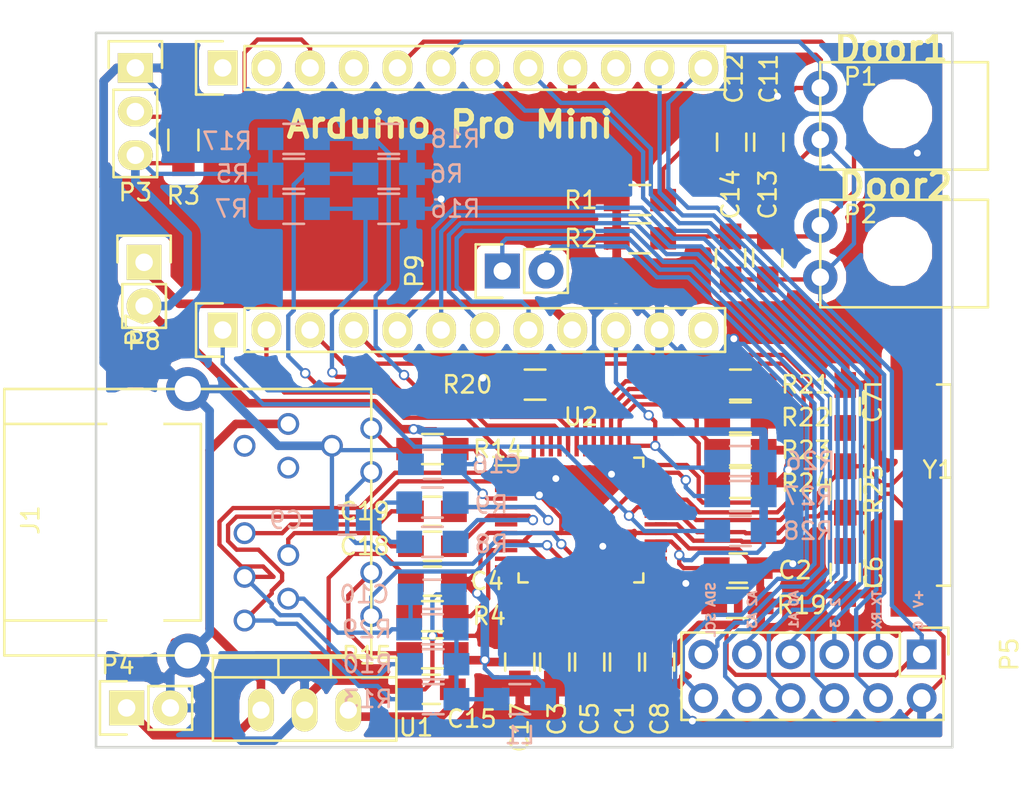
<source format=kicad_pcb>
(kicad_pcb (version 4) (host pcbnew 4.0.5+dfsg1-4)

  (general
    (links 146)
    (no_connects 0)
    (area 27.991999 32.817999 77.926001 74.497001)
    (thickness 1.6)
    (drawings 8)
    (tracks 858)
    (zones 0)
    (modules 60)
    (nets 51)
  )

  (page A4)
  (layers
    (0 F.Cu signal)
    (31 B.Cu signal)
    (32 B.Adhes user)
    (33 F.Adhes user)
    (34 B.Paste user)
    (35 F.Paste user)
    (36 B.SilkS user)
    (37 F.SilkS user)
    (38 B.Mask user)
    (39 F.Mask user hide)
    (40 Dwgs.User user)
    (41 Cmts.User user)
    (42 Eco1.User user)
    (43 Eco2.User user)
    (44 Edge.Cuts user)
    (45 Margin user)
    (46 B.CrtYd user)
    (47 F.CrtYd user)
    (48 B.Fab user)
    (49 F.Fab user)
  )

  (setup
    (last_trace_width 0.25)
    (user_trace_width 0.5)
    (trace_clearance 0.2)
    (zone_clearance 0.508)
    (zone_45_only yes)
    (trace_min 0.2)
    (segment_width 0.2)
    (edge_width 0.15)
    (via_size 0.6)
    (via_drill 0.4)
    (via_min_size 0.4)
    (via_min_drill 0.3)
    (uvia_size 0.3)
    (uvia_drill 0.1)
    (uvias_allowed no)
    (uvia_min_size 0.2)
    (uvia_min_drill 0.1)
    (pcb_text_width 0.3)
    (pcb_text_size 1.5 1.5)
    (mod_edge_width 0.15)
    (mod_text_size 1 1)
    (mod_text_width 0.15)
    (pad_size 1.524 1.524)
    (pad_drill 0.762)
    (pad_to_mask_clearance 0.2)
    (aux_axis_origin 0 0)
    (visible_elements FFFEEFFF)
    (pcbplotparams
      (layerselection 0x00030_80000001)
      (usegerberextensions false)
      (excludeedgelayer true)
      (linewidth 0.100000)
      (plotframeref false)
      (viasonmask false)
      (mode 1)
      (useauxorigin false)
      (hpglpennumber 1)
      (hpglpenspeed 20)
      (hpglpendiameter 15)
      (hpglpenoverlay 2)
      (psnegative false)
      (psa4output false)
      (plotreference true)
      (plotvalue true)
      (plotinvisibletext false)
      (padsonsilk false)
      (subtractmaskfromsilk false)
      (outputformat 1)
      (mirror false)
      (drillshape 1)
      (scaleselection 1)
      (outputdirectory ""))
  )

  (net 0 "")
  (net 1 /+3.3v)
  (net 2 /GND)
  (net 3 "Net-(C8-Pad2)")
  (net 4 "Net-(C9-Pad2)")
  (net 5 /MISO)
  (net 6 /MOSI)
  (net 7 /SCK)
  (net 8 /LEDB)
  (net 9 /LEDA)
  (net 10 /VIN)
  (net 11 /SW1)
  (net 12 /SW2)
  (net 13 /TEMP)
  (net 14 /TX)
  (net 15 /RX)
  (net 16 /PA0)
  (net 17 /PA1)
  (net 18 /PA2)
  (net 19 /PA3)
  (net 20 /P2)
  (net 21 /P3)
  (net 22 "Net-(P7-Pad9)")
  (net 23 /TPIN-)
  (net 24 /TPIN+)
  (net 25 /TPOUT-)
  (net 26 /TPOUT+)
  (net 27 "Net-(C5-Pad1)")
  (net 28 "Net-(C10-Pad1)")
  (net 29 "Net-(J1-PadYA)")
  (net 30 "Net-(J1-PadGA)")
  (net 31 "Net-(L1-Pad1)")
  (net 32 "Net-(R4-Pad1)")
  (net 33 "Net-(R5-Pad2)")
  (net 34 "Net-(R16-Pad1)")
  (net 35 "Net-(R17-Pad2)")
  (net 36 "Net-(R19-Pad1)")
  (net 37 "Net-(R20-Pad2)")
  (net 38 "Net-(R21-Pad2)")
  (net 39 "Net-(R22-Pad2)")
  (net 40 "Net-(R23-Pad2)")
  (net 41 "Net-(R24-Pad2)")
  (net 42 /INT)
  (net 43 /SCSn)
  (net 44 /RST)
  (net 45 /RD+)
  (net 46 /RD-)
  (net 47 /SCL)
  (net 48 /SDA)
  (net 49 /X-)
  (net 50 /X+)

  (net_class Default "This is the default net class."
    (clearance 0.2)
    (trace_width 0.25)
    (via_dia 0.6)
    (via_drill 0.4)
    (uvia_dia 0.3)
    (uvia_drill 0.1)
    (add_net /+3.3v)
    (add_net /GND)
    (add_net /INT)
    (add_net /LEDA)
    (add_net /LEDB)
    (add_net /MISO)
    (add_net /MOSI)
    (add_net /P2)
    (add_net /P3)
    (add_net /PA0)
    (add_net /PA1)
    (add_net /PA2)
    (add_net /PA3)
    (add_net /RD+)
    (add_net /RD-)
    (add_net /RST)
    (add_net /RX)
    (add_net /SCK)
    (add_net /SCL)
    (add_net /SCSn)
    (add_net /SDA)
    (add_net /SW1)
    (add_net /SW2)
    (add_net /TEMP)
    (add_net /TPIN+)
    (add_net /TPIN-)
    (add_net /TPOUT+)
    (add_net /TPOUT-)
    (add_net /TX)
    (add_net /VIN)
    (add_net /X+)
    (add_net /X-)
    (add_net "Net-(C10-Pad1)")
    (add_net "Net-(C5-Pad1)")
    (add_net "Net-(C8-Pad2)")
    (add_net "Net-(C9-Pad2)")
    (add_net "Net-(J1-PadGA)")
    (add_net "Net-(J1-PadYA)")
    (add_net "Net-(L1-Pad1)")
    (add_net "Net-(P7-Pad9)")
    (add_net "Net-(R16-Pad1)")
    (add_net "Net-(R17-Pad2)")
    (add_net "Net-(R19-Pad1)")
    (add_net "Net-(R20-Pad2)")
    (add_net "Net-(R21-Pad2)")
    (add_net "Net-(R22-Pad2)")
    (add_net "Net-(R23-Pad2)")
    (add_net "Net-(R24-Pad2)")
    (add_net "Net-(R4-Pad1)")
    (add_net "Net-(R5-Pad2)")
  )

  (module Magjack:MagJack-SI-52008-F (layer F.Cu) (tedit 58CF1376) (tstamp 58CF1531)
    (at 22.733 55.626 270)
    (path /58CCD772)
    (fp_text reference J1 (at 5.588 -1.524 270) (layer F.SilkS)
      (effects (font (size 1 1) (thickness 0.15)))
    )
    (fp_text value RJ45-SI52008-F (at 5.842 -3.556 270) (layer F.Fab)
      (effects (font (size 1 1) (thickness 0.15)))
    )
    (fp_line (start -2.032 0) (end 13.462 0) (layer F.SilkS) (width 0.15))
    (fp_line (start 13.462 0) (end 13.462 -21.336) (layer F.SilkS) (width 0.15))
    (fp_line (start 13.462 -21.336) (end -2.032 -21.336) (layer F.SilkS) (width 0.15))
    (fp_line (start -2.032 -21.336) (end -2.032 0) (layer F.SilkS) (width 0.15))
    (fp_line (start 0 0) (end 11.43 0) (layer F.SilkS) (width 0.15))
    (fp_line (start 11.43 0) (end 11.43 -11.43) (layer F.SilkS) (width 0.15))
    (fp_line (start 11.43 -11.43) (end 0 -11.43) (layer F.SilkS) (width 0.15))
    (fp_line (start 0 -11.43) (end 0 0) (layer F.SilkS) (width 0.15))
    (pad YA thru_hole circle (at 8.636 -21.336 270) (size 1.27 1.27) (drill 0.889) (layers *.Cu *.Mask)
      (net 29 "Net-(J1-PadYA)"))
    (pad YK thru_hole circle (at 11.176 -21.336 270) (size 1.27 1.27) (drill 0.889) (layers *.Cu *.Mask)
      (net 8 /LEDB))
    (pad GK thru_hole circle (at 2.794 -21.336 270) (size 1.27 1.27) (drill 0.889) (layers *.Cu *.Mask)
      (net 9 /LEDA))
    (pad GA thru_hole circle (at 0.254 -21.336 270) (size 1.27 1.27) (drill 0.889) (layers *.Cu *.Mask)
      (net 30 "Net-(J1-PadGA)"))
    (pad 11 thru_hole circle (at 1.27 -19.05 270) (size 1.27 1.27) (drill 0.889) (layers *.Cu *.Mask)
      (net 2 /GND))
    (pad 8 thru_hole circle (at 2.54 -16.51 270) (size 1.27 1.27) (drill 0.889) (layers *.Cu *.Mask))
    (pad 9 thru_hole circle (at 1.27 -13.97 270) (size 1.27 1.27) (drill 0.889) (layers *.Cu *.Mask))
    (pad 10 thru_hole circle (at 0 -16.51 270) (size 1.27 1.27) (drill 0.889) (layers *.Cu *.Mask)
      (net 10 /VIN))
    (pad 5 thru_hole circle (at 6.35 -13.97 270) (size 1.27 1.27) (drill 0.889) (layers *.Cu *.Mask)
      (net 46 /RD-))
    (pad 4 thru_hole circle (at 7.62 -16.51 270) (size 1.27 1.27) (drill 0.889) (layers *.Cu *.Mask)
      (net 45 /RD+))
    (pad 3 thru_hole circle (at 8.89 -13.97 270) (size 1.27 1.27) (drill 0.889) (layers *.Cu *.Mask)
      (net 25 /TPOUT-))
    (pad 2 thru_hole circle (at 10.16 -16.51 270) (size 1.27 1.27) (drill 0.889) (layers *.Cu *.Mask)
      (net 28 "Net-(C10-Pad1)"))
    (pad 13 thru_hole circle (at -2.032 -10.668 270) (size 2.54 2.54) (drill 1.524) (layers *.Cu *.Mask)
      (net 2 /GND))
    (pad "" np_thru_hole circle (at 11.43 -7.62 270) (size 3.2512 3.2512) (drill 3.2512) (layers *.Cu *.Mask))
    (pad "" np_thru_hole circle (at 0 -7.62 270) (size 3.2512 3.2512) (drill 3.2512) (layers *.Cu *.Mask))
    (pad 13 thru_hole circle (at 13.462 -10.668 270) (size 2.54 2.54) (drill 1.524) (layers *.Cu *.Mask)
      (net 2 /GND))
    (pad 1 thru_hole circle (at 11.43 -13.97 270) (size 1.27 1.27) (drill 0.889) (layers *.Cu *.Mask)
      (net 26 /TPOUT+))
  )

  (module TO_SOT_Packages_THT:TO-220_Neutral123_Vertical (layer F.Cu) (tedit 592E704A) (tstamp 58CF1810)
    (at 40.1955 72.263)
    (descr "TO-220, Neutral, Vertical,")
    (tags "TO-220, Neutral, Vertical,")
    (path /59074F4D)
    (fp_text reference U1 (at 6.477 1.016) (layer F.SilkS)
      (effects (font (size 1 1) (thickness 0.15)))
    )
    (fp_text value SPX2920U-3.3 (at 0 3.81) (layer F.Fab)
      (effects (font (size 1 1) (thickness 0.15)))
    )
    (fp_line (start -1.524 -3.048) (end -1.524 -1.905) (layer F.SilkS) (width 0.15))
    (fp_line (start 1.524 -3.048) (end 1.524 -1.905) (layer F.SilkS) (width 0.15))
    (fp_line (start 5.334 -1.905) (end 5.334 1.778) (layer F.SilkS) (width 0.15))
    (fp_line (start 5.334 1.778) (end -5.334 1.778) (layer F.SilkS) (width 0.15))
    (fp_line (start -5.334 1.778) (end -5.334 -1.905) (layer F.SilkS) (width 0.15))
    (fp_line (start 5.334 -3.048) (end 5.334 -1.905) (layer F.SilkS) (width 0.15))
    (fp_line (start 5.334 -1.905) (end -5.334 -1.905) (layer F.SilkS) (width 0.15))
    (fp_line (start -5.334 -1.905) (end -5.334 -3.048) (layer F.SilkS) (width 0.15))
    (fp_line (start 0 -3.048) (end -5.334 -3.048) (layer F.SilkS) (width 0.15))
    (fp_line (start 0 -3.048) (end 5.334 -3.048) (layer F.SilkS) (width 0.15))
    (pad 2 thru_hole oval (at 0 0 90) (size 2.49936 1.50114) (drill 1.00076) (layers *.Cu *.Mask F.SilkS)
      (net 2 /GND))
    (pad 1 thru_hole oval (at -2.54 0 90) (size 2.49936 1.50114) (drill 1.00076) (layers *.Cu *.Mask F.SilkS)
      (net 10 /VIN))
    (pad 3 thru_hole oval (at 2.54 0 90) (size 2.49936 1.50114) (drill 1.00076) (layers *.Cu *.Mask F.SilkS)
      (net 1 /+3.3v))
    (model TO_SOT_Packages_THT.3dshapes/TO-220_Neutral123_Vertical.wrl
      (at (xyz 0 0 0))
      (scale (xyz 0.3937 0.3937 0.3937))
      (rotate (xyz 0 0 0))
    )
  )

  (module Housings_QFP:LQFP-48_7x7mm_Pitch0.5mm (layer F.Cu) (tedit 54130A77) (tstamp 592AD4A5)
    (at 56.261 61.214)
    (descr "48 LEAD LQFP 7x7mm (see MICREL LQFP7x7-48LD-PL-1.pdf)")
    (tags "QFP 0.5")
    (path /5912E463)
    (attr smd)
    (fp_text reference U2 (at 0 -6) (layer F.SilkS)
      (effects (font (size 1 1) (thickness 0.15)))
    )
    (fp_text value W5500 (at 0 6) (layer F.Fab)
      (effects (font (size 1 1) (thickness 0.15)))
    )
    (fp_text user %R (at 0 0) (layer F.Fab)
      (effects (font (size 1 1) (thickness 0.15)))
    )
    (fp_line (start -2.5 -3.5) (end 3.5 -3.5) (layer F.Fab) (width 0.15))
    (fp_line (start 3.5 -3.5) (end 3.5 3.5) (layer F.Fab) (width 0.15))
    (fp_line (start 3.5 3.5) (end -3.5 3.5) (layer F.Fab) (width 0.15))
    (fp_line (start -3.5 3.5) (end -3.5 -2.5) (layer F.Fab) (width 0.15))
    (fp_line (start -3.5 -2.5) (end -2.5 -3.5) (layer F.Fab) (width 0.15))
    (fp_line (start -5.25 -5.25) (end -5.25 5.25) (layer F.CrtYd) (width 0.05))
    (fp_line (start 5.25 -5.25) (end 5.25 5.25) (layer F.CrtYd) (width 0.05))
    (fp_line (start -5.25 -5.25) (end 5.25 -5.25) (layer F.CrtYd) (width 0.05))
    (fp_line (start -5.25 5.25) (end 5.25 5.25) (layer F.CrtYd) (width 0.05))
    (fp_line (start -3.625 -3.625) (end -3.625 -3.175) (layer F.SilkS) (width 0.15))
    (fp_line (start 3.625 -3.625) (end 3.625 -3.1) (layer F.SilkS) (width 0.15))
    (fp_line (start 3.625 3.625) (end 3.625 3.1) (layer F.SilkS) (width 0.15))
    (fp_line (start -3.625 3.625) (end -3.625 3.1) (layer F.SilkS) (width 0.15))
    (fp_line (start -3.625 -3.625) (end -3.1 -3.625) (layer F.SilkS) (width 0.15))
    (fp_line (start -3.625 3.625) (end -3.1 3.625) (layer F.SilkS) (width 0.15))
    (fp_line (start 3.625 3.625) (end 3.1 3.625) (layer F.SilkS) (width 0.15))
    (fp_line (start 3.625 -3.625) (end 3.1 -3.625) (layer F.SilkS) (width 0.15))
    (fp_line (start -3.625 -3.175) (end -5 -3.175) (layer F.SilkS) (width 0.15))
    (pad 1 smd rect (at -4.35 -2.75) (size 1.3 0.25) (layers F.Cu F.Paste F.Mask)
      (net 25 /TPOUT-))
    (pad 2 smd rect (at -4.35 -2.25) (size 1.3 0.25) (layers F.Cu F.Paste F.Mask)
      (net 26 /TPOUT+))
    (pad 3 smd rect (at -4.35 -1.75) (size 1.3 0.25) (layers F.Cu F.Paste F.Mask)
      (net 2 /GND))
    (pad 4 smd rect (at -4.35 -1.25) (size 1.3 0.25) (layers F.Cu F.Paste F.Mask)
      (net 1 /+3.3v))
    (pad 5 smd rect (at -4.35 -0.75) (size 1.3 0.25) (layers F.Cu F.Paste F.Mask)
      (net 23 /TPIN-))
    (pad 6 smd rect (at -4.35 -0.25) (size 1.3 0.25) (layers F.Cu F.Paste F.Mask)
      (net 24 /TPIN+))
    (pad 7 smd rect (at -4.35 0.25) (size 1.3 0.25) (layers F.Cu F.Paste F.Mask))
    (pad 8 smd rect (at -4.35 0.75) (size 1.3 0.25) (layers F.Cu F.Paste F.Mask)
      (net 1 /+3.3v))
    (pad 9 smd rect (at -4.35 1.25) (size 1.3 0.25) (layers F.Cu F.Paste F.Mask)
      (net 2 /GND))
    (pad 10 smd rect (at -4.35 1.75) (size 1.3 0.25) (layers F.Cu F.Paste F.Mask)
      (net 32 "Net-(R4-Pad1)"))
    (pad 11 smd rect (at -4.35 2.25) (size 1.3 0.25) (layers F.Cu F.Paste F.Mask)
      (net 1 /+3.3v))
    (pad 12 smd rect (at -4.35 2.75) (size 1.3 0.25) (layers F.Cu F.Paste F.Mask))
    (pad 13 smd rect (at -2.75 4.35 90) (size 1.3 0.25) (layers F.Cu F.Paste F.Mask))
    (pad 14 smd rect (at -2.25 4.35 90) (size 1.3 0.25) (layers F.Cu F.Paste F.Mask)
      (net 2 /GND))
    (pad 15 smd rect (at -1.75 4.35 90) (size 1.3 0.25) (layers F.Cu F.Paste F.Mask)
      (net 1 /+3.3v))
    (pad 16 smd rect (at -1.25 4.35 90) (size 1.3 0.25) (layers F.Cu F.Paste F.Mask)
      (net 2 /GND))
    (pad 17 smd rect (at -0.75 4.35 90) (size 1.3 0.25) (layers F.Cu F.Paste F.Mask)
      (net 1 /+3.3v))
    (pad 18 smd rect (at -0.25 4.35 90) (size 1.3 0.25) (layers F.Cu F.Paste F.Mask))
    (pad 19 smd rect (at 0.25 4.35 90) (size 1.3 0.25) (layers F.Cu F.Paste F.Mask)
      (net 2 /GND))
    (pad 20 smd rect (at 0.75 4.35 90) (size 1.3 0.25) (layers F.Cu F.Paste F.Mask)
      (net 27 "Net-(C5-Pad1)"))
    (pad 21 smd rect (at 1.25 4.35 90) (size 1.3 0.25) (layers F.Cu F.Paste F.Mask)
      (net 1 /+3.3v))
    (pad 22 smd rect (at 1.75 4.35 90) (size 1.3 0.25) (layers F.Cu F.Paste F.Mask)
      (net 3 "Net-(C8-Pad2)"))
    (pad 23 smd rect (at 2.25 4.35 90) (size 1.3 0.25) (layers F.Cu F.Paste F.Mask)
      (net 36 "Net-(R19-Pad1)"))
    (pad 24 smd rect (at 2.75 4.35 90) (size 1.3 0.25) (layers F.Cu F.Paste F.Mask))
    (pad 25 smd rect (at 4.35 2.75) (size 1.3 0.25) (layers F.Cu F.Paste F.Mask)
      (net 8 /LEDB))
    (pad 26 smd rect (at 4.35 2.25) (size 1.3 0.25) (layers F.Cu F.Paste F.Mask))
    (pad 27 smd rect (at 4.35 1.75) (size 1.3 0.25) (layers F.Cu F.Paste F.Mask)
      (net 9 /LEDA))
    (pad 28 smd rect (at 4.35 1.25) (size 1.3 0.25) (layers F.Cu F.Paste F.Mask)
      (net 1 /+3.3v))
    (pad 29 smd rect (at 4.35 0.75) (size 1.3 0.25) (layers F.Cu F.Paste F.Mask)
      (net 2 /GND))
    (pad 30 smd rect (at 4.35 0.25) (size 1.3 0.25) (layers F.Cu F.Paste F.Mask)
      (net 49 /X-))
    (pad 31 smd rect (at 4.35 -0.25) (size 1.3 0.25) (layers F.Cu F.Paste F.Mask)
      (net 50 /X+))
    (pad 32 smd rect (at 4.35 -0.75) (size 1.3 0.25) (layers F.Cu F.Paste F.Mask)
      (net 43 /SCSn))
    (pad 33 smd rect (at 4.35 -1.25) (size 1.3 0.25) (layers F.Cu F.Paste F.Mask)
      (net 7 /SCK))
    (pad 34 smd rect (at 4.35 -1.75) (size 1.3 0.25) (layers F.Cu F.Paste F.Mask)
      (net 5 /MISO))
    (pad 35 smd rect (at 4.35 -2.25) (size 1.3 0.25) (layers F.Cu F.Paste F.Mask)
      (net 6 /MOSI))
    (pad 36 smd rect (at 4.35 -2.75) (size 1.3 0.25) (layers F.Cu F.Paste F.Mask)
      (net 42 /INT))
    (pad 37 smd rect (at 2.75 -4.35 90) (size 1.3 0.25) (layers F.Cu F.Paste F.Mask)
      (net 44 /RST))
    (pad 38 smd rect (at 2.25 -4.35 90) (size 1.3 0.25) (layers F.Cu F.Paste F.Mask)
      (net 41 "Net-(R24-Pad2)"))
    (pad 39 smd rect (at 1.75 -4.35 90) (size 1.3 0.25) (layers F.Cu F.Paste F.Mask)
      (net 40 "Net-(R23-Pad2)"))
    (pad 40 smd rect (at 1.25 -4.35 90) (size 1.3 0.25) (layers F.Cu F.Paste F.Mask)
      (net 39 "Net-(R22-Pad2)"))
    (pad 41 smd rect (at 0.75 -4.35 90) (size 1.3 0.25) (layers F.Cu F.Paste F.Mask)
      (net 38 "Net-(R21-Pad2)"))
    (pad 42 smd rect (at 0.25 -4.35 90) (size 1.3 0.25) (layers F.Cu F.Paste F.Mask)
      (net 37 "Net-(R20-Pad2)"))
    (pad 43 smd rect (at -0.25 -4.35 90) (size 1.3 0.25) (layers F.Cu F.Paste F.Mask)
      (net 35 "Net-(R17-Pad2)"))
    (pad 44 smd rect (at -0.75 -4.35 90) (size 1.3 0.25) (layers F.Cu F.Paste F.Mask)
      (net 34 "Net-(R16-Pad1)"))
    (pad 45 smd rect (at -1.25 -4.35 90) (size 1.3 0.25) (layers F.Cu F.Paste F.Mask)
      (net 33 "Net-(R5-Pad2)"))
    (pad 46 smd rect (at -1.75 -4.35 90) (size 1.3 0.25) (layers F.Cu F.Paste F.Mask))
    (pad 47 smd rect (at -2.25 -4.35 90) (size 1.3 0.25) (layers F.Cu F.Paste F.Mask))
    (pad 48 smd rect (at -2.75 -4.35 90) (size 1.3 0.25) (layers F.Cu F.Paste F.Mask)
      (net 2 /GND))
    (model Housings_QFP.3dshapes/LQFP-48_7x7mm_Pitch0.5mm.wrl
      (at (xyz 0 0 0))
      (scale (xyz 1 1 1))
      (rotate (xyz 0 0 0))
    )
  )

  (module Capacitors_SMD:C_0805_HandSoldering (layer F.Cu) (tedit 59074E3B) (tstamp 59073D75)
    (at 64.9605 45.974 90)
    (descr "Capacitor SMD 0805, hand soldering")
    (tags "capacitor 0805")
    (path /58F20C7D)
    (attr smd)
    (fp_text reference C14 (at 3.683 0 90) (layer F.SilkS)
      (effects (font (size 1 1) (thickness 0.15)))
    )
    (fp_text value 100nF (at 0 2.1 90) (layer F.Fab)
      (effects (font (size 1 1) (thickness 0.15)))
    )
    (fp_line (start -1 0.625) (end -1 -0.625) (layer F.Fab) (width 0.15))
    (fp_line (start 1 0.625) (end -1 0.625) (layer F.Fab) (width 0.15))
    (fp_line (start 1 -0.625) (end 1 0.625) (layer F.Fab) (width 0.15))
    (fp_line (start -1 -0.625) (end 1 -0.625) (layer F.Fab) (width 0.15))
    (fp_line (start -2.3 -1) (end 2.3 -1) (layer F.CrtYd) (width 0.05))
    (fp_line (start -2.3 1) (end 2.3 1) (layer F.CrtYd) (width 0.05))
    (fp_line (start -2.3 -1) (end -2.3 1) (layer F.CrtYd) (width 0.05))
    (fp_line (start 2.3 -1) (end 2.3 1) (layer F.CrtYd) (width 0.05))
    (fp_line (start 0.5 -0.85) (end -0.5 -0.85) (layer F.SilkS) (width 0.15))
    (fp_line (start -0.5 0.85) (end 0.5 0.85) (layer F.SilkS) (width 0.15))
    (pad 1 smd rect (at -1.25 0 90) (size 1.5 1.25) (layers F.Cu F.Paste F.Mask)
      (net 1 /+3.3v))
    (pad 2 smd rect (at 1.25 0 90) (size 1.5 1.25) (layers F.Cu F.Paste F.Mask)
      (net 12 /SW2))
    (model Capacitors_SMD.3dshapes/C_0805_HandSoldering.wrl
      (at (xyz 0 0 0))
      (scale (xyz 1 1 1))
      (rotate (xyz 0 0 0))
    )
  )

  (module Magjack:TE-Micro-2pin (layer F.Cu) (tedit 59074E20) (tstamp 58F12E2E)
    (at 67.176 37.592 90)
    (path /58CD355C)
    (fp_text reference P1 (at 2.159 5.334 180) (layer F.SilkS)
      (effects (font (size 1 1) (thickness 0.15)))
    )
    (fp_text value Door1 (at 0 -0.5 90) (layer F.Fab)
      (effects (font (size 1 1) (thickness 0.15)))
    )
    (fp_line (start -3.25 3) (end 3 3) (layer F.SilkS) (width 0.15))
    (fp_line (start 3 3) (end 3 12.75) (layer F.SilkS) (width 0.15))
    (fp_line (start 3 12.75) (end -3.25 12.75) (layer F.SilkS) (width 0.15))
    (fp_line (start -3.25 12.75) (end -3.25 3) (layer F.SilkS) (width 0.15))
    (pad 1 thru_hole circle (at 1.5 3 90) (size 2 2) (drill 1.016) (layers *.Cu *.Mask)
      (net 11 /SW1))
    (pad 2 thru_hole circle (at -1.5 3 90) (size 2 2) (drill 1.016) (layers *.Cu *.Mask)
      (net 1 /+3.3v))
    (pad "" np_thru_hole circle (at 0 7.5 90) (size 3 3) (drill 3) (layers *.Cu *.Mask))
  )

  (module Pin_Headers:Pin_Header_Straight_1x12 (layer F.Cu) (tedit 0) (tstamp 58CF157A)
    (at 35.433 50.165 90)
    (descr "Through hole pin header")
    (tags "pin header")
    (path /58CD6616)
    (fp_text reference P7 (at 0 -5.1 90) (layer F.SilkS)
      (effects (font (size 1 1) (thickness 0.15)))
    )
    (fp_text value Bottom (at 0 -3.1 90) (layer F.Fab)
      (effects (font (size 1 1) (thickness 0.15)))
    )
    (fp_line (start -1.75 -1.75) (end -1.75 29.7) (layer F.CrtYd) (width 0.05))
    (fp_line (start 1.75 -1.75) (end 1.75 29.7) (layer F.CrtYd) (width 0.05))
    (fp_line (start -1.75 -1.75) (end 1.75 -1.75) (layer F.CrtYd) (width 0.05))
    (fp_line (start -1.75 29.7) (end 1.75 29.7) (layer F.CrtYd) (width 0.05))
    (fp_line (start 1.27 1.27) (end 1.27 29.21) (layer F.SilkS) (width 0.15))
    (fp_line (start 1.27 29.21) (end -1.27 29.21) (layer F.SilkS) (width 0.15))
    (fp_line (start -1.27 29.21) (end -1.27 1.27) (layer F.SilkS) (width 0.15))
    (fp_line (start 1.55 -1.55) (end 1.55 0) (layer F.SilkS) (width 0.15))
    (fp_line (start 1.27 1.27) (end -1.27 1.27) (layer F.SilkS) (width 0.15))
    (fp_line (start -1.55 0) (end -1.55 -1.55) (layer F.SilkS) (width 0.15))
    (fp_line (start -1.55 -1.55) (end 1.55 -1.55) (layer F.SilkS) (width 0.15))
    (pad 1 thru_hole rect (at 0 0 90) (size 2.032 1.7272) (drill 1.016) (layers *.Cu *.Mask F.SilkS)
      (net 43 /SCSn))
    (pad 2 thru_hole oval (at 0 2.54 90) (size 2.032 1.7272) (drill 1.016) (layers *.Cu *.Mask F.SilkS)
      (net 6 /MOSI))
    (pad 3 thru_hole oval (at 0 5.08 90) (size 2.032 1.7272) (drill 1.016) (layers *.Cu *.Mask F.SilkS)
      (net 5 /MISO))
    (pad 4 thru_hole oval (at 0 7.62 90) (size 2.032 1.7272) (drill 1.016) (layers *.Cu *.Mask F.SilkS)
      (net 7 /SCK))
    (pad 5 thru_hole oval (at 0 10.16 90) (size 2.032 1.7272) (drill 1.016) (layers *.Cu *.Mask F.SilkS)
      (net 16 /PA0))
    (pad 6 thru_hole oval (at 0 12.7 90) (size 2.032 1.7272) (drill 1.016) (layers *.Cu *.Mask F.SilkS)
      (net 17 /PA1))
    (pad 7 thru_hole oval (at 0 15.24 90) (size 2.032 1.7272) (drill 1.016) (layers *.Cu *.Mask F.SilkS)
      (net 18 /PA2))
    (pad 8 thru_hole oval (at 0 17.78 90) (size 2.032 1.7272) (drill 1.016) (layers *.Cu *.Mask F.SilkS)
      (net 19 /PA3))
    (pad 9 thru_hole oval (at 0 20.32 90) (size 2.032 1.7272) (drill 1.016) (layers *.Cu *.Mask F.SilkS)
      (net 22 "Net-(P7-Pad9)"))
    (pad 10 thru_hole oval (at 0 22.86 90) (size 2.032 1.7272) (drill 1.016) (layers *.Cu *.Mask F.SilkS)
      (net 44 /RST))
    (pad 11 thru_hole oval (at 0 25.4 90) (size 2.032 1.7272) (drill 1.016) (layers *.Cu *.Mask F.SilkS)
      (net 2 /GND))
    (pad 12 thru_hole oval (at 0 27.94 90) (size 2.032 1.7272) (drill 1.016) (layers *.Cu *.Mask F.SilkS))
    (model Pin_Headers.3dshapes/Pin_Header_Straight_1x12.wrl
      (at (xyz 0 -0.55 0))
      (scale (xyz 1 1 1))
      (rotate (xyz 0 0 90))
    )
  )

  (module Pin_Headers:Pin_Header_Straight_2x06 (layer F.Cu) (tedit 0) (tstamp 59DA435C)
    (at 76.073 69.0245 270)
    (descr "Through hole pin header")
    (tags "pin header")
    (path /59DA598B)
    (fp_text reference P5 (at 0 -5.1 270) (layer F.SilkS)
      (effects (font (size 1 1) (thickness 0.15)))
    )
    (fp_text value CONN_02X06 (at 0 -3.1 270) (layer F.Fab)
      (effects (font (size 1 1) (thickness 0.15)))
    )
    (fp_line (start -1.75 -1.75) (end -1.75 14.45) (layer F.CrtYd) (width 0.05))
    (fp_line (start 4.3 -1.75) (end 4.3 14.45) (layer F.CrtYd) (width 0.05))
    (fp_line (start -1.75 -1.75) (end 4.3 -1.75) (layer F.CrtYd) (width 0.05))
    (fp_line (start -1.75 14.45) (end 4.3 14.45) (layer F.CrtYd) (width 0.05))
    (fp_line (start 3.81 13.97) (end 3.81 -1.27) (layer F.SilkS) (width 0.15))
    (fp_line (start -1.27 1.27) (end -1.27 13.97) (layer F.SilkS) (width 0.15))
    (fp_line (start 3.81 13.97) (end -1.27 13.97) (layer F.SilkS) (width 0.15))
    (fp_line (start 3.81 -1.27) (end 1.27 -1.27) (layer F.SilkS) (width 0.15))
    (fp_line (start 0 -1.55) (end -1.55 -1.55) (layer F.SilkS) (width 0.15))
    (fp_line (start 1.27 -1.27) (end 1.27 1.27) (layer F.SilkS) (width 0.15))
    (fp_line (start 1.27 1.27) (end -1.27 1.27) (layer F.SilkS) (width 0.15))
    (fp_line (start -1.55 -1.55) (end -1.55 0) (layer F.SilkS) (width 0.15))
    (pad 1 thru_hole rect (at 0 0 270) (size 1.7272 1.7272) (drill 1.016) (layers *.Cu *.Mask)
      (net 1 /+3.3v))
    (pad 2 thru_hole oval (at 2.54 0 270) (size 1.7272 1.7272) (drill 1.016) (layers *.Cu *.Mask)
      (net 2 /GND))
    (pad 3 thru_hole oval (at 0 2.54 270) (size 1.7272 1.7272) (drill 1.016) (layers *.Cu *.Mask)
      (net 14 /TX))
    (pad 4 thru_hole oval (at 2.54 2.54 270) (size 1.7272 1.7272) (drill 1.016) (layers *.Cu *.Mask)
      (net 15 /RX))
    (pad 5 thru_hole oval (at 0 5.08 270) (size 1.7272 1.7272) (drill 1.016) (layers *.Cu *.Mask)
      (net 20 /P2))
    (pad 6 thru_hole oval (at 2.54 5.08 270) (size 1.7272 1.7272) (drill 1.016) (layers *.Cu *.Mask)
      (net 21 /P3))
    (pad 7 thru_hole oval (at 0 7.62 270) (size 1.7272 1.7272) (drill 1.016) (layers *.Cu *.Mask)
      (net 16 /PA0))
    (pad 8 thru_hole oval (at 2.54 7.62 270) (size 1.7272 1.7272) (drill 1.016) (layers *.Cu *.Mask)
      (net 17 /PA1))
    (pad 9 thru_hole oval (at 0 10.16 270) (size 1.7272 1.7272) (drill 1.016) (layers *.Cu *.Mask)
      (net 18 /PA2))
    (pad 10 thru_hole oval (at 2.54 10.16 270) (size 1.7272 1.7272) (drill 1.016) (layers *.Cu *.Mask)
      (net 19 /PA3))
    (pad 11 thru_hole oval (at 0 12.7 270) (size 1.7272 1.7272) (drill 1.016) (layers *.Cu *.Mask)
      (net 47 /SCL))
    (pad 12 thru_hole oval (at 2.54 12.7 270) (size 1.7272 1.7272) (drill 1.016) (layers *.Cu *.Mask)
      (net 48 /SDA))
    (model Pin_Headers.3dshapes/Pin_Header_Straight_2x06.wrl
      (at (xyz 0.05 -0.25 0))
      (scale (xyz 1 1 1))
      (rotate (xyz 0 0 90))
    )
  )

  (module Resistors_SMD:R_0805_HandSoldering (layer F.Cu) (tedit 58CF2338) (tstamp 58CF1598)
    (at 47.625 66.802 180)
    (descr "Resistor SMD 0805, hand soldering")
    (tags "resistor 0805")
    (path /59233BD5)
    (attr smd)
    (fp_text reference R4 (at -3.302 0 180) (layer F.SilkS)
      (effects (font (size 1 1) (thickness 0.15)))
    )
    (fp_text value 12k4_1% (at 0 2.1 180) (layer F.Fab) hide
      (effects (font (size 1 1) (thickness 0.15)))
    )
    (fp_line (start -2.4 -1) (end 2.4 -1) (layer F.CrtYd) (width 0.05))
    (fp_line (start -2.4 1) (end 2.4 1) (layer F.CrtYd) (width 0.05))
    (fp_line (start -2.4 -1) (end -2.4 1) (layer F.CrtYd) (width 0.05))
    (fp_line (start 2.4 -1) (end 2.4 1) (layer F.CrtYd) (width 0.05))
    (fp_line (start 0.6 0.875) (end -0.6 0.875) (layer F.SilkS) (width 0.15))
    (fp_line (start -0.6 -0.875) (end 0.6 -0.875) (layer F.SilkS) (width 0.15))
    (pad 1 smd rect (at -1.35 0 180) (size 1.5 1.3) (layers F.Cu F.Paste F.Mask)
      (net 32 "Net-(R4-Pad1)"))
    (pad 2 smd rect (at 1.35 0 180) (size 1.5 1.3) (layers F.Cu F.Paste F.Mask)
      (net 2 /GND))
    (model Resistors_SMD.3dshapes/R_0805_HandSoldering.wrl
      (at (xyz 0 0 0))
      (scale (xyz 1 1 1))
      (rotate (xyz 0 0 0))
    )
  )

  (module Resistors_SMD:R_0805_HandSoldering (layer B.Cu) (tedit 58CF1FEA) (tstamp 58CF15B0)
    (at 47.625 62.484 180)
    (descr "Resistor SMD 0805, hand soldering")
    (tags "resistor 0805")
    (path /58CC85CA)
    (attr smd)
    (fp_text reference R8 (at -3.429 -0.127 180) (layer B.SilkS)
      (effects (font (size 1 1) (thickness 0.15)) (justify mirror))
    )
    (fp_text value 49.9/1% (at 0 -2.1 180) (layer B.Fab)
      (effects (font (size 1 1) (thickness 0.15)) (justify mirror))
    )
    (fp_line (start -2.4 1) (end 2.4 1) (layer B.CrtYd) (width 0.05))
    (fp_line (start -2.4 -1) (end 2.4 -1) (layer B.CrtYd) (width 0.05))
    (fp_line (start -2.4 1) (end -2.4 -1) (layer B.CrtYd) (width 0.05))
    (fp_line (start 2.4 1) (end 2.4 -1) (layer B.CrtYd) (width 0.05))
    (fp_line (start 0.6 -0.875) (end -0.6 -0.875) (layer B.SilkS) (width 0.15))
    (fp_line (start -0.6 0.875) (end 0.6 0.875) (layer B.SilkS) (width 0.15))
    (pad 1 smd rect (at -1.35 0 180) (size 1.5 1.3) (layers B.Cu B.Paste B.Mask)
      (net 24 /TPIN+))
    (pad 2 smd rect (at 1.35 0 180) (size 1.5 1.3) (layers B.Cu B.Paste B.Mask)
      (net 4 "Net-(C9-Pad2)"))
    (model Resistors_SMD.3dshapes/R_0805_HandSoldering.wrl
      (at (xyz 0 0 0))
      (scale (xyz 1 1 1))
      (rotate (xyz 0 0 0))
    )
  )

  (module Capacitors_SMD:C_0805_HandSoldering (layer F.Cu) (tedit 592C2758) (tstamp 58CF14BE)
    (at 58.801 69.469 270)
    (descr "Capacitor SMD 0805, hand soldering")
    (tags "capacitor 0805")
    (path /58CD5F17)
    (attr smd)
    (fp_text reference C1 (at 3.302 0 270) (layer F.SilkS)
      (effects (font (size 1 1) (thickness 0.15)))
    )
    (fp_text value 100nF (at 0 2.1 270) (layer F.Fab)
      (effects (font (size 1 1) (thickness 0.15)))
    )
    (fp_line (start -2.3 -1) (end 2.3 -1) (layer F.CrtYd) (width 0.05))
    (fp_line (start -2.3 1) (end 2.3 1) (layer F.CrtYd) (width 0.05))
    (fp_line (start -2.3 -1) (end -2.3 1) (layer F.CrtYd) (width 0.05))
    (fp_line (start 2.3 -1) (end 2.3 1) (layer F.CrtYd) (width 0.05))
    (fp_line (start 0.5 -0.85) (end -0.5 -0.85) (layer F.SilkS) (width 0.15))
    (fp_line (start -0.5 0.85) (end 0.5 0.85) (layer F.SilkS) (width 0.15))
    (pad 1 smd rect (at -1.25 0 270) (size 1.5 1.25) (layers F.Cu F.Paste F.Mask)
      (net 1 /+3.3v))
    (pad 2 smd rect (at 1.25 0 270) (size 1.5 1.25) (layers F.Cu F.Paste F.Mask)
      (net 2 /GND))
    (model Capacitors_SMD.3dshapes/C_0805_HandSoldering.wrl
      (at (xyz 0 0 0))
      (scale (xyz 1 1 1))
      (rotate (xyz 0 0 0))
    )
  )

  (module Capacitors_SMD:C_0805_HandSoldering (layer F.Cu) (tedit 59074285) (tstamp 58CF14C4)
    (at 65.405 64.008)
    (descr "Capacitor SMD 0805, hand soldering")
    (tags "capacitor 0805")
    (path /58CD5F9C)
    (attr smd)
    (fp_text reference C2 (at 3.302 0.127) (layer F.SilkS)
      (effects (font (size 1 1) (thickness 0.15)))
    )
    (fp_text value 100nF (at 0 2.1) (layer F.Fab)
      (effects (font (size 1 1) (thickness 0.15)))
    )
    (fp_line (start -2.3 -1) (end 2.3 -1) (layer F.CrtYd) (width 0.05))
    (fp_line (start -2.3 1) (end 2.3 1) (layer F.CrtYd) (width 0.05))
    (fp_line (start -2.3 -1) (end -2.3 1) (layer F.CrtYd) (width 0.05))
    (fp_line (start 2.3 -1) (end 2.3 1) (layer F.CrtYd) (width 0.05))
    (fp_line (start 0.5 -0.85) (end -0.5 -0.85) (layer F.SilkS) (width 0.15))
    (fp_line (start -0.5 0.85) (end 0.5 0.85) (layer F.SilkS) (width 0.15))
    (pad 1 smd rect (at -1.25 0) (size 1.5 1.25) (layers F.Cu F.Paste F.Mask)
      (net 1 /+3.3v))
    (pad 2 smd rect (at 1.25 0) (size 1.5 1.25) (layers F.Cu F.Paste F.Mask)
      (net 2 /GND))
    (model Capacitors_SMD.3dshapes/C_0805_HandSoldering.wrl
      (at (xyz 0 0 0))
      (scale (xyz 1 1 1))
      (rotate (xyz 0 0 0))
    )
  )

  (module Capacitors_SMD:C_0805_HandSoldering (layer F.Cu) (tedit 592B24B1) (tstamp 58CF14CA)
    (at 54.737 69.469 270)
    (descr "Capacitor SMD 0805, hand soldering")
    (tags "capacitor 0805")
    (path /58CD5FF1)
    (attr smd)
    (fp_text reference C3 (at 3.302 -0.127 270) (layer F.SilkS)
      (effects (font (size 1 1) (thickness 0.15)))
    )
    (fp_text value 100nF (at 0 2.1 270) (layer F.Fab)
      (effects (font (size 1 1) (thickness 0.15)))
    )
    (fp_line (start -2.3 -1) (end 2.3 -1) (layer F.CrtYd) (width 0.05))
    (fp_line (start -2.3 1) (end 2.3 1) (layer F.CrtYd) (width 0.05))
    (fp_line (start -2.3 -1) (end -2.3 1) (layer F.CrtYd) (width 0.05))
    (fp_line (start 2.3 -1) (end 2.3 1) (layer F.CrtYd) (width 0.05))
    (fp_line (start 0.5 -0.85) (end -0.5 -0.85) (layer F.SilkS) (width 0.15))
    (fp_line (start -0.5 0.85) (end 0.5 0.85) (layer F.SilkS) (width 0.15))
    (pad 1 smd rect (at -1.25 0 270) (size 1.5 1.25) (layers F.Cu F.Paste F.Mask)
      (net 1 /+3.3v))
    (pad 2 smd rect (at 1.25 0 270) (size 1.5 1.25) (layers F.Cu F.Paste F.Mask)
      (net 2 /GND))
    (model Capacitors_SMD.3dshapes/C_0805_HandSoldering.wrl
      (at (xyz 0 0 0))
      (scale (xyz 1 1 1))
      (rotate (xyz 0 0 0))
    )
  )

  (module Capacitors_SMD:C_0805_HandSoldering (layer F.Cu) (tedit 5907428A) (tstamp 58CF14D0)
    (at 47.625 64.77 180)
    (descr "Capacitor SMD 0805, hand soldering")
    (tags "capacitor 0805")
    (path /58CD60D6)
    (attr smd)
    (fp_text reference C4 (at -3.175 0 180) (layer F.SilkS)
      (effects (font (size 1 1) (thickness 0.15)))
    )
    (fp_text value 100nF (at 0 2.1 180) (layer F.Fab)
      (effects (font (size 1 1) (thickness 0.15)))
    )
    (fp_line (start -2.3 -1) (end 2.3 -1) (layer F.CrtYd) (width 0.05))
    (fp_line (start -2.3 1) (end 2.3 1) (layer F.CrtYd) (width 0.05))
    (fp_line (start -2.3 -1) (end -2.3 1) (layer F.CrtYd) (width 0.05))
    (fp_line (start 2.3 -1) (end 2.3 1) (layer F.CrtYd) (width 0.05))
    (fp_line (start 0.5 -0.85) (end -0.5 -0.85) (layer F.SilkS) (width 0.15))
    (fp_line (start -0.5 0.85) (end 0.5 0.85) (layer F.SilkS) (width 0.15))
    (pad 1 smd rect (at -1.25 0 180) (size 1.5 1.25) (layers F.Cu F.Paste F.Mask)
      (net 1 /+3.3v))
    (pad 2 smd rect (at 1.25 0 180) (size 1.5 1.25) (layers F.Cu F.Paste F.Mask)
      (net 2 /GND))
    (model Capacitors_SMD.3dshapes/C_0805_HandSoldering.wrl
      (at (xyz 0 0 0))
      (scale (xyz 1 1 1))
      (rotate (xyz 0 0 0))
    )
  )

  (module Capacitors_SMD:C_0805_HandSoldering (layer F.Cu) (tedit 592B24AE) (tstamp 58CF14D6)
    (at 56.769 69.469 270)
    (descr "Capacitor SMD 0805, hand soldering")
    (tags "capacitor 0805")
    (path /59239AA8)
    (attr smd)
    (fp_text reference C5 (at 3.302 0 270) (layer F.SilkS)
      (effects (font (size 1 1) (thickness 0.15)))
    )
    (fp_text value 4u7 (at 0 2.1 270) (layer F.Fab)
      (effects (font (size 1 1) (thickness 0.15)))
    )
    (fp_line (start -2.3 -1) (end 2.3 -1) (layer F.CrtYd) (width 0.05))
    (fp_line (start -2.3 1) (end 2.3 1) (layer F.CrtYd) (width 0.05))
    (fp_line (start -2.3 -1) (end -2.3 1) (layer F.CrtYd) (width 0.05))
    (fp_line (start 2.3 -1) (end 2.3 1) (layer F.CrtYd) (width 0.05))
    (fp_line (start 0.5 -0.85) (end -0.5 -0.85) (layer F.SilkS) (width 0.15))
    (fp_line (start -0.5 0.85) (end 0.5 0.85) (layer F.SilkS) (width 0.15))
    (pad 1 smd rect (at -1.25 0 270) (size 1.5 1.25) (layers F.Cu F.Paste F.Mask)
      (net 27 "Net-(C5-Pad1)"))
    (pad 2 smd rect (at 1.25 0 270) (size 1.5 1.25) (layers F.Cu F.Paste F.Mask)
      (net 2 /GND))
    (model Capacitors_SMD.3dshapes/C_0805_HandSoldering.wrl
      (at (xyz 0 0 0))
      (scale (xyz 1 1 1))
      (rotate (xyz 0 0 0))
    )
  )

  (module Capacitors_SMD:C_0805_HandSoldering (layer F.Cu) (tedit 58D0F6CD) (tstamp 58CF14DC)
    (at 71.628 64.262 270)
    (descr "Capacitor SMD 0805, hand soldering")
    (tags "capacitor 0805")
    (path /58CBE2F8)
    (attr smd)
    (fp_text reference C6 (at 0 -1.651 270) (layer F.SilkS)
      (effects (font (size 1 1) (thickness 0.15)))
    )
    (fp_text value 10pF (at 0 2.1 270) (layer F.Fab)
      (effects (font (size 1 1) (thickness 0.15)))
    )
    (fp_line (start -2.3 -1) (end 2.3 -1) (layer F.CrtYd) (width 0.05))
    (fp_line (start -2.3 1) (end 2.3 1) (layer F.CrtYd) (width 0.05))
    (fp_line (start -2.3 -1) (end -2.3 1) (layer F.CrtYd) (width 0.05))
    (fp_line (start 2.3 -1) (end 2.3 1) (layer F.CrtYd) (width 0.05))
    (fp_line (start 0.5 -0.85) (end -0.5 -0.85) (layer F.SilkS) (width 0.15))
    (fp_line (start -0.5 0.85) (end 0.5 0.85) (layer F.SilkS) (width 0.15))
    (pad 1 smd rect (at -1.25 0 270) (size 1.5 1.25) (layers F.Cu F.Paste F.Mask)
      (net 49 /X-))
    (pad 2 smd rect (at 1.25 0 270) (size 1.5 1.25) (layers F.Cu F.Paste F.Mask)
      (net 2 /GND))
    (model Capacitors_SMD.3dshapes/C_0805_HandSoldering.wrl
      (at (xyz 0 0 0))
      (scale (xyz 1 1 1))
      (rotate (xyz 0 0 0))
    )
  )

  (module Capacitors_SMD:C_0805_HandSoldering (layer F.Cu) (tedit 592E70D5) (tstamp 58CF14E2)
    (at 71.628 54.61 90)
    (descr "Capacitor SMD 0805, hand soldering")
    (tags "capacitor 0805")
    (path /58CBE2B6)
    (attr smd)
    (fp_text reference C7 (at 0 1.5875 90) (layer F.SilkS)
      (effects (font (size 1 1) (thickness 0.15)))
    )
    (fp_text value 10pF (at 0 2.1 90) (layer F.Fab)
      (effects (font (size 1 1) (thickness 0.15)))
    )
    (fp_line (start -2.3 -1) (end 2.3 -1) (layer F.CrtYd) (width 0.05))
    (fp_line (start -2.3 1) (end 2.3 1) (layer F.CrtYd) (width 0.05))
    (fp_line (start -2.3 -1) (end -2.3 1) (layer F.CrtYd) (width 0.05))
    (fp_line (start 2.3 -1) (end 2.3 1) (layer F.CrtYd) (width 0.05))
    (fp_line (start 0.5 -0.85) (end -0.5 -0.85) (layer F.SilkS) (width 0.15))
    (fp_line (start -0.5 0.85) (end 0.5 0.85) (layer F.SilkS) (width 0.15))
    (pad 1 smd rect (at -1.25 0 90) (size 1.5 1.25) (layers F.Cu F.Paste F.Mask)
      (net 50 /X+))
    (pad 2 smd rect (at 1.25 0 90) (size 1.5 1.25) (layers F.Cu F.Paste F.Mask)
      (net 2 /GND))
    (model Capacitors_SMD.3dshapes/C_0805_HandSoldering.wrl
      (at (xyz 0 0 0))
      (scale (xyz 1 1 1))
      (rotate (xyz 0 0 0))
    )
  )

  (module Capacitors_SMD:C_0805_HandSoldering (layer F.Cu) (tedit 592C2753) (tstamp 58CF14E8)
    (at 60.833 69.469 90)
    (descr "Capacitor SMD 0805, hand soldering")
    (tags "capacitor 0805")
    (path /59238E95)
    (attr smd)
    (fp_text reference C8 (at -3.302 0 90) (layer F.SilkS)
      (effects (font (size 1 1) (thickness 0.15)))
    )
    (fp_text value 10n (at 0 2.1 90) (layer F.Fab) hide
      (effects (font (size 1 1) (thickness 0.15)))
    )
    (fp_line (start -2.3 -1) (end 2.3 -1) (layer F.CrtYd) (width 0.05))
    (fp_line (start -2.3 1) (end 2.3 1) (layer F.CrtYd) (width 0.05))
    (fp_line (start -2.3 -1) (end -2.3 1) (layer F.CrtYd) (width 0.05))
    (fp_line (start 2.3 -1) (end 2.3 1) (layer F.CrtYd) (width 0.05))
    (fp_line (start 0.5 -0.85) (end -0.5 -0.85) (layer F.SilkS) (width 0.15))
    (fp_line (start -0.5 0.85) (end 0.5 0.85) (layer F.SilkS) (width 0.15))
    (pad 1 smd rect (at -1.25 0 90) (size 1.5 1.25) (layers F.Cu F.Paste F.Mask)
      (net 2 /GND))
    (pad 2 smd rect (at 1.25 0 90) (size 1.5 1.25) (layers F.Cu F.Paste F.Mask)
      (net 3 "Net-(C8-Pad2)"))
    (model Capacitors_SMD.3dshapes/C_0805_HandSoldering.wrl
      (at (xyz 0 0 0))
      (scale (xyz 1 1 1))
      (rotate (xyz 0 0 0))
    )
  )

  (module Capacitors_SMD:C_0805_HandSoldering (layer B.Cu) (tedit 58CF1FF2) (tstamp 58CF14EE)
    (at 42.672 61.214)
    (descr "Capacitor SMD 0805, hand soldering")
    (tags "capacitor 0805")
    (path /58CD04BA)
    (attr smd)
    (fp_text reference C9 (at -3.556 0) (layer B.SilkS)
      (effects (font (size 1 1) (thickness 0.15)) (justify mirror))
    )
    (fp_text value 10nF (at 0 -2.1) (layer B.Fab)
      (effects (font (size 1 1) (thickness 0.15)) (justify mirror))
    )
    (fp_line (start -2.3 1) (end 2.3 1) (layer B.CrtYd) (width 0.05))
    (fp_line (start -2.3 -1) (end 2.3 -1) (layer B.CrtYd) (width 0.05))
    (fp_line (start -2.3 1) (end -2.3 -1) (layer B.CrtYd) (width 0.05))
    (fp_line (start 2.3 1) (end 2.3 -1) (layer B.CrtYd) (width 0.05))
    (fp_line (start 0.5 0.85) (end -0.5 0.85) (layer B.SilkS) (width 0.15))
    (fp_line (start -0.5 -0.85) (end 0.5 -0.85) (layer B.SilkS) (width 0.15))
    (pad 1 smd rect (at -1.25 0) (size 1.5 1.25) (layers B.Cu B.Paste B.Mask)
      (net 2 /GND))
    (pad 2 smd rect (at 1.25 0) (size 1.5 1.25) (layers B.Cu B.Paste B.Mask)
      (net 4 "Net-(C9-Pad2)"))
    (model Capacitors_SMD.3dshapes/C_0805_HandSoldering.wrl
      (at (xyz 0 0 0))
      (scale (xyz 1 1 1))
      (rotate (xyz 0 0 0))
    )
  )

  (module Capacitors_SMD:C_0805_HandSoldering (layer B.Cu) (tedit 58CF1FDB) (tstamp 58CF14F4)
    (at 47.605 65.532)
    (descr "Capacitor SMD 0805, hand soldering")
    (tags "capacitor 0805")
    (path /58CD0477)
    (attr smd)
    (fp_text reference C10 (at -3.937 0) (layer B.SilkS)
      (effects (font (size 1 1) (thickness 0.15)) (justify mirror))
    )
    (fp_text value 100nF (at 0 -2.1) (layer B.Fab)
      (effects (font (size 1 1) (thickness 0.15)) (justify mirror))
    )
    (fp_line (start -2.3 1) (end 2.3 1) (layer B.CrtYd) (width 0.05))
    (fp_line (start -2.3 -1) (end 2.3 -1) (layer B.CrtYd) (width 0.05))
    (fp_line (start -2.3 1) (end -2.3 -1) (layer B.CrtYd) (width 0.05))
    (fp_line (start 2.3 1) (end 2.3 -1) (layer B.CrtYd) (width 0.05))
    (fp_line (start 0.5 0.85) (end -0.5 0.85) (layer B.SilkS) (width 0.15))
    (fp_line (start -0.5 -0.85) (end 0.5 -0.85) (layer B.SilkS) (width 0.15))
    (pad 1 smd rect (at -1.25 0) (size 1.5 1.25) (layers B.Cu B.Paste B.Mask)
      (net 28 "Net-(C10-Pad1)"))
    (pad 2 smd rect (at 1.25 0) (size 1.5 1.25) (layers B.Cu B.Paste B.Mask)
      (net 2 /GND))
    (model Capacitors_SMD.3dshapes/C_0805_HandSoldering.wrl
      (at (xyz 0 0 0))
      (scale (xyz 1 1 1))
      (rotate (xyz 0 0 0))
    )
  )

  (module Pin_Headers:Pin_Header_Straight_1x03 (layer F.Cu) (tedit 58D0F70D) (tstamp 58CF1546)
    (at 30.353 34.925)
    (descr "Through hole pin header")
    (tags "pin header")
    (path /58CD4B31)
    (fp_text reference P3 (at 0 7.239) (layer F.SilkS)
      (effects (font (size 1 1) (thickness 0.15)))
    )
    (fp_text value Temp (at 0 -3.1) (layer F.Fab)
      (effects (font (size 1 1) (thickness 0.15)))
    )
    (fp_line (start -1.75 -1.75) (end -1.75 6.85) (layer F.CrtYd) (width 0.05))
    (fp_line (start 1.75 -1.75) (end 1.75 6.85) (layer F.CrtYd) (width 0.05))
    (fp_line (start -1.75 -1.75) (end 1.75 -1.75) (layer F.CrtYd) (width 0.05))
    (fp_line (start -1.75 6.85) (end 1.75 6.85) (layer F.CrtYd) (width 0.05))
    (fp_line (start -1.27 1.27) (end -1.27 6.35) (layer F.SilkS) (width 0.15))
    (fp_line (start -1.27 6.35) (end 1.27 6.35) (layer F.SilkS) (width 0.15))
    (fp_line (start 1.27 6.35) (end 1.27 1.27) (layer F.SilkS) (width 0.15))
    (fp_line (start 1.55 -1.55) (end 1.55 0) (layer F.SilkS) (width 0.15))
    (fp_line (start 1.27 1.27) (end -1.27 1.27) (layer F.SilkS) (width 0.15))
    (fp_line (start -1.55 0) (end -1.55 -1.55) (layer F.SilkS) (width 0.15))
    (fp_line (start -1.55 -1.55) (end 1.55 -1.55) (layer F.SilkS) (width 0.15))
    (pad 1 thru_hole rect (at 0 0) (size 2.032 1.7272) (drill 1.016) (layers *.Cu *.Mask F.SilkS)
      (net 2 /GND))
    (pad 2 thru_hole oval (at 0 2.54) (size 2.032 1.7272) (drill 1.016) (layers *.Cu *.Mask F.SilkS)
      (net 13 /TEMP))
    (pad 3 thru_hole oval (at 0 5.08) (size 2.032 1.7272) (drill 1.016) (layers *.Cu *.Mask F.SilkS)
      (net 1 /+3.3v))
    (model Pin_Headers.3dshapes/Pin_Header_Straight_1x03.wrl
      (at (xyz 0 -0.1 0))
      (scale (xyz 1 1 1))
      (rotate (xyz 0 0 90))
    )
  )

  (module Pin_Headers:Pin_Header_Straight_1x02 (layer F.Cu) (tedit 592E7050) (tstamp 58CF154C)
    (at 29.845 72.136 90)
    (descr "Through hole pin header")
    (tags "pin header")
    (path /58CD99EF)
    (fp_text reference P4 (at 2.4765 -0.508 180) (layer F.SilkS)
      (effects (font (size 1 1) (thickness 0.15)))
    )
    (fp_text value CONN_01X02 (at 0 -3.1 90) (layer F.Fab)
      (effects (font (size 1 1) (thickness 0.15)))
    )
    (fp_line (start 1.27 1.27) (end 1.27 3.81) (layer F.SilkS) (width 0.15))
    (fp_line (start 1.55 -1.55) (end 1.55 0) (layer F.SilkS) (width 0.15))
    (fp_line (start -1.75 -1.75) (end -1.75 4.3) (layer F.CrtYd) (width 0.05))
    (fp_line (start 1.75 -1.75) (end 1.75 4.3) (layer F.CrtYd) (width 0.05))
    (fp_line (start -1.75 -1.75) (end 1.75 -1.75) (layer F.CrtYd) (width 0.05))
    (fp_line (start -1.75 4.3) (end 1.75 4.3) (layer F.CrtYd) (width 0.05))
    (fp_line (start 1.27 1.27) (end -1.27 1.27) (layer F.SilkS) (width 0.15))
    (fp_line (start -1.55 0) (end -1.55 -1.55) (layer F.SilkS) (width 0.15))
    (fp_line (start -1.55 -1.55) (end 1.55 -1.55) (layer F.SilkS) (width 0.15))
    (fp_line (start -1.27 1.27) (end -1.27 3.81) (layer F.SilkS) (width 0.15))
    (fp_line (start -1.27 3.81) (end 1.27 3.81) (layer F.SilkS) (width 0.15))
    (pad 1 thru_hole rect (at 0 0 90) (size 2.032 2.032) (drill 1.016) (layers *.Cu *.Mask F.SilkS)
      (net 10 /VIN))
    (pad 2 thru_hole oval (at 0 2.54 90) (size 2.032 2.032) (drill 1.016) (layers *.Cu *.Mask F.SilkS)
      (net 2 /GND))
    (model Pin_Headers.3dshapes/Pin_Header_Straight_1x02.wrl
      (at (xyz 0 -0.05 0))
      (scale (xyz 1 1 1))
      (rotate (xyz 0 0 90))
    )
  )

  (module Pin_Headers:Pin_Header_Straight_1x12 (layer F.Cu) (tedit 0) (tstamp 58CF156A)
    (at 35.433 34.925 90)
    (descr "Through hole pin header")
    (tags "pin header")
    (path /58CD67E7)
    (fp_text reference P6 (at 0 -5.1 90) (layer F.SilkS)
      (effects (font (size 1 1) (thickness 0.15)))
    )
    (fp_text value TOP (at 0 -3.1 90) (layer F.Fab)
      (effects (font (size 1 1) (thickness 0.15)))
    )
    (fp_line (start -1.75 -1.75) (end -1.75 29.7) (layer F.CrtYd) (width 0.05))
    (fp_line (start 1.75 -1.75) (end 1.75 29.7) (layer F.CrtYd) (width 0.05))
    (fp_line (start -1.75 -1.75) (end 1.75 -1.75) (layer F.CrtYd) (width 0.05))
    (fp_line (start -1.75 29.7) (end 1.75 29.7) (layer F.CrtYd) (width 0.05))
    (fp_line (start 1.27 1.27) (end 1.27 29.21) (layer F.SilkS) (width 0.15))
    (fp_line (start 1.27 29.21) (end -1.27 29.21) (layer F.SilkS) (width 0.15))
    (fp_line (start -1.27 29.21) (end -1.27 1.27) (layer F.SilkS) (width 0.15))
    (fp_line (start 1.55 -1.55) (end 1.55 0) (layer F.SilkS) (width 0.15))
    (fp_line (start 1.27 1.27) (end -1.27 1.27) (layer F.SilkS) (width 0.15))
    (fp_line (start -1.55 0) (end -1.55 -1.55) (layer F.SilkS) (width 0.15))
    (fp_line (start -1.55 -1.55) (end 1.55 -1.55) (layer F.SilkS) (width 0.15))
    (pad 1 thru_hole rect (at 0 0 90) (size 2.032 1.7272) (drill 1.016) (layers *.Cu *.Mask F.SilkS))
    (pad 2 thru_hole oval (at 0 2.54 90) (size 2.032 1.7272) (drill 1.016) (layers *.Cu *.Mask F.SilkS))
    (pad 3 thru_hole oval (at 0 5.08 90) (size 2.032 1.7272) (drill 1.016) (layers *.Cu *.Mask F.SilkS)
      (net 13 /TEMP))
    (pad 4 thru_hole oval (at 0 7.62 90) (size 2.032 1.7272) (drill 1.016) (layers *.Cu *.Mask F.SilkS))
    (pad 5 thru_hole oval (at 0 10.16 90) (size 2.032 1.7272) (drill 1.016) (layers *.Cu *.Mask F.SilkS)
      (net 12 /SW2))
    (pad 6 thru_hole oval (at 0 12.7 90) (size 2.032 1.7272) (drill 1.016) (layers *.Cu *.Mask F.SilkS)
      (net 11 /SW1))
    (pad 7 thru_hole oval (at 0 15.24 90) (size 2.032 1.7272) (drill 1.016) (layers *.Cu *.Mask F.SilkS)
      (net 21 /P3))
    (pad 8 thru_hole oval (at 0 17.78 90) (size 2.032 1.7272) (drill 1.016) (layers *.Cu *.Mask F.SilkS)
      (net 20 /P2))
    (pad 9 thru_hole oval (at 0 20.32 90) (size 2.032 1.7272) (drill 1.016) (layers *.Cu *.Mask F.SilkS)
      (net 2 /GND))
    (pad 10 thru_hole oval (at 0 22.86 90) (size 2.032 1.7272) (drill 1.016) (layers *.Cu *.Mask F.SilkS))
    (pad 11 thru_hole oval (at 0 25.4 90) (size 2.032 1.7272) (drill 1.016) (layers *.Cu *.Mask F.SilkS)
      (net 15 /RX))
    (pad 12 thru_hole oval (at 0 27.94 90) (size 2.032 1.7272) (drill 1.016) (layers *.Cu *.Mask F.SilkS)
      (net 14 /TX))
    (model Pin_Headers.3dshapes/Pin_Header_Straight_1x12.wrl
      (at (xyz 0 -0.55 0))
      (scale (xyz 1 1 1))
      (rotate (xyz 0 0 90))
    )
  )

  (module Pin_Headers:Pin_Header_Straight_1x02 (layer F.Cu) (tedit 58D0F6FD) (tstamp 58CF1580)
    (at 30.861 46.228)
    (descr "Through hole pin header")
    (tags "pin header")
    (path /58CD6C8F)
    (fp_text reference P8 (at 0 4.572) (layer F.SilkS)
      (effects (font (size 1 1) (thickness 0.15)))
    )
    (fp_text value ArduinoPower (at 0 -3.1) (layer F.Fab)
      (effects (font (size 1 1) (thickness 0.15)))
    )
    (fp_line (start 1.27 1.27) (end 1.27 3.81) (layer F.SilkS) (width 0.15))
    (fp_line (start 1.55 -1.55) (end 1.55 0) (layer F.SilkS) (width 0.15))
    (fp_line (start -1.75 -1.75) (end -1.75 4.3) (layer F.CrtYd) (width 0.05))
    (fp_line (start 1.75 -1.75) (end 1.75 4.3) (layer F.CrtYd) (width 0.05))
    (fp_line (start -1.75 -1.75) (end 1.75 -1.75) (layer F.CrtYd) (width 0.05))
    (fp_line (start -1.75 4.3) (end 1.75 4.3) (layer F.CrtYd) (width 0.05))
    (fp_line (start 1.27 1.27) (end -1.27 1.27) (layer F.SilkS) (width 0.15))
    (fp_line (start -1.55 0) (end -1.55 -1.55) (layer F.SilkS) (width 0.15))
    (fp_line (start -1.55 -1.55) (end 1.55 -1.55) (layer F.SilkS) (width 0.15))
    (fp_line (start -1.27 1.27) (end -1.27 3.81) (layer F.SilkS) (width 0.15))
    (fp_line (start -1.27 3.81) (end 1.27 3.81) (layer F.SilkS) (width 0.15))
    (pad 1 thru_hole rect (at 0 0) (size 2.032 2.032) (drill 1.016) (layers *.Cu *.Mask F.SilkS)
      (net 22 "Net-(P7-Pad9)"))
    (pad 2 thru_hole oval (at 0 2.54) (size 2.032 2.032) (drill 1.016) (layers *.Cu *.Mask F.SilkS)
      (net 1 /+3.3v))
    (model Pin_Headers.3dshapes/Pin_Header_Straight_1x02.wrl
      (at (xyz 0 -0.05 0))
      (scale (xyz 1 1 1))
      (rotate (xyz 0 0 90))
    )
  )

  (module Resistors_SMD:R_0805_HandSoldering (layer F.Cu) (tedit 58D0F72E) (tstamp 58CF1586)
    (at 59.69 42.6085 180)
    (descr "Resistor SMD 0805, hand soldering")
    (tags "resistor 0805")
    (path /58CD3893)
    (attr smd)
    (fp_text reference R1 (at 3.429 0 180) (layer F.SilkS)
      (effects (font (size 1 1) (thickness 0.15)))
    )
    (fp_text value 4.7k (at 0 2.1 180) (layer F.Fab)
      (effects (font (size 1 1) (thickness 0.15)))
    )
    (fp_line (start -2.4 -1) (end 2.4 -1) (layer F.CrtYd) (width 0.05))
    (fp_line (start -2.4 1) (end 2.4 1) (layer F.CrtYd) (width 0.05))
    (fp_line (start -2.4 -1) (end -2.4 1) (layer F.CrtYd) (width 0.05))
    (fp_line (start 2.4 -1) (end 2.4 1) (layer F.CrtYd) (width 0.05))
    (fp_line (start 0.6 0.875) (end -0.6 0.875) (layer F.SilkS) (width 0.15))
    (fp_line (start -0.6 -0.875) (end 0.6 -0.875) (layer F.SilkS) (width 0.15))
    (pad 1 smd rect (at -1.35 0 180) (size 1.5 1.3) (layers F.Cu F.Paste F.Mask)
      (net 11 /SW1))
    (pad 2 smd rect (at 1.35 0 180) (size 1.5 1.3) (layers F.Cu F.Paste F.Mask)
      (net 2 /GND))
    (model Resistors_SMD.3dshapes/R_0805_HandSoldering.wrl
      (at (xyz 0 0 0))
      (scale (xyz 1 1 1))
      (rotate (xyz 0 0 0))
    )
  )

  (module Resistors_SMD:R_0805_HandSoldering (layer F.Cu) (tedit 58D0F735) (tstamp 58CF158C)
    (at 59.69 44.831 180)
    (descr "Resistor SMD 0805, hand soldering")
    (tags "resistor 0805")
    (path /58CD4969)
    (attr smd)
    (fp_text reference R2 (at 3.429 0 180) (layer F.SilkS)
      (effects (font (size 1 1) (thickness 0.15)))
    )
    (fp_text value 4.7k (at 0 2.1 180) (layer F.Fab)
      (effects (font (size 1 1) (thickness 0.15)))
    )
    (fp_line (start -2.4 -1) (end 2.4 -1) (layer F.CrtYd) (width 0.05))
    (fp_line (start -2.4 1) (end 2.4 1) (layer F.CrtYd) (width 0.05))
    (fp_line (start -2.4 -1) (end -2.4 1) (layer F.CrtYd) (width 0.05))
    (fp_line (start 2.4 -1) (end 2.4 1) (layer F.CrtYd) (width 0.05))
    (fp_line (start 0.6 0.875) (end -0.6 0.875) (layer F.SilkS) (width 0.15))
    (fp_line (start -0.6 -0.875) (end 0.6 -0.875) (layer F.SilkS) (width 0.15))
    (pad 1 smd rect (at -1.35 0 180) (size 1.5 1.3) (layers F.Cu F.Paste F.Mask)
      (net 12 /SW2))
    (pad 2 smd rect (at 1.35 0 180) (size 1.5 1.3) (layers F.Cu F.Paste F.Mask)
      (net 2 /GND))
    (model Resistors_SMD.3dshapes/R_0805_HandSoldering.wrl
      (at (xyz 0 0 0))
      (scale (xyz 1 1 1))
      (rotate (xyz 0 0 0))
    )
  )

  (module Resistors_SMD:R_0805_HandSoldering (layer F.Cu) (tedit 592C68B6) (tstamp 58CF1592)
    (at 33.147 39.116 270)
    (descr "Resistor SMD 0805, hand soldering")
    (tags "resistor 0805")
    (path /58CD4E3E)
    (attr smd)
    (fp_text reference R3 (at 3.2385 0 540) (layer F.SilkS)
      (effects (font (size 1 1) (thickness 0.15)))
    )
    (fp_text value 4.7k (at 0 2.1 270) (layer F.Fab)
      (effects (font (size 1 1) (thickness 0.15)))
    )
    (fp_line (start -2.4 -1) (end 2.4 -1) (layer F.CrtYd) (width 0.05))
    (fp_line (start -2.4 1) (end 2.4 1) (layer F.CrtYd) (width 0.05))
    (fp_line (start -2.4 -1) (end -2.4 1) (layer F.CrtYd) (width 0.05))
    (fp_line (start 2.4 -1) (end 2.4 1) (layer F.CrtYd) (width 0.05))
    (fp_line (start 0.6 0.875) (end -0.6 0.875) (layer F.SilkS) (width 0.15))
    (fp_line (start -0.6 -0.875) (end 0.6 -0.875) (layer F.SilkS) (width 0.15))
    (pad 1 smd rect (at -1.35 0 270) (size 1.5 1.3) (layers F.Cu F.Paste F.Mask)
      (net 13 /TEMP))
    (pad 2 smd rect (at 1.35 0 270) (size 1.5 1.3) (layers F.Cu F.Paste F.Mask)
      (net 1 /+3.3v))
    (model Resistors_SMD.3dshapes/R_0805_HandSoldering.wrl
      (at (xyz 0 0 0))
      (scale (xyz 1 1 1))
      (rotate (xyz 0 0 0))
    )
  )

  (module Resistors_SMD:R_0805_HandSoldering (layer B.Cu) (tedit 592C68D7) (tstamp 58CF159E)
    (at 39.5605 41.0845)
    (descr "Resistor SMD 0805, hand soldering")
    (tags "resistor 0805")
    (path /592350F2)
    (attr smd)
    (fp_text reference R5 (at -3.556 0) (layer B.SilkS)
      (effects (font (size 1 1) (thickness 0.15)) (justify mirror))
    )
    (fp_text value 10k (at 0 -2.1) (layer B.Fab) hide
      (effects (font (size 1 1) (thickness 0.15)) (justify mirror))
    )
    (fp_line (start -2.4 1) (end 2.4 1) (layer B.CrtYd) (width 0.05))
    (fp_line (start -2.4 -1) (end 2.4 -1) (layer B.CrtYd) (width 0.05))
    (fp_line (start -2.4 1) (end -2.4 -1) (layer B.CrtYd) (width 0.05))
    (fp_line (start 2.4 1) (end 2.4 -1) (layer B.CrtYd) (width 0.05))
    (fp_line (start 0.6 -0.875) (end -0.6 -0.875) (layer B.SilkS) (width 0.15))
    (fp_line (start -0.6 0.875) (end 0.6 0.875) (layer B.SilkS) (width 0.15))
    (pad 1 smd rect (at -1.35 0) (size 1.5 1.3) (layers B.Cu B.Paste B.Mask)
      (net 1 /+3.3v))
    (pad 2 smd rect (at 1.35 0) (size 1.5 1.3) (layers B.Cu B.Paste B.Mask)
      (net 33 "Net-(R5-Pad2)"))
    (model Resistors_SMD.3dshapes/R_0805_HandSoldering.wrl
      (at (xyz 0 0 0))
      (scale (xyz 1 1 1))
      (rotate (xyz 0 0 0))
    )
  )

  (module Resistors_SMD:R_0805_HandSoldering (layer B.Cu) (tedit 592C68DD) (tstamp 58CF15A4)
    (at 45.085 41.0845)
    (descr "Resistor SMD 0805, hand soldering")
    (tags "resistor 0805")
    (path /5923505F)
    (attr smd)
    (fp_text reference R6 (at 3.3655 0) (layer B.SilkS)
      (effects (font (size 1 1) (thickness 0.15)) (justify mirror))
    )
    (fp_text value 10k (at 0 -2.1) (layer B.Fab) hide
      (effects (font (size 1 1) (thickness 0.15)) (justify mirror))
    )
    (fp_line (start -2.4 1) (end 2.4 1) (layer B.CrtYd) (width 0.05))
    (fp_line (start -2.4 -1) (end 2.4 -1) (layer B.CrtYd) (width 0.05))
    (fp_line (start -2.4 1) (end -2.4 -1) (layer B.CrtYd) (width 0.05))
    (fp_line (start 2.4 1) (end 2.4 -1) (layer B.CrtYd) (width 0.05))
    (fp_line (start 0.6 -0.875) (end -0.6 -0.875) (layer B.SilkS) (width 0.15))
    (fp_line (start -0.6 0.875) (end 0.6 0.875) (layer B.SilkS) (width 0.15))
    (pad 1 smd rect (at -1.35 0) (size 1.5 1.3) (layers B.Cu B.Paste B.Mask)
      (net 33 "Net-(R5-Pad2)"))
    (pad 2 smd rect (at 1.35 0) (size 1.5 1.3) (layers B.Cu B.Paste B.Mask)
      (net 2 /GND))
    (model Resistors_SMD.3dshapes/R_0805_HandSoldering.wrl
      (at (xyz 0 0 0))
      (scale (xyz 1 1 1))
      (rotate (xyz 0 0 0))
    )
  )

  (module Resistors_SMD:R_0805_HandSoldering (layer B.Cu) (tedit 58CF1FEE) (tstamp 58CF15B6)
    (at 47.625 60.198 180)
    (descr "Resistor SMD 0805, hand soldering")
    (tags "resistor 0805")
    (path /58CC849F)
    (attr smd)
    (fp_text reference R9 (at -3.429 -0.127 180) (layer B.SilkS)
      (effects (font (size 1 1) (thickness 0.15)) (justify mirror))
    )
    (fp_text value 49.9/1% (at 0 -2.1 180) (layer B.Fab)
      (effects (font (size 1 1) (thickness 0.15)) (justify mirror))
    )
    (fp_line (start -2.4 1) (end 2.4 1) (layer B.CrtYd) (width 0.05))
    (fp_line (start -2.4 -1) (end 2.4 -1) (layer B.CrtYd) (width 0.05))
    (fp_line (start -2.4 1) (end -2.4 -1) (layer B.CrtYd) (width 0.05))
    (fp_line (start 2.4 1) (end 2.4 -1) (layer B.CrtYd) (width 0.05))
    (fp_line (start 0.6 -0.875) (end -0.6 -0.875) (layer B.SilkS) (width 0.15))
    (fp_line (start -0.6 0.875) (end 0.6 0.875) (layer B.SilkS) (width 0.15))
    (pad 1 smd rect (at -1.35 0 180) (size 1.5 1.3) (layers B.Cu B.Paste B.Mask)
      (net 23 /TPIN-))
    (pad 2 smd rect (at 1.35 0 180) (size 1.5 1.3) (layers B.Cu B.Paste B.Mask)
      (net 4 "Net-(C9-Pad2)"))
    (model Resistors_SMD.3dshapes/R_0805_HandSoldering.wrl
      (at (xyz 0 0 0))
      (scale (xyz 1 1 1))
      (rotate (xyz 0 0 0))
    )
  )

  (module Resistors_SMD:R_0805_HandSoldering (layer B.Cu) (tedit 58D0F7B2) (tstamp 58CF15BC)
    (at 47.672 69.596 180)
    (descr "Resistor SMD 0805, hand soldering")
    (tags "resistor 0805")
    (path /58CC854F)
    (attr smd)
    (fp_text reference R10 (at 3.81 0 180) (layer B.SilkS)
      (effects (font (size 1 1) (thickness 0.15)) (justify mirror))
    )
    (fp_text value 49.9/1% (at 0 -2.1 180) (layer B.Fab)
      (effects (font (size 1 1) (thickness 0.15)) (justify mirror))
    )
    (fp_line (start -2.4 1) (end 2.4 1) (layer B.CrtYd) (width 0.05))
    (fp_line (start -2.4 -1) (end 2.4 -1) (layer B.CrtYd) (width 0.05))
    (fp_line (start -2.4 1) (end -2.4 -1) (layer B.CrtYd) (width 0.05))
    (fp_line (start 2.4 1) (end 2.4 -1) (layer B.CrtYd) (width 0.05))
    (fp_line (start 0.6 -0.875) (end -0.6 -0.875) (layer B.SilkS) (width 0.15))
    (fp_line (start -0.6 0.875) (end 0.6 0.875) (layer B.SilkS) (width 0.15))
    (pad 1 smd rect (at -1.35 0 180) (size 1.5 1.3) (layers B.Cu B.Paste B.Mask)
      (net 31 "Net-(L1-Pad1)"))
    (pad 2 smd rect (at 1.35 0 180) (size 1.5 1.3) (layers B.Cu B.Paste B.Mask)
      (net 25 /TPOUT-))
    (model Resistors_SMD.3dshapes/R_0805_HandSoldering.wrl
      (at (xyz 0 0 0))
      (scale (xyz 1 1 1))
      (rotate (xyz 0 0 0))
    )
  )

  (module Resistors_SMD:R_0805_HandSoldering (layer B.Cu) (tedit 58D0F7C4) (tstamp 58CF15CE)
    (at 47.672 71.628 180)
    (descr "Resistor SMD 0805, hand soldering")
    (tags "resistor 0805")
    (path /58CC8649)
    (attr smd)
    (fp_text reference R13 (at 3.81 0 180) (layer B.SilkS)
      (effects (font (size 1 1) (thickness 0.15)) (justify mirror))
    )
    (fp_text value 49.9/1% (at 0 -2.1 180) (layer B.Fab)
      (effects (font (size 1 1) (thickness 0.15)) (justify mirror))
    )
    (fp_line (start -2.4 1) (end 2.4 1) (layer B.CrtYd) (width 0.05))
    (fp_line (start -2.4 -1) (end 2.4 -1) (layer B.CrtYd) (width 0.05))
    (fp_line (start -2.4 1) (end -2.4 -1) (layer B.CrtYd) (width 0.05))
    (fp_line (start 2.4 1) (end 2.4 -1) (layer B.CrtYd) (width 0.05))
    (fp_line (start 0.6 -0.875) (end -0.6 -0.875) (layer B.SilkS) (width 0.15))
    (fp_line (start -0.6 0.875) (end 0.6 0.875) (layer B.SilkS) (width 0.15))
    (pad 1 smd rect (at -1.35 0 180) (size 1.5 1.3) (layers B.Cu B.Paste B.Mask)
      (net 31 "Net-(L1-Pad1)"))
    (pad 2 smd rect (at 1.35 0 180) (size 1.5 1.3) (layers B.Cu B.Paste B.Mask)
      (net 26 /TPOUT+))
    (model Resistors_SMD.3dshapes/R_0805_HandSoldering.wrl
      (at (xyz 0 0 0))
      (scale (xyz 1 1 1))
      (rotate (xyz 0 0 0))
    )
  )

  (module Resistors_SMD:R_0805_HandSoldering (layer F.Cu) (tedit 592E7065) (tstamp 58CF15D4)
    (at 47.625 57.0865 180)
    (descr "Resistor SMD 0805, hand soldering")
    (tags "resistor 0805")
    (path /58CC8415)
    (attr smd)
    (fp_text reference R14 (at -3.81 0 180) (layer F.SilkS)
      (effects (font (size 1 1) (thickness 0.15)))
    )
    (fp_text value 180 (at 0 2.1 180) (layer F.Fab)
      (effects (font (size 1 1) (thickness 0.15)))
    )
    (fp_line (start -2.4 -1) (end 2.4 -1) (layer F.CrtYd) (width 0.05))
    (fp_line (start -2.4 1) (end 2.4 1) (layer F.CrtYd) (width 0.05))
    (fp_line (start -2.4 -1) (end -2.4 1) (layer F.CrtYd) (width 0.05))
    (fp_line (start 2.4 -1) (end 2.4 1) (layer F.CrtYd) (width 0.05))
    (fp_line (start 0.6 0.875) (end -0.6 0.875) (layer F.SilkS) (width 0.15))
    (fp_line (start -0.6 -0.875) (end 0.6 -0.875) (layer F.SilkS) (width 0.15))
    (pad 1 smd rect (at -1.35 0 180) (size 1.5 1.3) (layers F.Cu F.Paste F.Mask)
      (net 1 /+3.3v))
    (pad 2 smd rect (at 1.35 0 180) (size 1.5 1.3) (layers F.Cu F.Paste F.Mask)
      (net 30 "Net-(J1-PadGA)"))
    (model Resistors_SMD.3dshapes/R_0805_HandSoldering.wrl
      (at (xyz 0 0 0))
      (scale (xyz 1 1 1))
      (rotate (xyz 0 0 0))
    )
  )

  (module Resistors_SMD:R_0805_HandSoldering (layer F.Cu) (tedit 58F134BD) (tstamp 58CF15DA)
    (at 47.625 68.961 180)
    (descr "Resistor SMD 0805, hand soldering")
    (tags "resistor 0805")
    (path /58CC8456)
    (attr smd)
    (fp_text reference R15 (at 3.81 -0.127 180) (layer F.SilkS)
      (effects (font (size 1 1) (thickness 0.15)))
    )
    (fp_text value 180 (at 0 2.1 180) (layer F.Fab)
      (effects (font (size 1 1) (thickness 0.15)))
    )
    (fp_line (start -2.4 -1) (end 2.4 -1) (layer F.CrtYd) (width 0.05))
    (fp_line (start -2.4 1) (end 2.4 1) (layer F.CrtYd) (width 0.05))
    (fp_line (start -2.4 -1) (end -2.4 1) (layer F.CrtYd) (width 0.05))
    (fp_line (start 2.4 -1) (end 2.4 1) (layer F.CrtYd) (width 0.05))
    (fp_line (start 0.6 0.875) (end -0.6 0.875) (layer F.SilkS) (width 0.15))
    (fp_line (start -0.6 -0.875) (end 0.6 -0.875) (layer F.SilkS) (width 0.15))
    (pad 1 smd rect (at -1.35 0 180) (size 1.5 1.3) (layers F.Cu F.Paste F.Mask)
      (net 1 /+3.3v))
    (pad 2 smd rect (at 1.35 0 180) (size 1.5 1.3) (layers F.Cu F.Paste F.Mask)
      (net 29 "Net-(J1-PadYA)"))
    (model Resistors_SMD.3dshapes/R_0805_HandSoldering.wrl
      (at (xyz 0 0 0))
      (scale (xyz 1 1 1))
      (rotate (xyz 0 0 0))
    )
  )

  (module Crystals:Crystal_HC49-SD_SMD (layer F.Cu) (tedit 592B43AE) (tstamp 58CF15E8)
    (at 75.311 59.182 90)
    (descr "Crystal Quarz HC49-SD SMD")
    (tags "Crystal Quarz HC49-SD SMD")
    (path /58CBE203)
    (attr smd)
    (fp_text reference Y1 (at 0.889 1.7145 180) (layer F.SilkS)
      (effects (font (size 1 1) (thickness 0.15)))
    )
    (fp_text value 25Mhz (at 2.54 5.08 90) (layer F.Fab)
      (effects (font (size 1 1) (thickness 0.15)))
    )
    (fp_circle (center 0 0) (end 0.8509 0) (layer F.Adhes) (width 0.381))
    (fp_circle (center 0 0) (end 0.50038 0) (layer F.Adhes) (width 0.381))
    (fp_circle (center 0 0) (end 0.14986 0.0508) (layer F.Adhes) (width 0.381))
    (fp_line (start -5.84962 2.49936) (end 5.84962 2.49936) (layer F.SilkS) (width 0.15))
    (fp_line (start 5.84962 -2.49936) (end -5.84962 -2.49936) (layer F.SilkS) (width 0.15))
    (fp_line (start 5.84962 2.49936) (end 5.84962 1.651) (layer F.SilkS) (width 0.15))
    (fp_line (start 5.84962 -2.49936) (end 5.84962 -1.651) (layer F.SilkS) (width 0.15))
    (fp_line (start -5.84962 2.49936) (end -5.84962 1.651) (layer F.SilkS) (width 0.15))
    (fp_line (start -5.84962 -2.49936) (end -5.84962 -1.651) (layer F.SilkS) (width 0.15))
    (pad 1 smd rect (at -4.84886 0 90) (size 5.6007 2.10058) (layers F.Cu F.Paste F.Mask)
      (net 49 /X-))
    (pad 2 smd rect (at 4.84886 0 90) (size 5.6007 2.10058) (layers F.Cu F.Paste F.Mask)
      (net 50 /X+))
  )

  (module Resistors_SMD:R_0805_HandSoldering (layer B.Cu) (tedit 54189DEE) (tstamp 58F12E2D)
    (at 52.705 71.628)
    (descr "Resistor SMD 0805, hand soldering")
    (tags "resistor 0805")
    (path /59276BD0)
    (attr smd)
    (fp_text reference L1 (at 0 2.1) (layer B.SilkS)
      (effects (font (size 1 1) (thickness 0.15)) (justify mirror))
    )
    (fp_text value L (at 0 -2.1) (layer B.Fab)
      (effects (font (size 1 1) (thickness 0.15)) (justify mirror))
    )
    (fp_line (start -2.4 1) (end 2.4 1) (layer B.CrtYd) (width 0.05))
    (fp_line (start -2.4 -1) (end 2.4 -1) (layer B.CrtYd) (width 0.05))
    (fp_line (start -2.4 1) (end -2.4 -1) (layer B.CrtYd) (width 0.05))
    (fp_line (start 2.4 1) (end 2.4 -1) (layer B.CrtYd) (width 0.05))
    (fp_line (start 0.6 -0.875) (end -0.6 -0.875) (layer B.SilkS) (width 0.15))
    (fp_line (start -0.6 0.875) (end 0.6 0.875) (layer B.SilkS) (width 0.15))
    (pad 1 smd rect (at -1.35 0) (size 1.5 1.3) (layers B.Cu B.Paste B.Mask)
      (net 31 "Net-(L1-Pad1)"))
    (pad 2 smd rect (at 1.35 0) (size 1.5 1.3) (layers B.Cu B.Paste B.Mask)
      (net 1 /+3.3v))
    (model Resistors_SMD.3dshapes/R_0805_HandSoldering.wrl
      (at (xyz 0 0 0))
      (scale (xyz 1 1 1))
      (rotate (xyz 0 0 0))
    )
  )

  (module Magjack:TE-Micro-2pin (layer F.Cu) (tedit 59074E2B) (tstamp 58F12E38)
    (at 67.176 45.593 90)
    (path /58CD4961)
    (fp_text reference P2 (at 2.159 5.334 180) (layer F.SilkS)
      (effects (font (size 1 1) (thickness 0.15)))
    )
    (fp_text value Door2 (at 0 -0.5 90) (layer F.Fab)
      (effects (font (size 1 1) (thickness 0.15)))
    )
    (fp_line (start -3.25 3) (end 3 3) (layer F.SilkS) (width 0.15))
    (fp_line (start 3 3) (end 3 12.75) (layer F.SilkS) (width 0.15))
    (fp_line (start 3 12.75) (end -3.25 12.75) (layer F.SilkS) (width 0.15))
    (fp_line (start -3.25 12.75) (end -3.25 3) (layer F.SilkS) (width 0.15))
    (pad 1 thru_hole circle (at 1.5 3 90) (size 2 2) (drill 1.016) (layers *.Cu *.Mask)
      (net 12 /SW2))
    (pad 2 thru_hole circle (at -1.5 3 90) (size 2 2) (drill 1.016) (layers *.Cu *.Mask)
      (net 1 /+3.3v))
    (pad "" np_thru_hole circle (at 0 7.5 90) (size 3 3) (drill 3) (layers *.Cu *.Mask))
  )

  (module Capacitors_SMD:C_0805_HandSoldering (layer F.Cu) (tedit 59074E34) (tstamp 59073D63)
    (at 67.183 39.243 90)
    (descr "Capacitor SMD 0805, hand soldering")
    (tags "capacitor 0805")
    (path /58F20B9D)
    (attr smd)
    (fp_text reference C11 (at 3.683 0 90) (layer F.SilkS)
      (effects (font (size 1 1) (thickness 0.15)))
    )
    (fp_text value 100nF (at 0 2.1 90) (layer F.Fab)
      (effects (font (size 1 1) (thickness 0.15)))
    )
    (fp_line (start -1 0.625) (end -1 -0.625) (layer F.Fab) (width 0.15))
    (fp_line (start 1 0.625) (end -1 0.625) (layer F.Fab) (width 0.15))
    (fp_line (start 1 -0.625) (end 1 0.625) (layer F.Fab) (width 0.15))
    (fp_line (start -1 -0.625) (end 1 -0.625) (layer F.Fab) (width 0.15))
    (fp_line (start -2.3 -1) (end 2.3 -1) (layer F.CrtYd) (width 0.05))
    (fp_line (start -2.3 1) (end 2.3 1) (layer F.CrtYd) (width 0.05))
    (fp_line (start -2.3 -1) (end -2.3 1) (layer F.CrtYd) (width 0.05))
    (fp_line (start 2.3 -1) (end 2.3 1) (layer F.CrtYd) (width 0.05))
    (fp_line (start 0.5 -0.85) (end -0.5 -0.85) (layer F.SilkS) (width 0.15))
    (fp_line (start -0.5 0.85) (end 0.5 0.85) (layer F.SilkS) (width 0.15))
    (pad 1 smd rect (at -1.25 0 90) (size 1.5 1.25) (layers F.Cu F.Paste F.Mask)
      (net 1 /+3.3v))
    (pad 2 smd rect (at 1.25 0 90) (size 1.5 1.25) (layers F.Cu F.Paste F.Mask)
      (net 11 /SW1))
    (model Capacitors_SMD.3dshapes/C_0805_HandSoldering.wrl
      (at (xyz 0 0 0))
      (scale (xyz 1 1 1))
      (rotate (xyz 0 0 0))
    )
  )

  (module Capacitors_SMD:C_0805_HandSoldering (layer F.Cu) (tedit 59074E37) (tstamp 59073D69)
    (at 65.024 39.243 90)
    (descr "Capacitor SMD 0805, hand soldering")
    (tags "capacitor 0805")
    (path /58F20C1A)
    (attr smd)
    (fp_text reference C12 (at 3.683 0.127 90) (layer F.SilkS)
      (effects (font (size 1 1) (thickness 0.15)))
    )
    (fp_text value 10uF (at 0 2.1 90) (layer F.Fab)
      (effects (font (size 1 1) (thickness 0.15)))
    )
    (fp_line (start -1 0.625) (end -1 -0.625) (layer F.Fab) (width 0.15))
    (fp_line (start 1 0.625) (end -1 0.625) (layer F.Fab) (width 0.15))
    (fp_line (start 1 -0.625) (end 1 0.625) (layer F.Fab) (width 0.15))
    (fp_line (start -1 -0.625) (end 1 -0.625) (layer F.Fab) (width 0.15))
    (fp_line (start -2.3 -1) (end 2.3 -1) (layer F.CrtYd) (width 0.05))
    (fp_line (start -2.3 1) (end 2.3 1) (layer F.CrtYd) (width 0.05))
    (fp_line (start -2.3 -1) (end -2.3 1) (layer F.CrtYd) (width 0.05))
    (fp_line (start 2.3 -1) (end 2.3 1) (layer F.CrtYd) (width 0.05))
    (fp_line (start 0.5 -0.85) (end -0.5 -0.85) (layer F.SilkS) (width 0.15))
    (fp_line (start -0.5 0.85) (end 0.5 0.85) (layer F.SilkS) (width 0.15))
    (pad 1 smd rect (at -1.25 0 90) (size 1.5 1.25) (layers F.Cu F.Paste F.Mask)
      (net 1 /+3.3v))
    (pad 2 smd rect (at 1.25 0 90) (size 1.5 1.25) (layers F.Cu F.Paste F.Mask)
      (net 11 /SW1))
    (model Capacitors_SMD.3dshapes/C_0805_HandSoldering.wrl
      (at (xyz 0 0 0))
      (scale (xyz 1 1 1))
      (rotate (xyz 0 0 0))
    )
  )

  (module Capacitors_SMD:C_0805_HandSoldering (layer F.Cu) (tedit 59074E3E) (tstamp 59073D6F)
    (at 67.1195 45.974 90)
    (descr "Capacitor SMD 0805, hand soldering")
    (tags "capacitor 0805")
    (path /58F20CEE)
    (attr smd)
    (fp_text reference C13 (at 3.683 0 90) (layer F.SilkS)
      (effects (font (size 1 1) (thickness 0.15)))
    )
    (fp_text value 10uF (at 0 2.1 90) (layer F.Fab)
      (effects (font (size 1 1) (thickness 0.15)))
    )
    (fp_line (start -1 0.625) (end -1 -0.625) (layer F.Fab) (width 0.15))
    (fp_line (start 1 0.625) (end -1 0.625) (layer F.Fab) (width 0.15))
    (fp_line (start 1 -0.625) (end 1 0.625) (layer F.Fab) (width 0.15))
    (fp_line (start -1 -0.625) (end 1 -0.625) (layer F.Fab) (width 0.15))
    (fp_line (start -2.3 -1) (end 2.3 -1) (layer F.CrtYd) (width 0.05))
    (fp_line (start -2.3 1) (end 2.3 1) (layer F.CrtYd) (width 0.05))
    (fp_line (start -2.3 -1) (end -2.3 1) (layer F.CrtYd) (width 0.05))
    (fp_line (start 2.3 -1) (end 2.3 1) (layer F.CrtYd) (width 0.05))
    (fp_line (start 0.5 -0.85) (end -0.5 -0.85) (layer F.SilkS) (width 0.15))
    (fp_line (start -0.5 0.85) (end 0.5 0.85) (layer F.SilkS) (width 0.15))
    (pad 1 smd rect (at -1.25 0 90) (size 1.5 1.25) (layers F.Cu F.Paste F.Mask)
      (net 1 /+3.3v))
    (pad 2 smd rect (at 1.25 0 90) (size 1.5 1.25) (layers F.Cu F.Paste F.Mask)
      (net 12 /SW2))
    (model Capacitors_SMD.3dshapes/C_0805_HandSoldering.wrl
      (at (xyz 0 0 0))
      (scale (xyz 1 1 1))
      (rotate (xyz 0 0 0))
    )
  )

  (module Capacitors_SMD:C_0805_HandSoldering (layer F.Cu) (tedit 592C1D42) (tstamp 592AD3FF)
    (at 47.5615 71.0565 180)
    (descr "Capacitor SMD 0805, hand soldering")
    (tags "capacitor 0805")
    (path /5923EEC3)
    (attr smd)
    (fp_text reference C15 (at -2.3495 -1.7145 180) (layer F.SilkS)
      (effects (font (size 1 1) (thickness 0.15)))
    )
    (fp_text value 22uF (at 0 2.1 180) (layer F.Fab)
      (effects (font (size 1 1) (thickness 0.15)))
    )
    (fp_line (start -1 0.625) (end -1 -0.625) (layer F.Fab) (width 0.15))
    (fp_line (start 1 0.625) (end -1 0.625) (layer F.Fab) (width 0.15))
    (fp_line (start 1 -0.625) (end 1 0.625) (layer F.Fab) (width 0.15))
    (fp_line (start -1 -0.625) (end 1 -0.625) (layer F.Fab) (width 0.15))
    (fp_line (start -2.3 -1) (end 2.3 -1) (layer F.CrtYd) (width 0.05))
    (fp_line (start -2.3 1) (end 2.3 1) (layer F.CrtYd) (width 0.05))
    (fp_line (start -2.3 -1) (end -2.3 1) (layer F.CrtYd) (width 0.05))
    (fp_line (start 2.3 -1) (end 2.3 1) (layer F.CrtYd) (width 0.05))
    (fp_line (start 0.5 -0.85) (end -0.5 -0.85) (layer F.SilkS) (width 0.15))
    (fp_line (start -0.5 0.85) (end 0.5 0.85) (layer F.SilkS) (width 0.15))
    (pad 1 smd rect (at -1.25 0 180) (size 1.5 1.25) (layers F.Cu F.Paste F.Mask)
      (net 1 /+3.3v))
    (pad 2 smd rect (at 1.25 0 180) (size 1.5 1.25) (layers F.Cu F.Paste F.Mask)
      (net 2 /GND))
    (model Capacitors_SMD.3dshapes/C_0805_HandSoldering.wrl
      (at (xyz 0 0 0))
      (scale (xyz 1 1 1))
      (rotate (xyz 0 0 0))
    )
  )

  (module Capacitors_SMD:C_0805_HandSoldering (layer B.Cu) (tedit 592E7079) (tstamp 592AD405)
    (at 47.625 57.9755 180)
    (descr "Capacitor SMD 0805, hand soldering")
    (tags "capacitor 0805")
    (path /5923E621)
    (attr smd)
    (fp_text reference C16 (at -3.7465 0 180) (layer B.SilkS)
      (effects (font (size 1 1) (thickness 0.15)) (justify mirror))
    )
    (fp_text value 100nF (at 0 -2.1 180) (layer B.Fab)
      (effects (font (size 1 1) (thickness 0.15)) (justify mirror))
    )
    (fp_line (start -1 -0.625) (end -1 0.625) (layer B.Fab) (width 0.15))
    (fp_line (start 1 -0.625) (end -1 -0.625) (layer B.Fab) (width 0.15))
    (fp_line (start 1 0.625) (end 1 -0.625) (layer B.Fab) (width 0.15))
    (fp_line (start -1 0.625) (end 1 0.625) (layer B.Fab) (width 0.15))
    (fp_line (start -2.3 1) (end 2.3 1) (layer B.CrtYd) (width 0.05))
    (fp_line (start -2.3 -1) (end 2.3 -1) (layer B.CrtYd) (width 0.05))
    (fp_line (start -2.3 1) (end -2.3 -1) (layer B.CrtYd) (width 0.05))
    (fp_line (start 2.3 1) (end 2.3 -1) (layer B.CrtYd) (width 0.05))
    (fp_line (start 0.5 0.85) (end -0.5 0.85) (layer B.SilkS) (width 0.15))
    (fp_line (start -0.5 -0.85) (end 0.5 -0.85) (layer B.SilkS) (width 0.15))
    (pad 1 smd rect (at -1.25 0 180) (size 1.5 1.25) (layers B.Cu B.Paste B.Mask)
      (net 1 /+3.3v))
    (pad 2 smd rect (at 1.25 0 180) (size 1.5 1.25) (layers B.Cu B.Paste B.Mask)
      (net 2 /GND))
    (model Capacitors_SMD.3dshapes/C_0805_HandSoldering.wrl
      (at (xyz 0 0 0))
      (scale (xyz 1 1 1))
      (rotate (xyz 0 0 0))
    )
  )

  (module Capacitors_SMD:C_0805_HandSoldering (layer F.Cu) (tedit 592C2760) (tstamp 592AD40B)
    (at 52.705 69.469 270)
    (descr "Capacitor SMD 0805, hand soldering")
    (tags "capacitor 0805")
    (path /5923E55E)
    (attr smd)
    (fp_text reference C17 (at 3.81 0 270) (layer F.SilkS)
      (effects (font (size 1 1) (thickness 0.15)))
    )
    (fp_text value 100nF (at 0 2.1 270) (layer F.Fab)
      (effects (font (size 1 1) (thickness 0.15)))
    )
    (fp_line (start -1 0.625) (end -1 -0.625) (layer F.Fab) (width 0.15))
    (fp_line (start 1 0.625) (end -1 0.625) (layer F.Fab) (width 0.15))
    (fp_line (start 1 -0.625) (end 1 0.625) (layer F.Fab) (width 0.15))
    (fp_line (start -1 -0.625) (end 1 -0.625) (layer F.Fab) (width 0.15))
    (fp_line (start -2.3 -1) (end 2.3 -1) (layer F.CrtYd) (width 0.05))
    (fp_line (start -2.3 1) (end 2.3 1) (layer F.CrtYd) (width 0.05))
    (fp_line (start -2.3 -1) (end -2.3 1) (layer F.CrtYd) (width 0.05))
    (fp_line (start 2.3 -1) (end 2.3 1) (layer F.CrtYd) (width 0.05))
    (fp_line (start 0.5 -0.85) (end -0.5 -0.85) (layer F.SilkS) (width 0.15))
    (fp_line (start -0.5 0.85) (end 0.5 0.85) (layer F.SilkS) (width 0.15))
    (pad 1 smd rect (at -1.25 0 270) (size 1.5 1.25) (layers F.Cu F.Paste F.Mask)
      (net 1 /+3.3v))
    (pad 2 smd rect (at 1.25 0 270) (size 1.5 1.25) (layers F.Cu F.Paste F.Mask)
      (net 2 /GND))
    (model Capacitors_SMD.3dshapes/C_0805_HandSoldering.wrl
      (at (xyz 0 0 0))
      (scale (xyz 1 1 1))
      (rotate (xyz 0 0 0))
    )
  )

  (module Capacitors_SMD:C_0805_HandSoldering (layer F.Cu) (tedit 592E7086) (tstamp 592AD411)
    (at 47.625 62.738)
    (descr "Capacitor SMD 0805, hand soldering")
    (tags "capacitor 0805")
    (path /5927754E)
    (attr smd)
    (fp_text reference C18 (at -3.937 0) (layer F.SilkS)
      (effects (font (size 1 1) (thickness 0.15)))
    )
    (fp_text value 6.8nF (at 0 2.1) (layer F.Fab)
      (effects (font (size 1 1) (thickness 0.15)))
    )
    (fp_line (start -1 0.625) (end -1 -0.625) (layer F.Fab) (width 0.15))
    (fp_line (start 1 0.625) (end -1 0.625) (layer F.Fab) (width 0.15))
    (fp_line (start 1 -0.625) (end 1 0.625) (layer F.Fab) (width 0.15))
    (fp_line (start -1 -0.625) (end 1 -0.625) (layer F.Fab) (width 0.15))
    (fp_line (start -2.3 -1) (end 2.3 -1) (layer F.CrtYd) (width 0.05))
    (fp_line (start -2.3 1) (end 2.3 1) (layer F.CrtYd) (width 0.05))
    (fp_line (start -2.3 -1) (end -2.3 1) (layer F.CrtYd) (width 0.05))
    (fp_line (start 2.3 -1) (end 2.3 1) (layer F.CrtYd) (width 0.05))
    (fp_line (start 0.5 -0.85) (end -0.5 -0.85) (layer F.SilkS) (width 0.15))
    (fp_line (start -0.5 0.85) (end 0.5 0.85) (layer F.SilkS) (width 0.15))
    (pad 1 smd rect (at -1.25 0) (size 1.5 1.25) (layers F.Cu F.Paste F.Mask)
      (net 45 /RD+))
    (pad 2 smd rect (at 1.25 0) (size 1.5 1.25) (layers F.Cu F.Paste F.Mask)
      (net 24 /TPIN+))
    (model Capacitors_SMD.3dshapes/C_0805_HandSoldering.wrl
      (at (xyz 0 0 0))
      (scale (xyz 1 1 1))
      (rotate (xyz 0 0 0))
    )
  )

  (module Capacitors_SMD:C_0805_HandSoldering (layer F.Cu) (tedit 592E706E) (tstamp 592AD417)
    (at 47.625 60.706)
    (descr "Capacitor SMD 0805, hand soldering")
    (tags "capacitor 0805")
    (path /59277635)
    (attr smd)
    (fp_text reference C19 (at -3.937 0) (layer F.SilkS)
      (effects (font (size 1 1) (thickness 0.15)))
    )
    (fp_text value 6.8nF (at 0 2.1) (layer F.Fab)
      (effects (font (size 1 1) (thickness 0.15)))
    )
    (fp_line (start -1 0.625) (end -1 -0.625) (layer F.Fab) (width 0.15))
    (fp_line (start 1 0.625) (end -1 0.625) (layer F.Fab) (width 0.15))
    (fp_line (start 1 -0.625) (end 1 0.625) (layer F.Fab) (width 0.15))
    (fp_line (start -1 -0.625) (end 1 -0.625) (layer F.Fab) (width 0.15))
    (fp_line (start -2.3 -1) (end 2.3 -1) (layer F.CrtYd) (width 0.05))
    (fp_line (start -2.3 1) (end 2.3 1) (layer F.CrtYd) (width 0.05))
    (fp_line (start -2.3 -1) (end -2.3 1) (layer F.CrtYd) (width 0.05))
    (fp_line (start 2.3 -1) (end 2.3 1) (layer F.CrtYd) (width 0.05))
    (fp_line (start 0.5 -0.85) (end -0.5 -0.85) (layer F.SilkS) (width 0.15))
    (fp_line (start -0.5 0.85) (end 0.5 0.85) (layer F.SilkS) (width 0.15))
    (pad 1 smd rect (at -1.25 0) (size 1.5 1.25) (layers F.Cu F.Paste F.Mask)
      (net 46 /RD-))
    (pad 2 smd rect (at 1.25 0) (size 1.5 1.25) (layers F.Cu F.Paste F.Mask)
      (net 23 /TPIN-))
    (model Capacitors_SMD.3dshapes/C_0805_HandSoldering.wrl
      (at (xyz 0 0 0))
      (scale (xyz 1 1 1))
      (rotate (xyz 0 0 0))
    )
  )

  (module Resistors_SMD:R_0805_HandSoldering (layer B.Cu) (tedit 592C68E3) (tstamp 592AD41D)
    (at 39.5605 43.1165)
    (descr "Resistor SMD 0805, hand soldering")
    (tags "resistor 0805")
    (path /592351FC)
    (attr smd)
    (fp_text reference R7 (at -3.6195 0) (layer B.SilkS)
      (effects (font (size 1 1) (thickness 0.15)) (justify mirror))
    )
    (fp_text value 10k (at 0 -2.1) (layer B.Fab)
      (effects (font (size 1 1) (thickness 0.15)) (justify mirror))
    )
    (fp_line (start -1 -0.625) (end -1 0.625) (layer B.Fab) (width 0.1))
    (fp_line (start 1 -0.625) (end -1 -0.625) (layer B.Fab) (width 0.1))
    (fp_line (start 1 0.625) (end 1 -0.625) (layer B.Fab) (width 0.1))
    (fp_line (start -1 0.625) (end 1 0.625) (layer B.Fab) (width 0.1))
    (fp_line (start -2.4 1) (end 2.4 1) (layer B.CrtYd) (width 0.05))
    (fp_line (start -2.4 -1) (end 2.4 -1) (layer B.CrtYd) (width 0.05))
    (fp_line (start -2.4 1) (end -2.4 -1) (layer B.CrtYd) (width 0.05))
    (fp_line (start 2.4 1) (end 2.4 -1) (layer B.CrtYd) (width 0.05))
    (fp_line (start 0.6 -0.875) (end -0.6 -0.875) (layer B.SilkS) (width 0.15))
    (fp_line (start -0.6 0.875) (end 0.6 0.875) (layer B.SilkS) (width 0.15))
    (pad 1 smd rect (at -1.35 0) (size 1.5 1.3) (layers B.Cu B.Paste B.Mask)
      (net 1 /+3.3v))
    (pad 2 smd rect (at 1.35 0) (size 1.5 1.3) (layers B.Cu B.Paste B.Mask)
      (net 34 "Net-(R16-Pad1)"))
    (model Resistors_SMD.3dshapes/R_0805_HandSoldering.wrl
      (at (xyz 0 0 0))
      (scale (xyz 1 1 1))
      (rotate (xyz 0 0 0))
    )
  )

  (module Resistors_SMD:R_0805_HandSoldering (layer B.Cu) (tedit 592C68CB) (tstamp 592AD423)
    (at 45.085 43.1165)
    (descr "Resistor SMD 0805, hand soldering")
    (tags "resistor 0805")
    (path /5923516B)
    (attr smd)
    (fp_text reference R16 (at 3.8735 0) (layer B.SilkS)
      (effects (font (size 1 1) (thickness 0.15)) (justify mirror))
    )
    (fp_text value 10k (at 0 -2.1) (layer B.Fab)
      (effects (font (size 1 1) (thickness 0.15)) (justify mirror))
    )
    (fp_line (start -1 -0.625) (end -1 0.625) (layer B.Fab) (width 0.1))
    (fp_line (start 1 -0.625) (end -1 -0.625) (layer B.Fab) (width 0.1))
    (fp_line (start 1 0.625) (end 1 -0.625) (layer B.Fab) (width 0.1))
    (fp_line (start -1 0.625) (end 1 0.625) (layer B.Fab) (width 0.1))
    (fp_line (start -2.4 1) (end 2.4 1) (layer B.CrtYd) (width 0.05))
    (fp_line (start -2.4 -1) (end 2.4 -1) (layer B.CrtYd) (width 0.05))
    (fp_line (start -2.4 1) (end -2.4 -1) (layer B.CrtYd) (width 0.05))
    (fp_line (start 2.4 1) (end 2.4 -1) (layer B.CrtYd) (width 0.05))
    (fp_line (start 0.6 -0.875) (end -0.6 -0.875) (layer B.SilkS) (width 0.15))
    (fp_line (start -0.6 0.875) (end 0.6 0.875) (layer B.SilkS) (width 0.15))
    (pad 1 smd rect (at -1.35 0) (size 1.5 1.3) (layers B.Cu B.Paste B.Mask)
      (net 34 "Net-(R16-Pad1)"))
    (pad 2 smd rect (at 1.35 0) (size 1.5 1.3) (layers B.Cu B.Paste B.Mask)
      (net 2 /GND))
    (model Resistors_SMD.3dshapes/R_0805_HandSoldering.wrl
      (at (xyz 0 0 0))
      (scale (xyz 1 1 1))
      (rotate (xyz 0 0 0))
    )
  )

  (module Resistors_SMD:R_0805_HandSoldering (layer B.Cu) (tedit 592C68C1) (tstamp 592AD429)
    (at 39.5605 39.0525)
    (descr "Resistor SMD 0805, hand soldering")
    (tags "resistor 0805")
    (path /59235300)
    (attr smd)
    (fp_text reference R17 (at -3.8735 0.127 180) (layer B.SilkS)
      (effects (font (size 1 1) (thickness 0.15)) (justify mirror))
    )
    (fp_text value 10k (at 0 -2.1) (layer B.Fab)
      (effects (font (size 1 1) (thickness 0.15)) (justify mirror))
    )
    (fp_line (start -1 -0.625) (end -1 0.625) (layer B.Fab) (width 0.1))
    (fp_line (start 1 -0.625) (end -1 -0.625) (layer B.Fab) (width 0.1))
    (fp_line (start 1 0.625) (end 1 -0.625) (layer B.Fab) (width 0.1))
    (fp_line (start -1 0.625) (end 1 0.625) (layer B.Fab) (width 0.1))
    (fp_line (start -2.4 1) (end 2.4 1) (layer B.CrtYd) (width 0.05))
    (fp_line (start -2.4 -1) (end 2.4 -1) (layer B.CrtYd) (width 0.05))
    (fp_line (start -2.4 1) (end -2.4 -1) (layer B.CrtYd) (width 0.05))
    (fp_line (start 2.4 1) (end 2.4 -1) (layer B.CrtYd) (width 0.05))
    (fp_line (start 0.6 -0.875) (end -0.6 -0.875) (layer B.SilkS) (width 0.15))
    (fp_line (start -0.6 0.875) (end 0.6 0.875) (layer B.SilkS) (width 0.15))
    (pad 1 smd rect (at -1.35 0) (size 1.5 1.3) (layers B.Cu B.Paste B.Mask)
      (net 1 /+3.3v))
    (pad 2 smd rect (at 1.35 0) (size 1.5 1.3) (layers B.Cu B.Paste B.Mask)
      (net 35 "Net-(R17-Pad2)"))
    (model Resistors_SMD.3dshapes/R_0805_HandSoldering.wrl
      (at (xyz 0 0 0))
      (scale (xyz 1 1 1))
      (rotate (xyz 0 0 0))
    )
  )

  (module Resistors_SMD:R_0805_HandSoldering (layer B.Cu) (tedit 592C68C4) (tstamp 592AD42F)
    (at 45.085 39.0525)
    (descr "Resistor SMD 0805, hand soldering")
    (tags "resistor 0805")
    (path /59235277)
    (attr smd)
    (fp_text reference R18 (at 3.8735 0) (layer B.SilkS)
      (effects (font (size 1 1) (thickness 0.15)) (justify mirror))
    )
    (fp_text value 10k (at 0 -2.1) (layer B.Fab)
      (effects (font (size 1 1) (thickness 0.15)) (justify mirror))
    )
    (fp_line (start -1 -0.625) (end -1 0.625) (layer B.Fab) (width 0.1))
    (fp_line (start 1 -0.625) (end -1 -0.625) (layer B.Fab) (width 0.1))
    (fp_line (start 1 0.625) (end 1 -0.625) (layer B.Fab) (width 0.1))
    (fp_line (start -1 0.625) (end 1 0.625) (layer B.Fab) (width 0.1))
    (fp_line (start -2.4 1) (end 2.4 1) (layer B.CrtYd) (width 0.05))
    (fp_line (start -2.4 -1) (end 2.4 -1) (layer B.CrtYd) (width 0.05))
    (fp_line (start -2.4 1) (end -2.4 -1) (layer B.CrtYd) (width 0.05))
    (fp_line (start 2.4 1) (end 2.4 -1) (layer B.CrtYd) (width 0.05))
    (fp_line (start 0.6 -0.875) (end -0.6 -0.875) (layer B.SilkS) (width 0.15))
    (fp_line (start -0.6 0.875) (end 0.6 0.875) (layer B.SilkS) (width 0.15))
    (pad 1 smd rect (at -1.35 0) (size 1.5 1.3) (layers B.Cu B.Paste B.Mask)
      (net 35 "Net-(R17-Pad2)"))
    (pad 2 smd rect (at 1.35 0) (size 1.5 1.3) (layers B.Cu B.Paste B.Mask)
      (net 2 /GND))
    (model Resistors_SMD.3dshapes/R_0805_HandSoldering.wrl
      (at (xyz 0 0 0))
      (scale (xyz 1 1 1))
      (rotate (xyz 0 0 0))
    )
  )

  (module Resistors_SMD:R_0805_HandSoldering (layer F.Cu) (tedit 592C274D) (tstamp 592AD435)
    (at 65.358 66.04)
    (descr "Resistor SMD 0805, hand soldering")
    (tags "resistor 0805")
    (path /59237B04)
    (attr smd)
    (fp_text reference R19 (at 3.73 0.127) (layer F.SilkS)
      (effects (font (size 1 1) (thickness 0.15)))
    )
    (fp_text value 10k (at 0 2.1) (layer F.Fab)
      (effects (font (size 1 1) (thickness 0.15)))
    )
    (fp_line (start -1 0.625) (end -1 -0.625) (layer F.Fab) (width 0.1))
    (fp_line (start 1 0.625) (end -1 0.625) (layer F.Fab) (width 0.1))
    (fp_line (start 1 -0.625) (end 1 0.625) (layer F.Fab) (width 0.1))
    (fp_line (start -1 -0.625) (end 1 -0.625) (layer F.Fab) (width 0.1))
    (fp_line (start -2.4 -1) (end 2.4 -1) (layer F.CrtYd) (width 0.05))
    (fp_line (start -2.4 1) (end 2.4 1) (layer F.CrtYd) (width 0.05))
    (fp_line (start -2.4 -1) (end -2.4 1) (layer F.CrtYd) (width 0.05))
    (fp_line (start 2.4 -1) (end 2.4 1) (layer F.CrtYd) (width 0.05))
    (fp_line (start 0.6 0.875) (end -0.6 0.875) (layer F.SilkS) (width 0.15))
    (fp_line (start -0.6 -0.875) (end 0.6 -0.875) (layer F.SilkS) (width 0.15))
    (pad 1 smd rect (at -1.35 0) (size 1.5 1.3) (layers F.Cu F.Paste F.Mask)
      (net 36 "Net-(R19-Pad1)"))
    (pad 2 smd rect (at 1.35 0) (size 1.5 1.3) (layers F.Cu F.Paste F.Mask)
      (net 2 /GND))
    (model Resistors_SMD.3dshapes/R_0805_HandSoldering.wrl
      (at (xyz 0 0 0))
      (scale (xyz 1 1 1))
      (rotate (xyz 0 0 0))
    )
  )

  (module Resistors_SMD:R_0805_HandSoldering (layer F.Cu) (tedit 592B27BD) (tstamp 592AD43B)
    (at 53.594 53.34)
    (descr "Resistor SMD 0805, hand soldering")
    (tags "resistor 0805")
    (path /5923C127)
    (attr smd)
    (fp_text reference R20 (at -3.937 0) (layer F.SilkS)
      (effects (font (size 1 1) (thickness 0.15)))
    )
    (fp_text value 10k (at 0 2.1) (layer F.Fab)
      (effects (font (size 1 1) (thickness 0.15)))
    )
    (fp_line (start -1 0.625) (end -1 -0.625) (layer F.Fab) (width 0.1))
    (fp_line (start 1 0.625) (end -1 0.625) (layer F.Fab) (width 0.1))
    (fp_line (start 1 -0.625) (end 1 0.625) (layer F.Fab) (width 0.1))
    (fp_line (start -1 -0.625) (end 1 -0.625) (layer F.Fab) (width 0.1))
    (fp_line (start -2.4 -1) (end 2.4 -1) (layer F.CrtYd) (width 0.05))
    (fp_line (start -2.4 1) (end 2.4 1) (layer F.CrtYd) (width 0.05))
    (fp_line (start -2.4 -1) (end -2.4 1) (layer F.CrtYd) (width 0.05))
    (fp_line (start 2.4 -1) (end 2.4 1) (layer F.CrtYd) (width 0.05))
    (fp_line (start 0.6 0.875) (end -0.6 0.875) (layer F.SilkS) (width 0.15))
    (fp_line (start -0.6 -0.875) (end 0.6 -0.875) (layer F.SilkS) (width 0.15))
    (pad 1 smd rect (at -1.35 0) (size 1.5 1.3) (layers F.Cu F.Paste F.Mask)
      (net 2 /GND))
    (pad 2 smd rect (at 1.35 0) (size 1.5 1.3) (layers F.Cu F.Paste F.Mask)
      (net 37 "Net-(R20-Pad2)"))
    (model Resistors_SMD.3dshapes/R_0805_HandSoldering.wrl
      (at (xyz 0 0 0))
      (scale (xyz 1 1 1))
      (rotate (xyz 0 0 0))
    )
  )

  (module Resistors_SMD:R_0805_HandSoldering (layer F.Cu) (tedit 592B41C8) (tstamp 592AD441)
    (at 65.532 53.34 180)
    (descr "Resistor SMD 0805, hand soldering")
    (tags "resistor 0805")
    (path /5923B326)
    (attr smd)
    (fp_text reference R21 (at -3.81 0 180) (layer F.SilkS)
      (effects (font (size 1 1) (thickness 0.15)))
    )
    (fp_text value 10k (at 0 2.1 180) (layer F.Fab)
      (effects (font (size 1 1) (thickness 0.15)))
    )
    (fp_line (start -1 0.625) (end -1 -0.625) (layer F.Fab) (width 0.1))
    (fp_line (start 1 0.625) (end -1 0.625) (layer F.Fab) (width 0.1))
    (fp_line (start 1 -0.625) (end 1 0.625) (layer F.Fab) (width 0.1))
    (fp_line (start -1 -0.625) (end 1 -0.625) (layer F.Fab) (width 0.1))
    (fp_line (start -2.4 -1) (end 2.4 -1) (layer F.CrtYd) (width 0.05))
    (fp_line (start -2.4 1) (end 2.4 1) (layer F.CrtYd) (width 0.05))
    (fp_line (start -2.4 -1) (end -2.4 1) (layer F.CrtYd) (width 0.05))
    (fp_line (start 2.4 -1) (end 2.4 1) (layer F.CrtYd) (width 0.05))
    (fp_line (start 0.6 0.875) (end -0.6 0.875) (layer F.SilkS) (width 0.15))
    (fp_line (start -0.6 -0.875) (end 0.6 -0.875) (layer F.SilkS) (width 0.15))
    (pad 1 smd rect (at -1.35 0 180) (size 1.5 1.3) (layers F.Cu F.Paste F.Mask)
      (net 2 /GND))
    (pad 2 smd rect (at 1.35 0 180) (size 1.5 1.3) (layers F.Cu F.Paste F.Mask)
      (net 38 "Net-(R21-Pad2)"))
    (model Resistors_SMD.3dshapes/R_0805_HandSoldering.wrl
      (at (xyz 0 0 0))
      (scale (xyz 1 1 1))
      (rotate (xyz 0 0 0))
    )
  )

  (module Resistors_SMD:R_0805_HandSoldering (layer F.Cu) (tedit 592B276C) (tstamp 592AD447)
    (at 65.532 55.245 180)
    (descr "Resistor SMD 0805, hand soldering")
    (tags "resistor 0805")
    (path /5923B26A)
    (attr smd)
    (fp_text reference R22 (at -3.81 0 180) (layer F.SilkS)
      (effects (font (size 1 1) (thickness 0.15)))
    )
    (fp_text value 10k (at 0 2.1 180) (layer F.Fab)
      (effects (font (size 1 1) (thickness 0.15)))
    )
    (fp_line (start -1 0.625) (end -1 -0.625) (layer F.Fab) (width 0.1))
    (fp_line (start 1 0.625) (end -1 0.625) (layer F.Fab) (width 0.1))
    (fp_line (start 1 -0.625) (end 1 0.625) (layer F.Fab) (width 0.1))
    (fp_line (start -1 -0.625) (end 1 -0.625) (layer F.Fab) (width 0.1))
    (fp_line (start -2.4 -1) (end 2.4 -1) (layer F.CrtYd) (width 0.05))
    (fp_line (start -2.4 1) (end 2.4 1) (layer F.CrtYd) (width 0.05))
    (fp_line (start -2.4 -1) (end -2.4 1) (layer F.CrtYd) (width 0.05))
    (fp_line (start 2.4 -1) (end 2.4 1) (layer F.CrtYd) (width 0.05))
    (fp_line (start 0.6 0.875) (end -0.6 0.875) (layer F.SilkS) (width 0.15))
    (fp_line (start -0.6 -0.875) (end 0.6 -0.875) (layer F.SilkS) (width 0.15))
    (pad 1 smd rect (at -1.35 0 180) (size 1.5 1.3) (layers F.Cu F.Paste F.Mask)
      (net 2 /GND))
    (pad 2 smd rect (at 1.35 0 180) (size 1.5 1.3) (layers F.Cu F.Paste F.Mask)
      (net 39 "Net-(R22-Pad2)"))
    (model Resistors_SMD.3dshapes/R_0805_HandSoldering.wrl
      (at (xyz 0 0 0))
      (scale (xyz 1 1 1))
      (rotate (xyz 0 0 0))
    )
  )

  (module Resistors_SMD:R_0805_HandSoldering (layer F.Cu) (tedit 592B2768) (tstamp 592AD44D)
    (at 65.532 57.15 180)
    (descr "Resistor SMD 0805, hand soldering")
    (tags "resistor 0805")
    (path /5923B1B7)
    (attr smd)
    (fp_text reference R23 (at -3.81 0 180) (layer F.SilkS)
      (effects (font (size 1 1) (thickness 0.15)))
    )
    (fp_text value 10k (at 0 2.1 180) (layer F.Fab)
      (effects (font (size 1 1) (thickness 0.15)))
    )
    (fp_line (start -1 0.625) (end -1 -0.625) (layer F.Fab) (width 0.1))
    (fp_line (start 1 0.625) (end -1 0.625) (layer F.Fab) (width 0.1))
    (fp_line (start 1 -0.625) (end 1 0.625) (layer F.Fab) (width 0.1))
    (fp_line (start -1 -0.625) (end 1 -0.625) (layer F.Fab) (width 0.1))
    (fp_line (start -2.4 -1) (end 2.4 -1) (layer F.CrtYd) (width 0.05))
    (fp_line (start -2.4 1) (end 2.4 1) (layer F.CrtYd) (width 0.05))
    (fp_line (start -2.4 -1) (end -2.4 1) (layer F.CrtYd) (width 0.05))
    (fp_line (start 2.4 -1) (end 2.4 1) (layer F.CrtYd) (width 0.05))
    (fp_line (start 0.6 0.875) (end -0.6 0.875) (layer F.SilkS) (width 0.15))
    (fp_line (start -0.6 -0.875) (end 0.6 -0.875) (layer F.SilkS) (width 0.15))
    (pad 1 smd rect (at -1.35 0 180) (size 1.5 1.3) (layers F.Cu F.Paste F.Mask)
      (net 2 /GND))
    (pad 2 smd rect (at 1.35 0 180) (size 1.5 1.3) (layers F.Cu F.Paste F.Mask)
      (net 40 "Net-(R23-Pad2)"))
    (model Resistors_SMD.3dshapes/R_0805_HandSoldering.wrl
      (at (xyz 0 0 0))
      (scale (xyz 1 1 1))
      (rotate (xyz 0 0 0))
    )
  )

  (module Resistors_SMD:R_0805_HandSoldering (layer F.Cu) (tedit 592E70CF) (tstamp 592AD459)
    (at 71.628 59.436 270)
    (descr "Resistor SMD 0805, hand soldering")
    (tags "resistor 0805")
    (path /59133D0D)
    (attr smd)
    (fp_text reference R25 (at 0 -1.651 270) (layer F.SilkS)
      (effects (font (size 1 1) (thickness 0.15)))
    )
    (fp_text value 1M (at 0 2.1 270) (layer F.Fab)
      (effects (font (size 1 1) (thickness 0.15)))
    )
    (fp_line (start -1 0.625) (end -1 -0.625) (layer F.Fab) (width 0.1))
    (fp_line (start 1 0.625) (end -1 0.625) (layer F.Fab) (width 0.1))
    (fp_line (start 1 -0.625) (end 1 0.625) (layer F.Fab) (width 0.1))
    (fp_line (start -1 -0.625) (end 1 -0.625) (layer F.Fab) (width 0.1))
    (fp_line (start -2.4 -1) (end 2.4 -1) (layer F.CrtYd) (width 0.05))
    (fp_line (start -2.4 1) (end 2.4 1) (layer F.CrtYd) (width 0.05))
    (fp_line (start -2.4 -1) (end -2.4 1) (layer F.CrtYd) (width 0.05))
    (fp_line (start 2.4 -1) (end 2.4 1) (layer F.CrtYd) (width 0.05))
    (fp_line (start 0.6 0.875) (end -0.6 0.875) (layer F.SilkS) (width 0.15))
    (fp_line (start -0.6 -0.875) (end 0.6 -0.875) (layer F.SilkS) (width 0.15))
    (pad 1 smd rect (at -1.35 0 270) (size 1.5 1.3) (layers F.Cu F.Paste F.Mask)
      (net 50 /X+))
    (pad 2 smd rect (at 1.35 0 270) (size 1.5 1.3) (layers F.Cu F.Paste F.Mask)
      (net 49 /X-))
    (model Resistors_SMD.3dshapes/R_0805_HandSoldering.wrl
      (at (xyz 0 0 0))
      (scale (xyz 1 1 1))
      (rotate (xyz 0 0 0))
    )
  )

  (module Resistors_SMD:R_0805_HandSoldering (layer B.Cu) (tedit 592B2770) (tstamp 592AD45F)
    (at 65.532 57.785 180)
    (descr "Resistor SMD 0805, hand soldering")
    (tags "resistor 0805")
    (path /5923AD48)
    (attr smd)
    (fp_text reference R26 (at -4.064 0 180) (layer B.SilkS)
      (effects (font (size 1 1) (thickness 0.15)) (justify mirror))
    )
    (fp_text value 10k (at 0 -2.1 180) (layer B.Fab)
      (effects (font (size 1 1) (thickness 0.15)) (justify mirror))
    )
    (fp_line (start -1 -0.625) (end -1 0.625) (layer B.Fab) (width 0.1))
    (fp_line (start 1 -0.625) (end -1 -0.625) (layer B.Fab) (width 0.1))
    (fp_line (start 1 0.625) (end 1 -0.625) (layer B.Fab) (width 0.1))
    (fp_line (start -1 0.625) (end 1 0.625) (layer B.Fab) (width 0.1))
    (fp_line (start -2.4 1) (end 2.4 1) (layer B.CrtYd) (width 0.05))
    (fp_line (start -2.4 -1) (end 2.4 -1) (layer B.CrtYd) (width 0.05))
    (fp_line (start -2.4 1) (end -2.4 -1) (layer B.CrtYd) (width 0.05))
    (fp_line (start 2.4 1) (end 2.4 -1) (layer B.CrtYd) (width 0.05))
    (fp_line (start 0.6 -0.875) (end -0.6 -0.875) (layer B.SilkS) (width 0.15))
    (fp_line (start -0.6 0.875) (end 0.6 0.875) (layer B.SilkS) (width 0.15))
    (pad 1 smd rect (at -1.35 0 180) (size 1.5 1.3) (layers B.Cu B.Paste B.Mask)
      (net 1 /+3.3v))
    (pad 2 smd rect (at 1.35 0 180) (size 1.5 1.3) (layers B.Cu B.Paste B.Mask)
      (net 44 /RST))
    (model Resistors_SMD.3dshapes/R_0805_HandSoldering.wrl
      (at (xyz 0 0 0))
      (scale (xyz 1 1 1))
      (rotate (xyz 0 0 0))
    )
  )

  (module Resistors_SMD:R_0805_HandSoldering (layer B.Cu) (tedit 592B2773) (tstamp 592AD465)
    (at 65.532 59.817 180)
    (descr "Resistor SMD 0805, hand soldering")
    (tags "resistor 0805")
    (path /5923A7FE)
    (attr smd)
    (fp_text reference R27 (at -3.937 0 180) (layer B.SilkS)
      (effects (font (size 1 1) (thickness 0.15)) (justify mirror))
    )
    (fp_text value 10k (at 0 -2.1 180) (layer B.Fab)
      (effects (font (size 1 1) (thickness 0.15)) (justify mirror))
    )
    (fp_line (start -1 -0.625) (end -1 0.625) (layer B.Fab) (width 0.1))
    (fp_line (start 1 -0.625) (end -1 -0.625) (layer B.Fab) (width 0.1))
    (fp_line (start 1 0.625) (end 1 -0.625) (layer B.Fab) (width 0.1))
    (fp_line (start -1 0.625) (end 1 0.625) (layer B.Fab) (width 0.1))
    (fp_line (start -2.4 1) (end 2.4 1) (layer B.CrtYd) (width 0.05))
    (fp_line (start -2.4 -1) (end 2.4 -1) (layer B.CrtYd) (width 0.05))
    (fp_line (start -2.4 1) (end -2.4 -1) (layer B.CrtYd) (width 0.05))
    (fp_line (start 2.4 1) (end 2.4 -1) (layer B.CrtYd) (width 0.05))
    (fp_line (start 0.6 -0.875) (end -0.6 -0.875) (layer B.SilkS) (width 0.15))
    (fp_line (start -0.6 0.875) (end 0.6 0.875) (layer B.SilkS) (width 0.15))
    (pad 1 smd rect (at -1.35 0 180) (size 1.5 1.3) (layers B.Cu B.Paste B.Mask)
      (net 1 /+3.3v))
    (pad 2 smd rect (at 1.35 0 180) (size 1.5 1.3) (layers B.Cu B.Paste B.Mask)
      (net 42 /INT))
    (model Resistors_SMD.3dshapes/R_0805_HandSoldering.wrl
      (at (xyz 0 0 0))
      (scale (xyz 1 1 1))
      (rotate (xyz 0 0 0))
    )
  )

  (module Resistors_SMD:R_0805_HandSoldering (layer B.Cu) (tedit 592B41B3) (tstamp 592AD46B)
    (at 65.532 61.849 180)
    (descr "Resistor SMD 0805, hand soldering")
    (tags "resistor 0805")
    (path /5923A897)
    (attr smd)
    (fp_text reference R28 (at -3.937 0 180) (layer B.SilkS)
      (effects (font (size 1 1) (thickness 0.15)) (justify mirror))
    )
    (fp_text value 10k (at 0 -2.1 180) (layer B.Fab)
      (effects (font (size 1 1) (thickness 0.15)) (justify mirror))
    )
    (fp_line (start -1 -0.625) (end -1 0.625) (layer B.Fab) (width 0.1))
    (fp_line (start 1 -0.625) (end -1 -0.625) (layer B.Fab) (width 0.1))
    (fp_line (start 1 0.625) (end 1 -0.625) (layer B.Fab) (width 0.1))
    (fp_line (start -1 0.625) (end 1 0.625) (layer B.Fab) (width 0.1))
    (fp_line (start -2.4 1) (end 2.4 1) (layer B.CrtYd) (width 0.05))
    (fp_line (start -2.4 -1) (end 2.4 -1) (layer B.CrtYd) (width 0.05))
    (fp_line (start -2.4 1) (end -2.4 -1) (layer B.CrtYd) (width 0.05))
    (fp_line (start 2.4 1) (end 2.4 -1) (layer B.CrtYd) (width 0.05))
    (fp_line (start 0.6 -0.875) (end -0.6 -0.875) (layer B.SilkS) (width 0.15))
    (fp_line (start -0.6 0.875) (end 0.6 0.875) (layer B.SilkS) (width 0.15))
    (pad 1 smd rect (at -1.35 0 180) (size 1.5 1.3) (layers B.Cu B.Paste B.Mask)
      (net 1 /+3.3v))
    (pad 2 smd rect (at 1.35 0 180) (size 1.5 1.3) (layers B.Cu B.Paste B.Mask)
      (net 43 /SCSn))
    (model Resistors_SMD.3dshapes/R_0805_HandSoldering.wrl
      (at (xyz 0 0 0))
      (scale (xyz 1 1 1))
      (rotate (xyz 0 0 0))
    )
  )

  (module Resistors_SMD:R_0805_HandSoldering (layer B.Cu) (tedit 592B1D0F) (tstamp 592AD471)
    (at 47.625 67.564)
    (descr "Resistor SMD 0805, hand soldering")
    (tags "resistor 0805")
    (path /58CC84E6)
    (attr smd)
    (fp_text reference R29 (at -3.81 0) (layer B.SilkS)
      (effects (font (size 1 1) (thickness 0.15)) (justify mirror))
    )
    (fp_text value 10R/1% (at 0 -2.1) (layer B.Fab)
      (effects (font (size 1 1) (thickness 0.15)) (justify mirror))
    )
    (fp_line (start -1 -0.625) (end -1 0.625) (layer B.Fab) (width 0.1))
    (fp_line (start 1 -0.625) (end -1 -0.625) (layer B.Fab) (width 0.1))
    (fp_line (start 1 0.625) (end 1 -0.625) (layer B.Fab) (width 0.1))
    (fp_line (start -1 0.625) (end 1 0.625) (layer B.Fab) (width 0.1))
    (fp_line (start -2.4 1) (end 2.4 1) (layer B.CrtYd) (width 0.05))
    (fp_line (start -2.4 -1) (end 2.4 -1) (layer B.CrtYd) (width 0.05))
    (fp_line (start -2.4 1) (end -2.4 -1) (layer B.CrtYd) (width 0.05))
    (fp_line (start 2.4 1) (end 2.4 -1) (layer B.CrtYd) (width 0.05))
    (fp_line (start 0.6 -0.875) (end -0.6 -0.875) (layer B.SilkS) (width 0.15))
    (fp_line (start -0.6 0.875) (end 0.6 0.875) (layer B.SilkS) (width 0.15))
    (pad 1 smd rect (at -1.35 0) (size 1.5 1.3) (layers B.Cu B.Paste B.Mask)
      (net 28 "Net-(C10-Pad1)"))
    (pad 2 smd rect (at 1.35 0) (size 1.5 1.3) (layers B.Cu B.Paste B.Mask)
      (net 31 "Net-(L1-Pad1)"))
    (model Resistors_SMD.3dshapes/R_0805_HandSoldering.wrl
      (at (xyz 0 0 0))
      (scale (xyz 1 1 1))
      (rotate (xyz 0 0 0))
    )
  )

  (module Pin_Headers:Pin_Header_Straight_1x02 (layer F.Cu) (tedit 54EA090C) (tstamp 59DA4199)
    (at 51.689 46.736 90)
    (descr "Through hole pin header")
    (tags "pin header")
    (path /59DA51F9)
    (fp_text reference P9 (at 0 -5.1 90) (layer F.SilkS)
      (effects (font (size 1 1) (thickness 0.15)))
    )
    (fp_text value "I2C Pins" (at 0 -3.1 90) (layer F.Fab)
      (effects (font (size 1 1) (thickness 0.15)))
    )
    (fp_line (start 1.27 1.27) (end 1.27 3.81) (layer F.SilkS) (width 0.15))
    (fp_line (start 1.55 -1.55) (end 1.55 0) (layer F.SilkS) (width 0.15))
    (fp_line (start -1.75 -1.75) (end -1.75 4.3) (layer F.CrtYd) (width 0.05))
    (fp_line (start 1.75 -1.75) (end 1.75 4.3) (layer F.CrtYd) (width 0.05))
    (fp_line (start -1.75 -1.75) (end 1.75 -1.75) (layer F.CrtYd) (width 0.05))
    (fp_line (start -1.75 4.3) (end 1.75 4.3) (layer F.CrtYd) (width 0.05))
    (fp_line (start 1.27 1.27) (end -1.27 1.27) (layer F.SilkS) (width 0.15))
    (fp_line (start -1.55 0) (end -1.55 -1.55) (layer F.SilkS) (width 0.15))
    (fp_line (start -1.55 -1.55) (end 1.55 -1.55) (layer F.SilkS) (width 0.15))
    (fp_line (start -1.27 1.27) (end -1.27 3.81) (layer F.SilkS) (width 0.15))
    (fp_line (start -1.27 3.81) (end 1.27 3.81) (layer F.SilkS) (width 0.15))
    (pad 1 thru_hole rect (at 0 0 90) (size 2.032 2.032) (drill 1.016) (layers *.Cu *.Mask)
      (net 47 /SCL))
    (pad 2 thru_hole oval (at 0 2.54 90) (size 2.032 2.032) (drill 1.016) (layers *.Cu *.Mask)
      (net 48 /SDA))
    (model Pin_Headers.3dshapes/Pin_Header_Straight_1x02.wrl
      (at (xyz 0 -0.05 0))
      (scale (xyz 1 1 1))
      (rotate (xyz 0 0 90))
    )
  )

  (module Resistors_SMD:R_0805_HandSoldering (layer F.Cu) (tedit 58307B90) (tstamp 59DE0A0D)
    (at 65.532 59.055 180)
    (descr "Resistor SMD 0805, hand soldering")
    (tags "resistor 0805")
    (path /5923B0F5)
    (attr smd)
    (fp_text reference R24 (at -3.81 0 180) (layer F.SilkS)
      (effects (font (size 1 1) (thickness 0.15)))
    )
    (fp_text value 10k (at 0 2.1 180) (layer F.Fab)
      (effects (font (size 1 1) (thickness 0.15)))
    )
    (fp_line (start -1 0.625) (end -1 -0.625) (layer F.Fab) (width 0.1))
    (fp_line (start 1 0.625) (end -1 0.625) (layer F.Fab) (width 0.1))
    (fp_line (start 1 -0.625) (end 1 0.625) (layer F.Fab) (width 0.1))
    (fp_line (start -1 -0.625) (end 1 -0.625) (layer F.Fab) (width 0.1))
    (fp_line (start -2.4 -1) (end 2.4 -1) (layer F.CrtYd) (width 0.05))
    (fp_line (start -2.4 1) (end 2.4 1) (layer F.CrtYd) (width 0.05))
    (fp_line (start -2.4 -1) (end -2.4 1) (layer F.CrtYd) (width 0.05))
    (fp_line (start 2.4 -1) (end 2.4 1) (layer F.CrtYd) (width 0.05))
    (fp_line (start 0.6 0.875) (end -0.6 0.875) (layer F.SilkS) (width 0.15))
    (fp_line (start -0.6 -0.875) (end 0.6 -0.875) (layer F.SilkS) (width 0.15))
    (pad 1 smd rect (at -1.35 0 180) (size 1.5 1.3) (layers F.Cu F.Paste F.Mask)
      (net 2 /GND))
    (pad 2 smd rect (at 1.35 0 180) (size 1.5 1.3) (layers F.Cu F.Paste F.Mask)
      (net 41 "Net-(R24-Pad2)"))
    (model Resistors_SMD.3dshapes/R_0805_HandSoldering.wrl
      (at (xyz 0 0 0))
      (scale (xyz 1 1 1))
      (rotate (xyz 0 0 0))
    )
  )

  (gr_text "Arduino Pro Mini" (at 48.641 38.227) (layer F.SilkS)
    (effects (font (size 1.5 1.5) (thickness 0.3)))
  )
  (gr_text "SDA SCL\n\n\nA2 A3\n\n\nA0 A1\n\n\n 2  3\n\n\nTX RX\n\n\n+V  G" (at 69.85 66.421 90) (layer B.SilkS)
    (effects (font (size 0.5 0.5) (thickness 0.125)) (justify mirror))
  )
  (gr_text Door2 (at 74.549 41.783) (layer F.SilkS)
    (effects (font (size 1.5 1.5) (thickness 0.3)))
  )
  (gr_text Door1 (at 74.295 33.782) (layer F.SilkS)
    (effects (font (size 1.5 1.5) (thickness 0.3)))
  )
  (gr_line (start 77.851 74.422) (end 28.067 74.422) (angle 90) (layer Edge.Cuts) (width 0.15))
  (gr_line (start 77.851 32.893) (end 77.851 74.422) (angle 90) (layer Edge.Cuts) (width 0.15))
  (gr_line (start 28.067 32.893) (end 77.851 32.893) (angle 90) (layer Edge.Cuts) (width 0.15))
  (gr_line (start 28.067 74.422) (end 28.067 32.893) (angle 90) (layer Edge.Cuts) (width 0.15))

  (segment (start 50.673 69.85) (end 50.673 69.342) (width 0.25) (layer B.Cu) (net 1))
  (segment (start 51.181 70.358) (end 50.673 69.85) (width 0.25) (layer B.Cu) (net 1))
  (segment (start 53.685 70.358) (end 51.181 70.358) (width 0.25) (layer B.Cu) (net 1))
  (segment (start 54.055 71.628) (end 54.055 70.728) (width 0.25) (layer B.Cu) (net 1))
  (segment (start 54.055 70.728) (end 53.685 70.358) (width 0.25) (layer B.Cu) (net 1))
  (segment (start 76.073 69.0245) (end 76.073 67.9109) (width 0.25) (layer B.Cu) (net 1))
  (segment (start 76.073 67.9109) (end 74.339077 66.176977) (width 0.25) (layer B.Cu) (net 1))
  (segment (start 74.339077 66.176977) (end 74.339076 52.580668) (width 0.25) (layer B.Cu) (net 1))
  (segment (start 74.339076 52.580668) (end 70.176 48.417592) (width 0.25) (layer B.Cu) (net 1))
  (segment (start 70.176 48.417592) (end 70.176 47.093) (width 0.25) (layer B.Cu) (net 1))
  (segment (start 61.976 63.754) (end 62.23 64.008) (width 0.25) (layer F.Cu) (net 1))
  (segment (start 62.23 64.008) (end 64.155 64.008) (width 0.25) (layer F.Cu) (net 1))
  (segment (start 61.976 63.246) (end 61.976 63.754) (width 0.25) (layer F.Cu) (net 1))
  (segment (start 61.976 63.246) (end 62.275999 63.545999) (width 0.25) (layer B.Cu) (net 1))
  (segment (start 62.275999 63.545999) (end 62.692001 63.545999) (width 0.25) (layer B.Cu) (net 1))
  (segment (start 62.692001 63.545999) (end 63.119 63.119) (width 0.25) (layer B.Cu) (net 1))
  (segment (start 60.611 62.464) (end 61.511 62.464) (width 0.25) (layer F.Cu) (net 1))
  (segment (start 61.511 62.464) (end 61.976 62.929) (width 0.25) (layer F.Cu) (net 1))
  (segment (start 61.976 62.929) (end 61.976 63.246) (width 0.25) (layer F.Cu) (net 1))
  (via (at 61.976 63.246) (size 0.6) (drill 0.4) (layers F.Cu B.Cu) (net 1))
  (segment (start 33.401 44.577) (end 30.353 41.529) (width 0.5) (layer B.Cu) (net 1))
  (segment (start 30.353 41.529) (end 30.353 40.005) (width 0.5) (layer B.Cu) (net 1))
  (segment (start 33.401 47.66484) (end 33.401 44.577) (width 0.5) (layer B.Cu) (net 1))
  (segment (start 30.861 48.768) (end 32.29784 48.768) (width 0.5) (layer B.Cu) (net 1))
  (segment (start 32.29784 48.768) (end 33.401 47.66484) (width 0.5) (layer B.Cu) (net 1))
  (segment (start 32.257999 49.783999) (end 31.876999 49.783999) (width 0.5) (layer F.Cu) (net 1))
  (segment (start 31.876999 49.783999) (end 30.861 48.768) (width 0.5) (layer F.Cu) (net 1))
  (segment (start 36.8935 54.4195) (end 32.257999 49.783999) (width 0.5) (layer F.Cu) (net 1))
  (segment (start 44.2595 54.4195) (end 36.8935 54.4195) (width 0.5) (layer F.Cu) (net 1))
  (segment (start 65.151 67.31) (end 65.405 67.056) (width 0.5) (layer F.Cu) (net 1))
  (segment (start 65.405 67.056) (end 65.405 65.133) (width 0.5) (layer F.Cu) (net 1))
  (segment (start 65.405 65.133) (end 64.28 64.008) (width 0.5) (layer F.Cu) (net 1))
  (segment (start 64.28 64.008) (end 64.155 64.008) (width 0.5) (layer F.Cu) (net 1))
  (segment (start 72.136 41.052) (end 72.136 45.133) (width 0.25) (layer B.Cu) (net 1))
  (segment (start 72.136 45.133) (end 70.176 47.093) (width 0.25) (layer B.Cu) (net 1))
  (segment (start 70.176 39.092) (end 72.136 41.052) (width 0.25) (layer B.Cu) (net 1))
  (segment (start 67.1195 47.224) (end 70.045 47.224) (width 0.25) (layer F.Cu) (net 1))
  (segment (start 70.045 47.224) (end 70.176 47.093) (width 0.25) (layer F.Cu) (net 1))
  (segment (start 67.183 40.493) (end 68.775 40.493) (width 0.25) (layer F.Cu) (net 1))
  (segment (start 68.775 40.493) (end 70.176 39.092) (width 0.25) (layer F.Cu) (net 1))
  (segment (start 64.724399 67.736601) (end 65.151 67.31) (width 0.25) (layer F.Cu) (net 1))
  (segment (start 58.039 69.469) (end 61.768002 69.469) (width 0.5) (layer F.Cu) (net 1))
  (segment (start 61.768002 69.469) (end 62.059399 69.177603) (width 0.5) (layer F.Cu) (net 1))
  (segment (start 62.059399 69.177603) (end 62.059399 68.393971) (width 0.5) (layer F.Cu) (net 1))
  (segment (start 62.059399 68.393971) (end 63.14337 67.31) (width 0.5) (layer F.Cu) (net 1))
  (segment (start 63.14337 67.31) (end 65.151 67.31) (width 0.5) (layer F.Cu) (net 1))
  (segment (start 65.260101 70.213101) (end 64.724399 69.677399) (width 0.25) (layer F.Cu) (net 1))
  (segment (start 64.724399 69.677399) (end 64.724399 67.736601) (width 0.25) (layer F.Cu) (net 1))
  (segment (start 74.549 70.231) (end 74.531101 70.213101) (width 0.25) (layer F.Cu) (net 1))
  (segment (start 74.531101 70.213101) (end 65.260101 70.213101) (width 0.25) (layer F.Cu) (net 1))
  (segment (start 64.155 64.008) (end 64.008 64.008) (width 0.25) (layer F.Cu) (net 1))
  (segment (start 66.512 63.119) (end 63.119 63.119) (width 0.25) (layer B.Cu) (net 1))
  (segment (start 66.882 61.849) (end 66.882 62.749) (width 0.25) (layer B.Cu) (net 1))
  (segment (start 66.882 62.749) (end 66.512 63.119) (width 0.25) (layer B.Cu) (net 1))
  (segment (start 58.801 68.219) (end 58.801 68.707) (width 0.5) (layer F.Cu) (net 1))
  (segment (start 58.801 68.707) (end 58.039 69.469) (width 0.5) (layer F.Cu) (net 1) (tstamp 59D4F221))
  (segment (start 54.737 68.219) (end 54.737 69.088) (width 0.5) (layer F.Cu) (net 1))
  (segment (start 54.737 69.088) (end 54.356 69.469) (width 0.5) (layer F.Cu) (net 1) (tstamp 59D4F21D))
  (segment (start 52.705 68.219) (end 52.705 69.088) (width 0.5) (layer F.Cu) (net 1))
  (segment (start 52.705 69.088) (end 52.324 69.469) (width 0.5) (layer F.Cu) (net 1) (tstamp 59D4F214))
  (segment (start 76.073 69.0245) (end 75.7555 69.0245) (width 0.25) (layer F.Cu) (net 1))
  (segment (start 75.7555 69.0245) (end 74.549 70.231) (width 0.25) (layer F.Cu) (net 1) (tstamp 59D4F1E4))
  (segment (start 50.673 69.342) (end 50.8 69.469) (width 0.5) (layer F.Cu) (net 1))
  (segment (start 50.8 69.469) (end 52.324 69.469) (width 0.5) (layer F.Cu) (net 1) (tstamp 59D4F119))
  (segment (start 52.324 69.469) (end 54.356 69.469) (width 0.5) (layer F.Cu) (net 1) (tstamp 59D4F21B))
  (segment (start 54.356 69.469) (end 58.039 69.469) (width 0.5) (layer F.Cu) (net 1) (tstamp 59D4F21F))
  (segment (start 54.511 65.564) (end 54.511 66.52) (width 0.25) (layer F.Cu) (net 1))
  (segment (start 52.705 67.437) (end 52.705 68.219) (width 0.25) (layer F.Cu) (net 1) (tstamp 59D4F0E9))
  (segment (start 53.086 67.056) (end 52.705 67.437) (width 0.25) (layer F.Cu) (net 1) (tstamp 59D4F0E7))
  (segment (start 53.975 67.056) (end 53.086 67.056) (width 0.25) (layer F.Cu) (net 1) (tstamp 59D4F0E6))
  (segment (start 54.511 66.52) (end 53.975 67.056) (width 0.25) (layer F.Cu) (net 1) (tstamp 59D4F0E5))
  (segment (start 55.511 65.564) (end 55.511 67.445) (width 0.25) (layer F.Cu) (net 1))
  (segment (start 55.511 67.445) (end 54.737 68.219) (width 0.25) (layer F.Cu) (net 1) (tstamp 59D4F0DC))
  (segment (start 58.801 68.219) (end 58.801 68.199) (width 0.25) (layer F.Cu) (net 1))
  (segment (start 58.801 68.199) (end 57.511 66.909) (width 0.25) (layer F.Cu) (net 1) (tstamp 59D4F0C4))
  (segment (start 57.511 66.909) (end 57.511 65.564) (width 0.25) (layer F.Cu) (net 1) (tstamp 59D4F0CF))
  (segment (start 46.5328 55.9308) (end 47.8193 55.9308) (width 0.25) (layer F.Cu) (net 1))
  (segment (start 47.8193 55.9308) (end 48.975 57.0865) (width 0.25) (layer F.Cu) (net 1) (tstamp 596E6A22))
  (segment (start 66.882 57.785) (end 66.882 56.261) (width 0.5) (layer B.Cu) (net 1))
  (segment (start 46.5328 55.9308) (end 45.7708 55.9308) (width 0.5) (layer F.Cu) (net 1) (tstamp 596E6444))
  (segment (start 42.7355 72.263) (end 42.799 72.263) (width 0.5) (layer F.Cu) (net 1))
  (segment (start 42.799 72.263) (end 43.18 72.644) (width 0.5) (layer F.Cu) (net 1) (tstamp 592F05D6))
  (segment (start 43.18 72.644) (end 48.133 72.644) (width 0.5) (layer F.Cu) (net 1) (tstamp 592F05DB))
  (segment (start 48.975 57.0865) (end 50.1015 57.0865) (width 0.25) (layer F.Cu) (net 1))
  (segment (start 50.1015 57.0865) (end 50.3936 57.658) (width 0.25) (layer F.Cu) (net 1) (tstamp 592EDDEB))
  (via (at 50.3936 57.658) (size 0.6) (drill 0.4) (layers F.Cu B.Cu) (net 1))
  (segment (start 50.3936 57.658) (end 49.9872 57.9628) (width 0.25) (layer B.Cu) (net 1) (tstamp 592EDDF0))
  (segment (start 49.9872 57.9628) (end 48.875 57.9755) (width 0.25) (layer B.Cu) (net 1) (tstamp 592EDDF1))
  (segment (start 48.875 57.9755) (end 50.546 59.6465) (width 0.25) (layer B.Cu) (net 1))
  (segment (start 50.82 59.964) (end 51.911 59.964) (width 0.25) (layer F.Cu) (net 1) (tstamp 592EAE90))
  (segment (start 50.546 59.69) (end 50.82 59.964) (width 0.25) (layer F.Cu) (net 1) (tstamp 592EAE8F))
  (via (at 50.546 59.69) (size 0.6) (drill 0.4) (layers F.Cu B.Cu) (net 1))
  (segment (start 50.546 59.6465) (end 50.546 59.69) (width 0.25) (layer B.Cu) (net 1) (tstamp 592EAE88))
  (via (at 46.5328 55.9308) (size 0.6) (drill 0.4) (layers F.Cu B.Cu) (net 1))
  (segment (start 46.7868 55.9308) (end 46.5328 55.9308) (width 0.5) (layer B.Cu) (net 1) (tstamp 592C6BD3))
  (segment (start 66.8655 56.0705) (end 47.1932 56.0832) (width 0.5) (layer B.Cu) (net 1) (tstamp 592C6BCB))
  (segment (start 47.1932 56.0832) (end 46.7868 55.9308) (width 0.5) (layer B.Cu) (net 1) (tstamp 596E6520))
  (segment (start 48.875 64.643) (end 49.403 64.643) (width 0.5) (layer F.Cu) (net 1))
  (segment (start 49.403 64.643) (end 50.2285 65.4685) (width 0.5) (layer F.Cu) (net 1) (tstamp 592DCA4B))
  (segment (start 50.673 69.342) (end 50.673 69.362) (width 0.5) (layer F.Cu) (net 1) (tstamp 592DCA59))
  (via (at 50.673 69.342) (size 0.6) (drill 0.4) (layers F.Cu B.Cu) (net 1))
  (segment (start 50.673 65.913) (end 50.673 69.342) (width 0.5) (layer B.Cu) (net 1) (tstamp 592DCA55))
  (segment (start 50.2285 65.4685) (end 50.673 65.913) (width 0.5) (layer B.Cu) (net 1) (tstamp 592DCA54))
  (via (at 50.2285 65.4685) (size 0.6) (drill 0.4) (layers F.Cu B.Cu) (net 1))
  (segment (start 51.911 63.464) (end 53.3675 63.464) (width 0.25) (layer F.Cu) (net 1))
  (segment (start 53.3675 63.464) (end 54.511 64.6075) (width 0.25) (layer F.Cu) (net 1) (tstamp 592DC91E))
  (segment (start 54.511 64.6075) (end 54.511 65.564) (width 0.25) (layer F.Cu) (net 1) (tstamp 592DC921))
  (segment (start 45.7708 55.9308) (end 44.2595 54.4195) (width 0.5) (layer F.Cu) (net 1) (tstamp 596E63CC))
  (segment (start 38.2105 41.0845) (end 31.4325 41.0845) (width 0.25) (layer B.Cu) (net 1))
  (segment (start 31.4325 41.0845) (end 30.353 40.005) (width 0.25) (layer B.Cu) (net 1) (tstamp 592C6B0B))
  (segment (start 38.2105 41.0845) (end 38.2105 43.1165) (width 0.25) (layer B.Cu) (net 1))
  (segment (start 38.2105 39.0525) (end 38.2105 41.0845) (width 0.25) (layer B.Cu) (net 1))
  (segment (start 50.673 69.362) (end 49.376 69.362) (width 0.5) (layer F.Cu) (net 1) (tstamp 592DCA5C))
  (segment (start 49.376 69.362) (end 48.975 68.961) (width 0.5) (layer F.Cu) (net 1) (tstamp 592C282B))
  (segment (start 51.911 61.964) (end 50.8755 61.964) (width 0.25) (layer F.Cu) (net 1))
  (segment (start 49.784 64.643) (end 48.875 64.643) (width 0.25) (layer F.Cu) (net 1) (tstamp 592C1DFB))
  (segment (start 50.419 64.008) (end 49.784 64.643) (width 0.25) (layer F.Cu) (net 1) (tstamp 592C1DFA))
  (segment (start 50.419 62.4205) (end 50.419 64.008) (width 0.25) (layer F.Cu) (net 1) (tstamp 592C1DF9))
  (segment (start 50.8755 61.964) (end 50.419 62.4205) (width 0.25) (layer F.Cu) (net 1) (tstamp 592C1DF8))
  (segment (start 48.8115 71.0565) (end 48.8115 69.1245) (width 0.5) (layer F.Cu) (net 1))
  (segment (start 48.8115 69.1245) (end 48.975 68.961) (width 0.5) (layer F.Cu) (net 1) (tstamp 592C1DF1))
  (segment (start 48.8115 71.9655) (end 48.8115 71.0565) (width 0.5) (layer F.Cu) (net 1) (tstamp 592C1DEF))
  (segment (start 48.133 72.644) (end 48.8115 71.9655) (width 0.5) (layer F.Cu) (net 1) (tstamp 592C1DEE))
  (segment (start 66.882 61.849) (end 66.882 59.817) (width 0.5) (layer B.Cu) (net 1))
  (segment (start 66.882 57.785) (end 66.882 59.817) (width 0.5) (layer B.Cu) (net 1))
  (segment (start 67.31 47.224) (end 65.151 47.224) (width 0.25) (layer F.Cu) (net 1))
  (segment (start 67.183 40.493) (end 65.024 40.493) (width 0.25) (layer F.Cu) (net 1))
  (segment (start 67.568 40.108) (end 67.183 40.493) (width 0.25) (layer F.Cu) (net 1) (tstamp 59074EB0))
  (segment (start 33.147 40.466) (end 30.814 40.466) (width 0.25) (layer F.Cu) (net 1))
  (segment (start 30.814 40.466) (end 30.353 40.005) (width 0.25) (layer F.Cu) (net 1) (tstamp 58D03572))
  (segment (start 32.686 40.005) (end 33.147 40.466) (width 0.25) (layer F.Cu) (net 1) (tstamp 58CF261F))
  (segment (start 55.100499 60.307499) (end 57.531 62.738) (width 0.25) (layer B.Cu) (net 2))
  (segment (start 57.658 61.964) (end 57.531 61.964) (width 0.25) (layer F.Cu) (net 2))
  (segment (start 57.531 61.964) (end 55.118 61.964) (width 0.25) (layer F.Cu) (net 2))
  (segment (start 57.531 62.738) (end 57.531 61.964) (width 0.25) (layer F.Cu) (net 2))
  (segment (start 60.611 61.964) (end 57.658 61.964) (width 0.25) (layer F.Cu) (net 2))
  (via (at 57.531 62.738) (size 0.6) (drill 0.4) (layers F.Cu B.Cu) (net 2))
  (segment (start 54.8005 58.801) (end 55.100499 59.100999) (width 0.25) (layer B.Cu) (net 2))
  (segment (start 55.100499 59.100999) (end 55.100499 60.307499) (width 0.25) (layer B.Cu) (net 2))
  (segment (start 58.039 58.547) (end 56.896 59.69) (width 0.25) (layer F.Cu) (net 2))
  (segment (start 56.896 59.69) (end 55.6895 59.69) (width 0.25) (layer F.Cu) (net 2))
  (segment (start 55.6895 59.69) (end 54.8005 58.801) (width 0.25) (layer F.Cu) (net 2))
  (segment (start 58.572001 58.013999) (end 58.039 58.547) (width 0.25) (layer F.Cu) (net 2))
  (via (at 58.039 58.547) (size 0.6) (drill 0.4) (layers F.Cu B.Cu) (net 2))
  (segment (start 63.106999 59.965001) (end 63.106999 58.716409) (width 0.25) (layer F.Cu) (net 2))
  (segment (start 63.106999 58.716409) (end 62.404589 58.013999) (width 0.25) (layer F.Cu) (net 2))
  (segment (start 62.404589 58.013999) (end 58.572001 58.013999) (width 0.25) (layer F.Cu) (net 2))
  (segment (start 66.639 60.198) (end 63.339998 60.198) (width 0.25) (layer F.Cu) (net 2))
  (segment (start 63.339998 60.198) (end 63.106999 59.965001) (width 0.25) (layer F.Cu) (net 2))
  (segment (start 66.882 59.055) (end 66.882 59.955) (width 0.25) (layer F.Cu) (net 2))
  (segment (start 66.882 59.955) (end 66.639 60.198) (width 0.25) (layer F.Cu) (net 2))
  (segment (start 65.151 50.673) (end 71.755 50.673) (width 0.25) (layer F.Cu) (net 2))
  (segment (start 71.755 50.673) (end 74.3585 50.673) (width 0.25) (layer F.Cu) (net 2))
  (segment (start 71.628 53.36) (end 71.628 52.36) (width 0.25) (layer F.Cu) (net 2))
  (segment (start 71.628 52.36) (end 71.755 52.233) (width 0.25) (layer F.Cu) (net 2))
  (segment (start 71.755 52.233) (end 71.755 50.673) (width 0.25) (layer F.Cu) (net 2))
  (segment (start 71.628 65.512) (end 70.338 65.512) (width 0.25) (layer F.Cu) (net 2))
  (segment (start 70.338 65.512) (end 68.58 63.754) (width 0.25) (layer F.Cu) (net 2))
  (segment (start 76.962 50.673) (end 76.962 67.564) (width 0.25) (layer F.Cu) (net 2))
  (segment (start 71.628 66.512) (end 72.68 67.564) (width 0.25) (layer F.Cu) (net 2))
  (segment (start 76.962 67.564) (end 76.962 67.6275) (width 0.25) (layer F.Cu) (net 2))
  (segment (start 71.628 65.512) (end 71.628 66.512) (width 0.25) (layer F.Cu) (net 2))
  (segment (start 72.68 67.564) (end 76.962 67.564) (width 0.25) (layer F.Cu) (net 2))
  (segment (start 76.962 41.021) (end 76.962 50.673) (width 0.25) (layer F.Cu) (net 2))
  (segment (start 74.3585 50.673) (end 76.962 50.673) (width 0.25) (layer F.Cu) (net 2))
  (segment (start 75.819 39.878) (end 76.962 41.021) (width 0.25) (layer F.Cu) (net 2))
  (segment (start 76.2 71.5645) (end 76.073 71.5645) (width 0.25) (layer F.Cu) (net 2))
  (segment (start 76.962 67.6275) (end 77.343 68.0085) (width 0.25) (layer F.Cu) (net 2))
  (segment (start 77.343 68.0085) (end 77.343 70.4215) (width 0.25) (layer F.Cu) (net 2))
  (segment (start 77.343 70.4215) (end 76.2 71.5645) (width 0.25) (layer F.Cu) (net 2))
  (segment (start 66.882 55.245) (end 66.882 53.34) (width 0.25) (layer F.Cu) (net 2))
  (segment (start 66.882 57.15) (end 66.882 55.245) (width 0.25) (layer F.Cu) (net 2))
  (segment (start 66.882 59.055) (end 66.882 57.15) (width 0.25) (layer F.Cu) (net 2))
  (segment (start 67.564 59.055) (end 68.326 58.293) (width 0.25) (layer F.Cu) (net 2))
  (segment (start 69.38897 54.631072) (end 69.38897 58.293) (width 0.25) (layer B.Cu) (net 2))
  (segment (start 69.38897 58.293) (end 69.38897 59.563) (width 0.25) (layer B.Cu) (net 2))
  (segment (start 68.326 58.293) (end 69.38897 58.293) (width 0.25) (layer B.Cu) (net 2))
  (segment (start 66.882 59.055) (end 67.564 59.055) (width 0.25) (layer F.Cu) (net 2))
  (via (at 68.326 58.293) (size 0.6) (drill 0.4) (layers F.Cu B.Cu) (net 2))
  (segment (start 69.38897 63.5758) (end 69.022828 63.941942) (width 0.25) (layer B.Cu) (net 2))
  (segment (start 69.38897 59.563) (end 69.38897 63.5758) (width 0.25) (layer B.Cu) (net 2))
  (segment (start 65.151 50.673) (end 65.450999 50.972999) (width 0.25) (layer B.Cu) (net 2))
  (segment (start 65.450999 50.972999) (end 65.730897 50.972999) (width 0.25) (layer B.Cu) (net 2))
  (segment (start 65.730897 50.972999) (end 69.38897 54.631072) (width 0.25) (layer B.Cu) (net 2))
  (segment (start 69.022828 63.941942) (end 63.312058 63.941942) (width 0.25) (layer B.Cu) (net 2))
  (segment (start 63.312058 63.941942) (end 62.357 64.897) (width 0.25) (layer B.Cu) (net 2))
  (segment (start 33.401 69.088) (end 34.670999 67.818001) (width 0.5) (layer B.Cu) (net 2))
  (segment (start 34.670999 67.818001) (end 34.670999 54.863999) (width 0.5) (layer B.Cu) (net 2))
  (segment (start 34.670999 54.863999) (end 33.401 53.594) (width 0.5) (layer B.Cu) (net 2))
  (segment (start 47.625 65.762) (end 47.625 67.945) (width 0.25) (layer B.Cu) (net 2))
  (segment (start 48.855 65.532) (end 47.855 65.532) (width 0.25) (layer B.Cu) (net 2))
  (segment (start 47.855 65.532) (end 47.625 65.762) (width 0.25) (layer B.Cu) (net 2))
  (segment (start 41.783 56.896) (end 41.783 60.853) (width 0.25) (layer B.Cu) (net 2))
  (segment (start 41.783 60.853) (end 41.422 61.214) (width 0.25) (layer B.Cu) (net 2))
  (segment (start 60.833 70.719) (end 60.833 70.993) (width 0.25) (layer F.Cu) (net 2))
  (segment (start 60.833 70.993) (end 62.438001 72.598001) (width 0.25) (layer F.Cu) (net 2))
  (segment (start 62.438001 72.598001) (end 62.738 72.898) (width 0.25) (layer F.Cu) (net 2))
  (segment (start 59.5884 48.768) (end 60.833 50.0126) (width 0.25) (layer B.Cu) (net 2))
  (segment (start 60.833 50.0126) (end 60.833 50.165) (width 0.25) (layer B.Cu) (net 2))
  (segment (start 57.658 48.768) (end 59.5884 48.768) (width 0.25) (layer B.Cu) (net 2))
  (segment (start 57.023 49.403) (end 57.658 48.768) (width 0.25) (layer B.Cu) (net 2))
  (segment (start 57.023 51.054) (end 57.023 49.403) (width 0.25) (layer B.Cu) (net 2))
  (segment (start 56.388 51.689) (end 57.023 51.054) (width 0.25) (layer B.Cu) (net 2))
  (segment (start 51.816 51.689) (end 56.388 51.689) (width 0.25) (layer B.Cu) (net 2))
  (segment (start 50.546 52.959) (end 51.816 51.689) (width 0.25) (layer B.Cu) (net 2))
  (segment (start 52.244 53.34) (end 50.927 53.34) (width 0.25) (layer F.Cu) (net 2))
  (segment (start 50.927 53.34) (end 50.546 52.959) (width 0.25) (layer F.Cu) (net 2))
  (via (at 50.546 52.959) (size 0.6) (drill 0.4) (layers F.Cu B.Cu) (net 2))
  (segment (start 60.833 50.3174) (end 60.833 50.165) (width 0.25) (layer B.Cu) (net 2))
  (segment (start 60.833 50.3174) (end 62.02161 51.50601) (width 0.25) (layer B.Cu) (net 2))
  (segment (start 62.02161 51.50601) (end 64.31799 51.50601) (width 0.25) (layer B.Cu) (net 2))
  (segment (start 64.31799 51.50601) (end 65.151 50.673) (width 0.25) (layer B.Cu) (net 2))
  (via (at 65.151 50.673) (size 0.6) (drill 0.4) (layers F.Cu B.Cu) (net 2))
  (segment (start 66.655 64.008) (end 68.326 64.008) (width 0.25) (layer F.Cu) (net 2))
  (segment (start 68.326 64.008) (end 68.58 63.754) (width 0.25) (layer F.Cu) (net 2))
  (segment (start 62.54841 62.865) (end 65.387 62.865) (width 0.25) (layer F.Cu) (net 2))
  (segment (start 65.387 62.865) (end 66.53 64.008) (width 0.25) (layer F.Cu) (net 2))
  (segment (start 66.53 64.008) (end 66.655 64.008) (width 0.25) (layer F.Cu) (net 2))
  (segment (start 60.611 61.964) (end 61.64741 61.964) (width 0.25) (layer F.Cu) (net 2))
  (segment (start 61.64741 61.964) (end 62.54841 62.865) (width 0.25) (layer F.Cu) (net 2))
  (via (at 68.58 63.754) (size 0.6) (drill 0.4) (layers F.Cu B.Cu) (net 2))
  (segment (start 66.528 63.881) (end 66.655 64.008) (width 0.25) (layer F.Cu) (net 2))
  (segment (start 66.65602 64.00698) (end 66.655 64.008) (width 0.25) (layer F.Cu) (net 2))
  (segment (start 62.357 64.897) (end 61.734389 65.519611) (width 0.25) (layer B.Cu) (net 2))
  (segment (start 61.734389 65.519611) (end 61.734389 71.894389) (width 0.25) (layer B.Cu) (net 2))
  (segment (start 61.734389 71.894389) (end 62.438001 72.598001) (width 0.25) (layer B.Cu) (net 2))
  (segment (start 62.438001 72.598001) (end 62.738 72.898) (width 0.25) (layer B.Cu) (net 2))
  (segment (start 61.88075 64.48425) (end 61.94425 64.48425) (width 0.25) (layer F.Cu) (net 2))
  (segment (start 61.94425 64.48425) (end 62.357 64.897) (width 0.25) (layer F.Cu) (net 2))
  (via (at 62.357 64.897) (size 0.6) (drill 0.4) (layers F.Cu B.Cu) (net 2))
  (segment (start 67.691 36.576) (end 68.707 37.592) (width 0.25) (layer B.Cu) (net 2))
  (segment (start 68.707 37.592) (end 71.628 37.592) (width 0.25) (layer B.Cu) (net 2))
  (segment (start 71.628 37.592) (end 73.914 39.878) (width 0.25) (layer B.Cu) (net 2))
  (segment (start 73.914 39.878) (end 75.819 39.878) (width 0.25) (layer B.Cu) (net 2))
  (segment (start 66.675 36.576) (end 67.691 36.576) (width 0.25) (layer F.Cu) (net 2))
  (via (at 67.691 36.576) (size 0.6) (drill 0.4) (layers F.Cu B.Cu) (net 2))
  (via (at 75.819 39.878) (size 0.6) (drill 0.4) (layers F.Cu B.Cu) (net 2))
  (segment (start 66.294 36.576) (end 66.675 36.576) (width 0.25) (layer F.Cu) (net 2))
  (segment (start 61.18225 64.48425) (end 61.88075 64.48425) (width 0.25) (layer F.Cu) (net 2))
  (segment (start 62.738 72.898) (end 74.803 72.898) (width 0.25) (layer F.Cu) (net 2))
  (segment (start 74.803 72.898) (end 76.073 71.628) (width 0.25) (layer F.Cu) (net 2))
  (segment (start 76.073 71.628) (end 76.073 71.5645) (width 0.25) (layer F.Cu) (net 2))
  (via (at 62.738 72.898) (size 0.6) (drill 0.4) (layers F.Cu B.Cu) (net 2))
  (segment (start 66.708 66.04) (end 66.708 64.061) (width 0.25) (layer F.Cu) (net 2))
  (segment (start 66.708 64.061) (end 66.655 64.008) (width 0.25) (layer F.Cu) (net 2))
  (segment (start 54.011 65.564) (end 54.011 64.806) (width 0.25) (layer F.Cu) (net 2))
  (via (at 47.625 67.945) (size 0.6) (drill 0.4) (layers F.Cu B.Cu) (net 2))
  (segment (start 47.752 68.0085) (end 47.879 67.8815) (width 0.25) (layer F.Cu) (net 2) (tstamp 592DCAA1))
  (segment (start 46.3115 71.0565) (end 47.1805 71.0565) (width 0.25) (layer F.Cu) (net 2))
  (segment (start 47.1805 71.0565) (end 47.625 70.612) (width 0.25) (layer F.Cu) (net 2) (tstamp 592C27EC))
  (segment (start 47.625 70.612) (end 47.625 68.1355) (width 0.25) (layer F.Cu) (net 2) (tstamp 592C27ED))
  (segment (start 47.625 68.1355) (end 47.752 68.0085) (width 0.25) (layer F.Cu) (net 2) (tstamp 592C27EE))
  (segment (start 47.6885 68.0085) (end 47.625 67.945) (width 0.25) (layer F.Cu) (net 2) (tstamp 592DCAA3))
  (segment (start 47.6885 68.0085) (end 47.752 68.0085) (width 0.25) (layer F.Cu) (net 2))
  (segment (start 50.292 67.945) (end 47.625 67.945) (width 0.25) (layer F.Cu) (net 2) (tstamp 59D4F1C4))
  (segment (start 52.578 65.659) (end 50.292 67.945) (width 0.25) (layer F.Cu) (net 2) (tstamp 59D4F1BC))
  (segment (start 52.578 64.77) (end 52.578 65.659) (width 0.25) (layer F.Cu) (net 2) (tstamp 59D4F1BB))
  (segment (start 52.959 64.389) (end 52.578 64.77) (width 0.25) (layer F.Cu) (net 2) (tstamp 59D4F1B9))
  (segment (start 53.594 64.389) (end 52.959 64.389) (width 0.25) (layer F.Cu) (net 2) (tstamp 59D4F1B6))
  (segment (start 54.011 64.806) (end 53.594 64.389) (width 0.25) (layer F.Cu) (net 2) (tstamp 59D4F1AF))
  (segment (start 60.833 70.719) (end 60.933 70.819) (width 0.5) (layer F.Cu) (net 2))
  (segment (start 58.801 70.719) (end 60.833 70.719) (width 0.5) (layer F.Cu) (net 2))
  (segment (start 56.769 70.719) (end 58.801 70.719) (width 0.5) (layer F.Cu) (net 2))
  (segment (start 54.737 70.719) (end 56.769 70.719) (width 0.5) (layer F.Cu) (net 2))
  (segment (start 52.705 70.719) (end 54.737 70.719) (width 0.5) (layer F.Cu) (net 2))
  (segment (start 54.011 66.3215) (end 54.011 65.564) (width 0.25) (layer F.Cu) (net 2) (tstamp 592C27F1))
  (segment (start 41.422 61.6912) (end 41.422 61.214) (width 0.25) (layer B.Cu) (net 2) (tstamp 59833310))
  (segment (start 33.401 53.594) (end 35.3568 53.594) (width 0.5) (layer B.Cu) (net 2))
  (segment (start 38.6588 56.896) (end 41.783 56.896) (width 0.5) (layer B.Cu) (net 2) (tstamp 5981CFB0))
  (segment (start 35.3568 53.594) (end 38.6588 56.896) (width 0.5) (layer B.Cu) (net 2) (tstamp 5981CFAD))
  (segment (start 56.66575 64.48425) (end 61.18225 64.48425) (width 0.25) (layer F.Cu) (net 2) (tstamp 596E68CE))
  (segment (start 56.511 64.639) (end 56.66575 64.48425) (width 0.25) (layer F.Cu) (net 2))
  (segment (start 56.3045 64.4325) (end 56.511 64.639) (width 0.25) (layer F.Cu) (net 2) (tstamp 596E68C9))
  (segment (start 55.011 64.4325) (end 56.3045 64.4325) (width 0.25) (layer F.Cu) (net 2))
  (segment (start 56.511 64.639) (end 56.511 65.564) (width 0.25) (layer F.Cu) (net 2))
  (segment (start 39.8145 71.882) (end 40.1955 72.263) (width 0.25) (layer B.Cu) (net 2) (tstamp 592F0A8D))
  (segment (start 41.656 70.5485) (end 41.275 70.5485) (width 0.5) (layer F.Cu) (net 2))
  (segment (start 41.275 70.5485) (end 40.1955 71.628) (width 0.5) (layer F.Cu) (net 2) (tstamp 592F05E7))
  (segment (start 40.1955 71.628) (end 40.1955 72.263) (width 0.5) (layer F.Cu) (net 2) (tstamp 592F05EA))
  (segment (start 33.401 69.088) (end 34.7345 70.4215) (width 0.5) (layer B.Cu) (net 2))
  (segment (start 38.4175 74.041) (end 40.1955 72.263) (width 0.5) (layer B.Cu) (net 2) (tstamp 592F05B5))
  (segment (start 36.5125 74.041) (end 38.4175 74.041) (width 0.5) (layer B.Cu) (net 2) (tstamp 592F05B0))
  (segment (start 34.7345 72.263) (end 36.5125 74.041) (width 0.5) (layer B.Cu) (net 2) (tstamp 592F05AF))
  (segment (start 34.7345 70.4215) (end 34.7345 72.263) (width 0.5) (layer B.Cu) (net 2) (tstamp 592F05A6))
  (segment (start 32.385 72.136) (end 32.385 70.104) (width 0.5) (layer B.Cu) (net 2))
  (segment (start 32.385 70.104) (end 33.401 69.088) (width 0.5) (layer B.Cu) (net 2) (tstamp 592F059F))
  (segment (start 46.228 64.643) (end 44.7675 63.1825) (width 0.25) (layer F.Cu) (net 2) (tstamp 592DC81E))
  (segment (start 41.5925 70.5485) (end 41.656 70.5485) (width 0.5) (layer F.Cu) (net 2) (tstamp 592DC82B))
  (segment (start 41.656 70.5485) (end 43.561 70.5485) (width 0.5) (layer F.Cu) (net 2) (tstamp 592F05E5))
  (segment (start 43.561 70.5485) (end 44.069 71.0565) (width 0.5) (layer F.Cu) (net 2) (tstamp 592C1DEB))
  (segment (start 44.069 71.0565) (end 46.3115 71.0565) (width 0.5) (layer F.Cu) (net 2) (tstamp 592C1DEC))
  (segment (start 44.7675 63.1825) (end 42.9895 63.1825) (width 0.25) (layer F.Cu) (net 2) (tstamp 592DC820))
  (segment (start 42.9895 63.1825) (end 41.5925 64.5795) (width 0.25) (layer F.Cu) (net 2) (tstamp 592DC823))
  (segment (start 41.5925 64.5795) (end 41.5925 70.5485) (width 0.25) (layer F.Cu) (net 2) (tstamp 592DC825))
  (segment (start 41.783 56.896) (end 42.037 57.15) (width 0.25) (layer B.Cu) (net 2))
  (segment (start 42.037 57.15) (end 45.5495 57.15) (width 0.25) (layer B.Cu) (net 2) (tstamp 592EAE81))
  (segment (start 45.5495 57.15) (end 46.375 57.9755) (width 0.25) (layer B.Cu) (net 2) (tstamp 592EAE84))
  (segment (start 30.353 34.925) (end 29.2735 34.925) (width 0.5) (layer B.Cu) (net 2))
  (segment (start 29.2735 34.925) (end 28.5115 35.687) (width 0.5) (layer B.Cu) (net 2) (tstamp 592EA981))
  (segment (start 29.21 52.7685) (end 32.5755 52.7685) (width 0.5) (layer B.Cu) (net 2) (tstamp 592EA990))
  (segment (start 28.5115 52.07) (end 29.21 52.7685) (width 0.5) (layer B.Cu) (net 2) (tstamp 592EA98B))
  (segment (start 32.5755 52.7685) (end 33.401 53.594) (width 0.5) (layer B.Cu) (net 2) (tstamp 592EA993))
  (segment (start 46.435 43.1165) (end 47.5615 43.1165) (width 0.25) (layer B.Cu) (net 2))
  (via (at 48.133 42.545) (size 0.6) (drill 0.4) (layers F.Cu B.Cu) (net 2))
  (segment (start 47.5615 43.1165) (end 48.133 42.545) (width 0.25) (layer B.Cu) (net 2) (tstamp 592EA7DE))
  (segment (start 55.753 34.925) (end 55.753 36.8935) (width 0.25) (layer F.Cu) (net 2))
  (segment (start 56.0705 36.576) (end 66.294 36.576) (width 0.25) (layer F.Cu) (net 2) (tstamp 592E71C9))
  (segment (start 55.753 36.8935) (end 56.0705 36.576) (width 0.25) (layer F.Cu) (net 2) (tstamp 592E71C7))
  (segment (start 53.0025 62.484) (end 53.0625 62.484) (width 0.25) (layer F.Cu) (net 2))
  (segment (start 53.0625 62.484) (end 55.011 64.4325) (width 0.25) (layer F.Cu) (net 2) (tstamp 592DC9DC))
  (segment (start 55.011 64.4725) (end 55.011 64.4325) (width 0.25) (layer F.Cu) (net 2))
  (segment (start 55.011 65.564) (end 55.011 64.4725) (width 0.25) (layer F.Cu) (net 2))
  (segment (start 46.375 64.643) (end 46.228 64.643) (width 0.25) (layer F.Cu) (net 2))
  (segment (start 53.511 56.864) (end 53.511 57.6385) (width 0.25) (layer F.Cu) (net 2))
  (segment (start 54.8005 58.801) (end 53.848 59.7535) (width 0.25) (layer B.Cu) (net 2) (tstamp 592DC6D2))
  (via (at 54.8005 58.801) (size 0.6) (drill 0.4) (layers F.Cu B.Cu) (net 2))
  (segment (start 54.6735 58.801) (end 54.8005 58.801) (width 0.25) (layer F.Cu) (net 2) (tstamp 592DC6CC))
  (segment (start 53.511 57.6385) (end 54.6735 58.801) (width 0.25) (layer F.Cu) (net 2) (tstamp 592DC6C7))
  (via (at 53.848 59.7535) (size 0.6) (drill 0.4) (layers F.Cu B.Cu) (net 2))
  (segment (start 30.353 34.925) (end 29.2735 34.925) (width 0.5) (layer F.Cu) (net 2))
  (segment (start 28.5115 35.687) (end 28.5115 41.8465) (width 0.5) (layer F.Cu) (net 2) (tstamp 592C6B6E))
  (segment (start 28.5115 41.8465) (end 29.21 42.545) (width 0.5) (layer F.Cu) (net 2) (tstamp 592C6B71))
  (segment (start 29.21 42.545) (end 48.133 42.545) (width 0.5) (layer F.Cu) (net 2) (tstamp 592C6B73))
  (segment (start 29.2735 34.925) (end 28.5115 35.687) (width 0.5) (layer F.Cu) (net 2) (tstamp 592C6B6C))
  (segment (start 55.753 38.7985) (end 55.753 34.925) (width 0.25) (layer F.Cu) (net 2) (tstamp 592C6B54))
  (segment (start 46.435 39.0525) (end 46.435 37.926) (width 0.25) (layer B.Cu) (net 2))
  (segment (start 33.2105 37.7825) (end 30.353 34.925) (width 0.25) (layer B.Cu) (net 2) (tstamp 592C6B21))
  (segment (start 46.2915 37.7825) (end 33.2105 37.7825) (width 0.25) (layer B.Cu) (net 2) (tstamp 592C6B1F))
  (segment (start 46.435 37.926) (end 46.2915 37.7825) (width 0.25) (layer B.Cu) (net 2) (tstamp 592C6B1D))
  (segment (start 46.435 41.0845) (end 46.435 43.1165) (width 0.25) (layer B.Cu) (net 2))
  (segment (start 46.435 39.0525) (end 46.435 41.0845) (width 0.25) (layer B.Cu) (net 2))
  (segment (start 53.0025 62.484) (end 53.0025 62.377) (width 0.25) (layer F.Cu) (net 2))
  (segment (start 53.4155 61.964) (end 55.118 61.964) (width 0.25) (layer F.Cu) (net 2) (tstamp 592C66C1))
  (segment (start 53.0025 62.377) (end 53.4155 61.964) (width 0.25) (layer F.Cu) (net 2) (tstamp 592C66C0))
  (segment (start 53.0025 62.484) (end 53.0025 62.464) (width 0.25) (layer F.Cu) (net 2) (tstamp 592C66BE))
  (segment (start 51.911 59.464) (end 53.530613 59.470276) (width 0.25) (layer F.Cu) (net 2))
  (segment (start 53.530613 59.470276) (end 53.848 59.7535) (width 0.25) (layer F.Cu) (net 2) (tstamp 592C6626))
  (segment (start 53.848 59.7535) (end 55.11951 61.085559) (width 0.25) (layer F.Cu) (net 2) (tstamp 592DC6D8))
  (segment (start 55.11951 61.085559) (end 55.118 61.964) (width 0.25) (layer F.Cu) (net 2) (tstamp 592C6627))
  (segment (start 53.0025 62.464) (end 51.911 62.464) (width 0.25) (layer F.Cu) (net 2) (tstamp 592C6543))
  (segment (start 32.639 68.326) (end 33.401 69.088) (width 0.5) (layer F.Cu) (net 2) (tstamp 592C22B5))
  (segment (start 46.275 66.802) (end 46.275 64.743) (width 0.25) (layer F.Cu) (net 2))
  (segment (start 46.275 64.743) (end 46.375 64.643) (width 0.25) (layer F.Cu) (net 2) (tstamp 592C1DFD))
  (segment (start 60.833 50.165) (end 60.833 48.641) (width 0.25) (layer F.Cu) (net 2))
  (segment (start 58.34 46.148) (end 58.34 44.831) (width 0.25) (layer F.Cu) (net 2) (tstamp 59074F15))
  (segment (start 60.833 48.641) (end 58.34 46.148) (width 0.25) (layer F.Cu) (net 2) (tstamp 59074F0E))
  (segment (start 57.785 45.386) (end 58.34 44.831) (width 0.25) (layer F.Cu) (net 2) (tstamp 58D037BC))
  (segment (start 55.753 34.925) (end 55.753 35.386) (width 0.25) (layer F.Cu) (net 2))
  (segment (start 58.34 44.831) (end 58.34 42.545) (width 0.25) (layer F.Cu) (net 2))
  (segment (start 48.133 42.545) (end 58.34 42.545) (width 0.5) (layer F.Cu) (net 2) (tstamp 592EA7E5))
  (segment (start 58.34 42.545) (end 58.34 41.3855) (width 0.25) (layer F.Cu) (net 2))
  (segment (start 58.34 41.3855) (end 55.753 38.7985) (width 0.25) (layer F.Cu) (net 2) (tstamp 592C6B52))
  (segment (start 28.5115 35.687) (end 28.5115 51.7525) (width 0.5) (layer B.Cu) (net 2) (tstamp 592EA986))
  (segment (start 28.5115 51.7525) (end 28.5115 52.07) (width 0.5) (layer B.Cu) (net 2) (tstamp 592EA9AC))
  (segment (start 60.833 68.219) (end 60.833 67.506002) (width 0.25) (layer F.Cu) (net 3))
  (segment (start 60.833 67.506002) (end 60.382998 67.056) (width 0.25) (layer F.Cu) (net 3) (tstamp 59D4F0B2))
  (segment (start 60.382998 67.056) (end 58.42 67.056) (width 0.25) (layer F.Cu) (net 3) (tstamp 59D4F0B5))
  (segment (start 58.42 67.056) (end 58.011 66.647) (width 0.25) (layer F.Cu) (net 3) (tstamp 59D4F0BC))
  (segment (start 58.011 66.647) (end 58.011 65.564) (width 0.25) (layer F.Cu) (net 3) (tstamp 59D4F0BD))
  (segment (start 46.275 62.484) (end 45.192 62.484) (width 0.25) (layer B.Cu) (net 4))
  (segment (start 45.192 62.484) (end 43.922 61.214) (width 0.25) (layer B.Cu) (net 4) (tstamp 592B2054))
  (segment (start 46.275 60.198) (end 44.938 60.198) (width 0.25) (layer B.Cu) (net 4))
  (segment (start 44.938 60.198) (end 43.922 61.214) (width 0.25) (layer B.Cu) (net 4) (tstamp 592B2050))
  (segment (start 69.205001 58.547) (end 69.205001 53.331411) (width 0.25) (layer F.Cu) (net 5))
  (segment (start 69.205001 58.717001) (end 69.205001 58.547) (width 0.25) (layer F.Cu) (net 5))
  (segment (start 69.205001 58.547) (end 69.205001 59.236179) (width 0.25) (layer F.Cu) (net 5))
  (segment (start 67.67719 60.76399) (end 69.205001 59.236179) (width 0.25) (layer F.Cu) (net 5))
  (segment (start 63.14009 60.76399) (end 67.67719 60.76399) (width 0.25) (layer F.Cu) (net 5))
  (segment (start 62.077001 60.030001) (end 62.406102 60.030002) (width 0.25) (layer F.Cu) (net 5))
  (segment (start 62.406102 60.030002) (end 63.14009 60.76399) (width 0.25) (layer F.Cu) (net 5))
  (segment (start 60.611 59.464) (end 61.511 59.464) (width 0.25) (layer F.Cu) (net 5))
  (segment (start 61.511 59.464) (end 62.077001 60.030001) (width 0.25) (layer F.Cu) (net 5))
  (segment (start 69.205001 53.331411) (end 67.99439 52.1208) (width 0.25) (layer F.Cu) (net 5))
  (segment (start 67.99439 52.1208) (end 42.4688 52.1208) (width 0.25) (layer F.Cu) (net 5))
  (segment (start 42.4688 52.1208) (end 40.513 50.165) (width 0.25) (layer F.Cu) (net 5))
  (segment (start 45.974 55.2704) (end 49.6316 55.2704) (width 0.25) (layer F.Cu) (net 6))
  (segment (start 52.7304 57.658) (end 52.0192 57.658) (width 0.25) (layer F.Cu) (net 6) (tstamp 596E6A6F))
  (segment (start 45.974 55.2704) (end 44.5008 53.7972) (width 0.25) (layer F.Cu) (net 6) (tstamp 596E6A82))
  (segment (start 44.5008 53.7972) (end 39.0144 53.7972) (width 0.25) (layer F.Cu) (net 6) (tstamp 596E6A87))
  (segment (start 39.0144 53.7972) (end 37.973 52.7558) (width 0.25) (layer F.Cu) (net 6) (tstamp 596E6A8A))
  (segment (start 37.973 50.165) (end 37.973 52.7558) (width 0.25) (layer F.Cu) (net 6) (tstamp 596E6A8D))
  (segment (start 52.7304 57.658) (end 54.102 59.0296) (width 0.25) (layer F.Cu) (net 6))
  (segment (start 49.6316 55.2704) (end 52.0192 57.658) (width 0.25) (layer F.Cu) (net 6) (tstamp 596E6ACF))
  (segment (start 59.8445 58.964) (end 57.785 61.0235) (width 0.25) (layer F.Cu) (net 6) (tstamp 592C6520))
  (segment (start 57.785 61.0235) (end 56.006564 61.023922) (width 0.25) (layer F.Cu) (net 6) (tstamp 592C6522))
  (segment (start 60.611 58.964) (end 59.8445 58.964) (width 0.25) (layer F.Cu) (net 6))
  (segment (start 54.102 59.055) (end 54.102 59.0296) (width 0.25) (layer F.Cu) (net 6) (tstamp 592C6527))
  (segment (start 54.102 59.0296) (end 54.102 59.055) (width 0.25) (layer F.Cu) (net 6) (tstamp 596E6A6D))
  (segment (start 56.006564 61.023922) (end 54.102 59.055) (width 0.25) (layer F.Cu) (net 6) (tstamp 592C6525))
  (segment (start 37.973 49.276) (end 37.973 50.165) (width 0.25) (layer F.Cu) (net 6) (tstamp 58CF25A3))
  (segment (start 43.053 50.165) (end 44.5135 51.6255) (width 0.25) (layer F.Cu) (net 7))
  (segment (start 61.37459 59.964) (end 60.611 59.964) (width 0.25) (layer F.Cu) (net 7))
  (segment (start 44.5135 51.6255) (end 49.4665 51.6255) (width 0.25) (layer F.Cu) (net 7))
  (segment (start 67.86359 61.214) (end 62.95369 61.214) (width 0.25) (layer F.Cu) (net 7))
  (segment (start 62.219701 60.480011) (end 61.890601 60.480011) (width 0.25) (layer F.Cu) (net 7))
  (segment (start 49.4665 51.6255) (end 59.69 51.6128) (width 0.25) (layer F.Cu) (net 7))
  (segment (start 61.890601 60.480011) (end 61.37459 59.964) (width 0.25) (layer F.Cu) (net 7))
  (segment (start 59.69 51.6128) (end 68.1228 51.6128) (width 0.25) (layer F.Cu) (net 7))
  (segment (start 68.1228 51.6128) (end 69.655011 53.145011) (width 0.25) (layer F.Cu) (net 7))
  (segment (start 69.655011 59.422579) (end 67.86359 61.214) (width 0.25) (layer F.Cu) (net 7))
  (segment (start 69.655011 53.145011) (end 69.655011 59.422579) (width 0.25) (layer F.Cu) (net 7))
  (segment (start 62.95369 61.214) (end 62.219701 60.480011) (width 0.25) (layer F.Cu) (net 7))
  (segment (start 44.069 66.802) (end 44.069 65.682802) (width 0.25) (layer B.Cu) (net 8))
  (segment (start 45.547792 64.20401) (end 50.160901 64.204009) (width 0.25) (layer B.Cu) (net 8))
  (segment (start 44.069 65.682802) (end 45.547792 64.20401) (width 0.25) (layer B.Cu) (net 8))
  (segment (start 50.160901 64.204009) (end 51.69041 62.6745) (width 0.25) (layer B.Cu) (net 8))
  (segment (start 51.8795 62.6745) (end 54.2925 62.6745) (width 0.25) (layer B.Cu) (net 8))
  (segment (start 51.69041 62.6745) (end 51.8795 62.6745) (width 0.25) (layer B.Cu) (net 8))
  (segment (start 55.582 63.964) (end 54.2925 62.6745) (width 0.25) (layer F.Cu) (net 8) (tstamp 596E68EE))
  (segment (start 57.36 63.964) (end 55.582 63.964) (width 0.25) (layer F.Cu) (net 8))
  (segment (start 57.36 63.964) (end 60.611 63.964) (width 0.25) (layer F.Cu) (net 8))
  (via (at 54.2925 62.6745) (size 0.6) (drill 0.4) (layers F.Cu B.Cu) (net 8))
  (segment (start 44.069 66.421) (end 44.069 66.802) (width 0.25) (layer B.Cu) (net 8) (tstamp 592DCA0A))
  (segment (start 56.006301 63.499301) (end 55.118 62.611) (width 0.25) (layer F.Cu) (net 9) (tstamp 596E68FB))
  (segment (start 57.593801 63.499301) (end 56.006301 63.499301) (width 0.25) (layer F.Cu) (net 9))
  (segment (start 59.795498 62.964) (end 59.260197 63.499301) (width 0.25) (layer F.Cu) (net 9) (tstamp 592EDE64))
  (segment (start 59.260197 63.499301) (end 57.593801 63.499301) (width 0.25) (layer F.Cu) (net 9) (tstamp 592EDE6A))
  (segment (start 60.611 62.964) (end 59.795498 62.964) (width 0.25) (layer F.Cu) (net 9))
  (segment (start 42.672 59.817) (end 44.069 58.42) (width 0.25) (layer B.Cu) (net 9) (tstamp 592C6719))
  (segment (start 42.672 62.0395) (end 42.672 59.817) (width 0.25) (layer B.Cu) (net 9) (tstamp 592C6718))
  (segment (start 43.18 62.5475) (end 42.672 62.0395) (width 0.25) (layer B.Cu) (net 9) (tstamp 592C6717))
  (segment (start 44.0055 62.5475) (end 43.18 62.5475) (width 0.25) (layer B.Cu) (net 9) (tstamp 592C6716))
  (segment (start 45.212 63.754) (end 44.0055 62.5475) (width 0.25) (layer B.Cu) (net 9) (tstamp 592C6713))
  (segment (start 49.9745 63.754) (end 45.212 63.754) (width 0.25) (layer B.Cu) (net 9) (tstamp 592C670F))
  (segment (start 51.7525 61.976) (end 49.9745 63.754) (width 0.25) (layer B.Cu) (net 9) (tstamp 592C670C))
  (segment (start 54.61 61.964) (end 51.7525 61.976) (width 0.25) (layer B.Cu) (net 9) (tstamp 592C670A))
  (segment (start 55.118 62.611) (end 54.61 61.964) (width 0.25) (layer B.Cu) (net 9) (tstamp 592C6709))
  (via (at 55.118 62.611) (size 0.6) (drill 0.4) (layers F.Cu B.Cu) (net 9))
  (segment (start 36.195 55.626) (end 34.668 57.153) (width 0.5) (layer F.Cu) (net 10))
  (segment (start 34.668 57.153) (end 34.668 67.52582) (width 0.5) (layer F.Cu) (net 10))
  (segment (start 34.668 67.52582) (end 37.6555 70.51332) (width 0.5) (layer F.Cu) (net 10))
  (segment (start 37.6555 70.51332) (end 37.6555 72.263) (width 0.5) (layer F.Cu) (net 10))
  (segment (start 39.243 55.626) (end 36.195 55.626) (width 0.5) (layer F.Cu) (net 10))
  (segment (start 29.845 72.136) (end 31.4325 73.7235) (width 0.5) (layer F.Cu) (net 10))
  (segment (start 36.195 73.7235) (end 37.6555 72.263) (width 0.5) (layer F.Cu) (net 10) (tstamp 592F0A72))
  (segment (start 31.4325 73.7235) (end 36.195 73.7235) (width 0.5) (layer F.Cu) (net 10) (tstamp 592F0A6D))
  (segment (start 29.845 72.136) (end 29.845 72.1995) (width 0.5) (layer F.Cu) (net 10))
  (segment (start 67.183 37.993) (end 68.058 37.993) (width 0.25) (layer F.Cu) (net 11))
  (segment (start 68.058 37.993) (end 68.453 37.598) (width 0.25) (layer F.Cu) (net 11))
  (segment (start 68.453 37.598) (end 68.453 36.400787) (width 0.25) (layer F.Cu) (net 11))
  (segment (start 68.453 36.400787) (end 68.761787 36.092) (width 0.25) (layer F.Cu) (net 11))
  (segment (start 68.761787 36.092) (end 70.176 36.092) (width 0.25) (layer F.Cu) (net 11))
  (segment (start 48.133 34.925) (end 48.133 34.671) (width 0.25) (layer B.Cu) (net 11))
  (segment (start 48.133 34.671) (end 49.403 33.401) (width 0.25) (layer B.Cu) (net 11))
  (segment (start 49.403 33.401) (end 68.961 33.401) (width 0.25) (layer B.Cu) (net 11))
  (segment (start 68.961 33.401) (end 70.176 34.616) (width 0.25) (layer B.Cu) (net 11))
  (segment (start 70.176 34.616) (end 70.176 36.092) (width 0.25) (layer B.Cu) (net 11))
  (segment (start 65.024 37.993) (end 63.861 37.993) (width 0.25) (layer F.Cu) (net 11))
  (segment (start 61.04 40.814) (end 61.04 42.545) (width 0.25) (layer F.Cu) (net 11) (tstamp 59074EC9))
  (segment (start 63.861 37.993) (end 61.04 40.814) (width 0.25) (layer F.Cu) (net 11) (tstamp 59074EC7))
  (segment (start 67.183 37.993) (end 65.024 37.993) (width 0.25) (layer F.Cu) (net 11))
  (segment (start 72.136 35.306) (end 72.136 42.133) (width 0.25) (layer F.Cu) (net 12))
  (segment (start 67.1195 44.724) (end 69.545 44.724) (width 0.25) (layer F.Cu) (net 12))
  (segment (start 69.545 44.724) (end 70.176 44.093) (width 0.25) (layer F.Cu) (net 12))
  (segment (start 45.593 34.925) (end 47.117 33.401) (width 0.25) (layer F.Cu) (net 12))
  (segment (start 47.117 33.401) (end 70.231 33.401) (width 0.25) (layer F.Cu) (net 12))
  (segment (start 70.231 33.401) (end 72.136 35.306) (width 0.25) (layer F.Cu) (net 12))
  (segment (start 72.136 42.133) (end 70.176 44.093) (width 0.25) (layer F.Cu) (net 12))
  (segment (start 65.151 44.724) (end 61.147 44.724) (width 0.25) (layer F.Cu) (net 12))
  (segment (start 61.147 44.724) (end 61.04 44.831) (width 0.25) (layer F.Cu) (net 12) (tstamp 59074EC3))
  (segment (start 67.31 44.724) (end 65.151 44.724) (width 0.25) (layer F.Cu) (net 12))
  (segment (start 45.593 34.925) (end 45.72 34.925) (width 0.25) (layer F.Cu) (net 12))
  (segment (start 45.593 34.925) (end 45.593 34.544) (width 0.25) (layer F.Cu) (net 12))
  (segment (start 33.147 37.766) (end 36.021 37.766) (width 0.25) (layer F.Cu) (net 13))
  (segment (start 40.513 33.782) (end 40.513 34.925) (width 0.25) (layer F.Cu) (net 13) (tstamp 58D03591))
  (segment (start 40.005 33.274) (end 40.513 33.782) (width 0.25) (layer F.Cu) (net 13) (tstamp 58D03590))
  (segment (start 37.465 33.274) (end 40.005 33.274) (width 0.25) (layer F.Cu) (net 13) (tstamp 58D0358E))
  (segment (start 36.703 34.036) (end 37.465 33.274) (width 0.25) (layer F.Cu) (net 13) (tstamp 58D0358D))
  (segment (start 36.703 37.084) (end 36.703 34.036) (width 0.25) (layer F.Cu) (net 13) (tstamp 58D0358B))
  (segment (start 36.021 37.766) (end 36.703 37.084) (width 0.25) (layer F.Cu) (net 13) (tstamp 58D03589))
  (segment (start 33.147 37.766) (end 30.654 37.766) (width 0.25) (layer F.Cu) (net 13))
  (segment (start 30.654 37.766) (end 30.353 37.465) (width 0.25) (layer F.Cu) (net 13) (tstamp 58D0357B))
  (segment (start 40.513 34.163) (end 40.513 34.925) (width 0.25) (layer F.Cu) (net 13) (tstamp 58CF2625))
  (segment (start 32.846 37.465) (end 33.147 37.766) (width 0.25) (layer F.Cu) (net 13) (tstamp 58CF261D))
  (segment (start 63.373 34.925) (end 61.341 36.957) (width 0.25) (layer B.Cu) (net 14))
  (segment (start 61.341 36.957) (end 61.341 41.91) (width 0.25) (layer B.Cu) (net 14))
  (segment (start 61.341 41.91) (end 62.484 43.053) (width 0.25) (layer B.Cu) (net 14))
  (segment (start 62.484 43.053) (end 64.174998 43.053) (width 0.25) (layer B.Cu) (net 14))
  (segment (start 64.174998 43.053) (end 73.889067 52.767069) (width 0.25) (layer B.Cu) (net 14))
  (segment (start 73.889067 52.767069) (end 73.889067 65.439801) (width 0.25) (layer B.Cu) (net 14))
  (segment (start 73.889067 65.439801) (end 73.533 65.795868) (width 0.25) (layer B.Cu) (net 14))
  (segment (start 73.533 65.795868) (end 73.533 69.0245) (width 0.25) (layer B.Cu) (net 14))
  (segment (start 60.833 34.925) (end 60.833 42.164) (width 0.25) (layer B.Cu) (net 15))
  (segment (start 60.833 42.164) (end 62.17201 43.50301) (width 0.25) (layer B.Cu) (net 15))
  (segment (start 62.17201 43.50301) (end 63.988598 43.50301) (width 0.25) (layer B.Cu) (net 15))
  (segment (start 63.988598 43.50301) (end 73.439057 52.953469) (width 0.25) (layer B.Cu) (net 15))
  (segment (start 73.439057 65.253401) (end 72.263 66.429458) (width 0.25) (layer B.Cu) (net 15))
  (segment (start 73.439057 52.953469) (end 73.439057 65.253401) (width 0.25) (layer B.Cu) (net 15))
  (segment (start 72.263 66.429458) (end 72.263 70.2945) (width 0.25) (layer B.Cu) (net 15))
  (segment (start 72.263 70.2945) (end 73.533 71.5645) (width 0.25) (layer B.Cu) (net 15))
  (segment (start 68.453 69.0245) (end 68.453001 68.330227) (width 0.25) (layer B.Cu) (net 16))
  (segment (start 68.453001 68.330227) (end 72.089028 64.6942) (width 0.25) (layer B.Cu) (net 16))
  (segment (start 45.593 50.0126) (end 45.593 50.165) (width 0.25) (layer B.Cu) (net 16))
  (segment (start 72.089028 64.6942) (end 72.089028 53.51267) (width 0.25) (layer B.Cu) (net 16))
  (segment (start 63.429398 44.85304) (end 61.61281 44.85304) (width 0.25) (layer B.Cu) (net 16))
  (segment (start 72.089028 53.51267) (end 63.429398 44.85304) (width 0.25) (layer B.Cu) (net 16))
  (segment (start 61.61281 44.85304) (end 59.81277 43.053) (width 0.25) (layer B.Cu) (net 16))
  (segment (start 59.81277 43.053) (end 48.895 43.053) (width 0.25) (layer B.Cu) (net 16))
  (segment (start 48.895 43.053) (end 47.682991 44.265009) (width 0.25) (layer B.Cu) (net 16))
  (segment (start 47.682991 44.265009) (end 47.682991 47.922609) (width 0.25) (layer B.Cu) (net 16))
  (segment (start 47.682991 47.922609) (end 45.593 50.0126) (width 0.25) (layer B.Cu) (net 16))
  (segment (start 68.453 69.0245) (end 68.453 68.5165) (width 0.25) (layer B.Cu) (net 16))
  (segment (start 48.133 50.165) (end 48.133 44.45141) (width 0.25) (layer B.Cu) (net 17))
  (segment (start 48.133 44.45141) (end 49.0814 43.50301) (width 0.25) (layer B.Cu) (net 17))
  (segment (start 71.639018 53.69907) (end 71.639019 64.507799) (width 0.25) (layer B.Cu) (net 17))
  (segment (start 49.0814 43.50301) (end 59.62637 43.50301) (width 0.25) (layer B.Cu) (net 17))
  (segment (start 59.62637 43.50301) (end 61.42641 45.30305) (width 0.25) (layer B.Cu) (net 17))
  (segment (start 61.42641 45.30305) (end 61.426412 45.303048) (width 0.25) (layer B.Cu) (net 17))
  (segment (start 61.426412 45.303048) (end 63.242996 45.303048) (width 0.25) (layer B.Cu) (net 17))
  (segment (start 63.242996 45.303048) (end 71.639018 53.69907) (width 0.25) (layer B.Cu) (net 17))
  (segment (start 69.714802 66.432018) (end 68.568982 66.432018) (width 0.25) (layer B.Cu) (net 17))
  (segment (start 71.639019 64.507799) (end 69.714802 66.432018) (width 0.25) (layer B.Cu) (net 17))
  (segment (start 68.568982 66.432018) (end 67.183 67.818) (width 0.25) (layer B.Cu) (net 17))
  (segment (start 67.183 67.818) (end 67.183 70.2945) (width 0.25) (layer B.Cu) (net 17))
  (segment (start 67.183 70.2945) (end 68.453 71.5645) (width 0.25) (layer B.Cu) (net 17))
  (segment (start 49.657 43.95302) (end 59.439972 43.95302) (width 0.25) (layer B.Cu) (net 18))
  (segment (start 49.51898 43.95302) (end 49.657 43.95302) (width 0.25) (layer B.Cu) (net 18))
  (segment (start 49.657 43.95302) (end 49.2678 43.95302) (width 0.25) (layer B.Cu) (net 18))
  (segment (start 48.58301 47.92261) (end 48.58301 44.63781) (width 0.25) (layer B.Cu) (net 18))
  (segment (start 48.58301 44.63781) (end 49.2678 43.95302) (width 0.25) (layer B.Cu) (net 18))
  (segment (start 50.673 50.165) (end 50.673 50.0126) (width 0.25) (layer B.Cu) (net 18))
  (segment (start 50.673 50.0126) (end 48.58301 47.92261) (width 0.25) (layer B.Cu) (net 18))
  (segment (start 69.5284 65.98201) (end 68.2584 65.98201) (width 0.25) (layer B.Cu) (net 18))
  (segment (start 71.18901 53.885472) (end 71.189009 64.321401) (width 0.25) (layer B.Cu) (net 18))
  (segment (start 71.189009 64.321401) (end 69.5284 65.98201) (width 0.25) (layer B.Cu) (net 18))
  (segment (start 59.439972 43.95302) (end 61.240009 45.753057) (width 0.25) (layer B.Cu) (net 18))
  (segment (start 61.240009 45.753057) (end 63.056595 45.753057) (width 0.25) (layer B.Cu) (net 18))
  (segment (start 63.056595 45.753057) (end 71.18901 53.885472) (width 0.25) (layer B.Cu) (net 18))
  (segment (start 68.2584 65.98201) (end 66.483529 67.756881) (width 0.25) (layer B.Cu) (net 18))
  (segment (start 65.913 69.0245) (end 65.913 68.32741) (width 0.25) (layer B.Cu) (net 18))
  (segment (start 65.913 68.32741) (end 68.2584 65.98201) (width 0.25) (layer B.Cu) (net 18))
  (segment (start 65.913 69.0245) (end 65.913 68.707) (width 0.25) (layer B.Cu) (net 18))
  (segment (start 49.70538 44.40303) (end 49.911 44.40303) (width 0.25) (layer B.Cu) (net 19))
  (segment (start 49.911 44.40303) (end 59.253572 44.40303) (width 0.25) (layer B.Cu) (net 19))
  (segment (start 53.213 50.165) (end 53.213 48.899) (width 0.25) (layer B.Cu) (net 19))
  (segment (start 53.213 48.899) (end 52.828 48.514) (width 0.25) (layer B.Cu) (net 19))
  (segment (start 52.828 48.514) (end 49.911 48.514) (width 0.25) (layer B.Cu) (net 19))
  (segment (start 49.03302 44.82421) (end 49.4542 44.40303) (width 0.25) (layer B.Cu) (net 19))
  (segment (start 49.911 48.514) (end 49.03302 47.63602) (width 0.25) (layer B.Cu) (net 19))
  (segment (start 49.03302 47.63602) (end 49.03302 44.82421) (width 0.25) (layer B.Cu) (net 19))
  (segment (start 49.4542 44.40303) (end 49.911 44.40303) (width 0.25) (layer B.Cu) (net 19))
  (segment (start 69.342 65.532) (end 68.072 65.532) (width 0.25) (layer B.Cu) (net 19))
  (segment (start 59.253572 44.40303) (end 61.053609 46.203067) (width 0.25) (layer B.Cu) (net 19))
  (segment (start 61.189069 46.203069) (end 62.870197 46.203069) (width 0.25) (layer B.Cu) (net 19))
  (segment (start 62.870197 46.203069) (end 70.739 54.071872) (width 0.25) (layer B.Cu) (net 19))
  (segment (start 61.189067 46.203067) (end 61.189069 46.203069) (width 0.25) (layer B.Cu) (net 19))
  (segment (start 61.053609 46.203067) (end 61.189067 46.203067) (width 0.25) (layer B.Cu) (net 19))
  (segment (start 70.739 64.135) (end 69.342 65.532) (width 0.25) (layer B.Cu) (net 19))
  (segment (start 70.739 54.071872) (end 70.739 64.135) (width 0.25) (layer B.Cu) (net 19))
  (segment (start 68.072 65.532) (end 65.9765 67.6275) (width 0.25) (layer B.Cu) (net 19))
  (segment (start 65.9765 67.6275) (end 65.405 67.6275) (width 0.25) (layer B.Cu) (net 19))
  (segment (start 65.405 67.6275) (end 64.643 68.3895) (width 0.25) (layer B.Cu) (net 19))
  (segment (start 64.643 68.3895) (end 64.643 70.2945) (width 0.25) (layer B.Cu) (net 19))
  (segment (start 64.643 70.2945) (end 65.913 71.5645) (width 0.25) (layer B.Cu) (net 19))
  (segment (start 53.213 49.276) (end 53.213 50.165) (width 0.25) (layer B.Cu) (net 19) (tstamp 58D2D1B4))
  (segment (start 53.213 34.925) (end 53.213 35.0774) (width 0.25) (layer B.Cu) (net 20))
  (segment (start 70.993 67.063048) (end 70.993 69.0245) (width 0.25) (layer B.Cu) (net 20))
  (segment (start 53.213 35.0774) (end 55.0926 36.957) (width 0.25) (layer B.Cu) (net 20))
  (segment (start 55.0926 36.957) (end 57.658 36.957) (width 0.25) (layer B.Cu) (net 20))
  (segment (start 57.658 36.957) (end 60.325 39.624) (width 0.25) (layer B.Cu) (net 20))
  (segment (start 60.325 39.624) (end 60.325 42.29241) (width 0.25) (layer B.Cu) (net 20))
  (segment (start 60.325 42.29241) (end 61.98561 43.95302) (width 0.25) (layer B.Cu) (net 20))
  (segment (start 63.802198 43.95302) (end 72.989048 53.13987) (width 0.25) (layer B.Cu) (net 20))
  (segment (start 61.98561 43.95302) (end 63.802198 43.95302) (width 0.25) (layer B.Cu) (net 20))
  (segment (start 72.989048 53.13987) (end 72.989048 65.067) (width 0.25) (layer B.Cu) (net 20))
  (segment (start 72.989048 65.067) (end 70.993 67.063048) (width 0.25) (layer B.Cu) (net 20))
  (segment (start 70.993 69.0245) (end 70.993 68.834) (width 0.25) (layer B.Cu) (net 20))
  (segment (start 50.673 34.925) (end 50.673 35.0774) (width 0.25) (layer B.Cu) (net 21))
  (segment (start 72.539038 53.32627) (end 72.539038 64.8806) (width 0.25) (layer B.Cu) (net 21))
  (segment (start 69.723 67.696638) (end 69.723 70.2945) (width 0.25) (layer B.Cu) (net 21))
  (segment (start 50.673 35.0774) (end 53.00261 37.40701) (width 0.25) (layer B.Cu) (net 21))
  (segment (start 53.00261 37.40701) (end 57.4716 37.40701) (width 0.25) (layer B.Cu) (net 21))
  (segment (start 59.87499 39.8104) (end 59.87499 42.47881) (width 0.25) (layer B.Cu) (net 21))
  (segment (start 72.539038 64.8806) (end 69.723 67.696638) (width 0.25) (layer B.Cu) (net 21))
  (segment (start 57.4716 37.40701) (end 59.87499 39.8104) (width 0.25) (layer B.Cu) (net 21))
  (segment (start 59.87499 42.47881) (end 61.79921 44.40303) (width 0.25) (layer B.Cu) (net 21))
  (segment (start 61.79921 44.40303) (end 63.615798 44.40303) (width 0.25) (layer B.Cu) (net 21))
  (segment (start 63.615798 44.40303) (end 72.539038 53.32627) (width 0.25) (layer B.Cu) (net 21))
  (segment (start 69.723 70.2945) (end 70.993 71.5645) (width 0.25) (layer B.Cu) (net 21))
  (segment (start 32.903682 48.641) (end 54.3814 48.641) (width 0.5) (layer F.Cu) (net 22))
  (segment (start 30.861 46.228) (end 30.861 46.598318) (width 0.5) (layer F.Cu) (net 22))
  (segment (start 30.861 46.598318) (end 32.903682 48.641) (width 0.5) (layer F.Cu) (net 22))
  (segment (start 55.753 50.0126) (end 55.753 50.165) (width 0.5) (layer F.Cu) (net 22))
  (segment (start 54.3814 48.641) (end 55.753 50.0126) (width 0.5) (layer F.Cu) (net 22))
  (segment (start 51.911 60.464) (end 53.606 60.464) (width 0.25) (layer F.Cu) (net 23))
  (segment (start 53.594 60.452) (end 49.229 60.452) (width 0.25) (layer B.Cu) (net 23) (tstamp 592DCB59))
  (segment (start 54.356 61.214) (end 53.594 60.452) (width 0.25) (layer B.Cu) (net 23) (tstamp 592DCB58))
  (via (at 54.356 61.214) (size 0.6) (drill 0.4) (layers F.Cu B.Cu) (net 23))
  (segment (start 53.606 60.464) (end 54.356 61.214) (width 0.25) (layer F.Cu) (net 23) (tstamp 592DCB4C))
  (segment (start 49.229 60.452) (end 48.975 60.198) (width 0.25) (layer B.Cu) (net 23) (tstamp 592DCB5B))
  (segment (start 51.911 60.464) (end 49.014 60.464) (width 0.25) (layer F.Cu) (net 23))
  (segment (start 49.014 60.464) (end 48.875 60.325) (width 0.25) (layer F.Cu) (net 23) (tstamp 592B19E2))
  (segment (start 51.911 60.964) (end 53.217 60.964) (width 0.25) (layer F.Cu) (net 24))
  (segment (start 50.245 61.214) (end 48.975 62.484) (width 0.25) (layer B.Cu) (net 24) (tstamp 592B2064))
  (segment (start 53.467 61.214) (end 50.245 61.214) (width 0.25) (layer B.Cu) (net 24) (tstamp 592B2063))
  (via (at 53.467 61.214) (size 0.6) (drill 0.4) (layers F.Cu B.Cu) (net 24))
  (segment (start 53.217 60.964) (end 53.467 61.214) (width 0.25) (layer F.Cu) (net 24) (tstamp 592B205F))
  (segment (start 51.911 60.964) (end 50.923 60.964) (width 0.25) (layer F.Cu) (net 24))
  (segment (start 50.923 60.964) (end 49.403 62.484) (width 0.25) (layer F.Cu) (net 24) (tstamp 592B19EE))
  (segment (start 49.403 62.484) (end 48.875 62.484) (width 0.25) (layer F.Cu) (net 24) (tstamp 592B19EF))
  (segment (start 38.385104 64.516) (end 36.703 64.516) (width 0.25) (layer F.Cu) (net 25))
  (segment (start 37.783009 63.913905) (end 38.385104 64.516) (width 0.25) (layer F.Cu) (net 25))
  (segment (start 36.513009 63.913905) (end 37.783009 63.913905) (width 0.25) (layer F.Cu) (net 25))
  (segment (start 35.243009 62.643905) (end 36.513009 63.913905) (width 0.25) (layer F.Cu) (net 25))
  (segment (start 35.243008 61.308096) (end 35.243009 62.643905) (width 0.25) (layer F.Cu) (net 25))
  (segment (start 36.035095 60.516009) (end 35.243008 61.308096) (width 0.25) (layer F.Cu) (net 25))
  (segment (start 43.393793 60.516009) (end 36.035095 60.516009) (width 0.25) (layer F.Cu) (net 25))
  (segment (start 43.561803 70.362) (end 39.945804 66.746001) (width 0.25) (layer B.Cu) (net 25))
  (segment (start 46.322 69.596) (end 45.197 69.596) (width 0.25) (layer B.Cu) (net 25))
  (segment (start 38.782199 66.746001) (end 38.282999 66.246801) (width 0.25) (layer B.Cu) (net 25))
  (segment (start 45.197 69.596) (end 44.431 70.362) (width 0.25) (layer B.Cu) (net 25))
  (segment (start 44.431 70.362) (end 43.561803 70.362) (width 0.25) (layer B.Cu) (net 25))
  (segment (start 38.282999 66.246801) (end 38.282999 66.095999) (width 0.25) (layer B.Cu) (net 25))
  (segment (start 39.945804 66.746001) (end 38.782199 66.746001) (width 0.25) (layer B.Cu) (net 25))
  (segment (start 38.282999 66.095999) (end 36.703 64.516) (width 0.25) (layer B.Cu) (net 25))
  (segment (start 51.910999 58.464001) (end 45.445801 58.464001) (width 0.25) (layer F.Cu) (net 25))
  (segment (start 45.445801 58.464001) (end 43.393793 60.516009) (width 0.25) (layer F.Cu) (net 25))
  (segment (start 36.703 64.016) (end 36.703 64.516) (width 0.25) (layer F.Cu) (net 25))
  (segment (start 51.911 58.464) (end 51.910999 58.464001) (width 0.25) (layer F.Cu) (net 25))
  (segment (start 36.449 64.516) (end 36.703 64.516) (width 0.25) (layer F.Cu) (net 25) (tstamp 592B2190))
  (segment (start 36.703 64.516) (end 36.529 64.516) (width 0.25) (layer B.Cu) (net 25))
  (segment (start 43.600897 61.015999) (end 36.242199 61.015999) (width 0.25) (layer F.Cu) (net 26))
  (segment (start 36.242199 61.015999) (end 35.742999 61.515199) (width 0.25) (layer F.Cu) (net 26))
  (segment (start 35.742999 61.515199) (end 35.742999 62.436801) (width 0.25) (layer F.Cu) (net 26))
  (segment (start 35.742999 62.436801) (end 36.242199 62.936001) (width 0.25) (layer F.Cu) (net 26))
  (segment (start 36.242199 62.936001) (end 37.512199 62.936001) (width 0.25) (layer F.Cu) (net 26))
  (segment (start 37.512199 62.936001) (end 38.885095 64.308897) (width 0.25) (layer F.Cu) (net 26))
  (segment (start 38.885095 64.308897) (end 38.885095 64.723103) (width 0.25) (layer F.Cu) (net 26))
  (segment (start 38.885095 64.723103) (end 38.282999 65.325199) (width 0.25) (layer F.Cu) (net 26))
  (segment (start 38.282999 65.325199) (end 38.282999 65.476001) (width 0.25) (layer F.Cu) (net 26))
  (segment (start 38.282999 65.476001) (end 36.703 67.056) (width 0.25) (layer F.Cu) (net 26))
  (segment (start 37.203 66.556) (end 36.703 67.056) (width 0.25) (layer F.Cu) (net 26))
  (segment (start 46.322 71.628) (end 45.197 71.628) (width 0.25) (layer B.Cu) (net 26))
  (segment (start 39.7387 67.245991) (end 38.575095 67.245991) (width 0.25) (layer B.Cu) (net 26))
  (segment (start 45.197 71.628) (end 44.431 70.862) (width 0.25) (layer B.Cu) (net 26))
  (segment (start 44.431 70.862) (end 43.354709 70.862) (width 0.25) (layer B.Cu) (net 26))
  (segment (start 43.354709 70.862) (end 39.7387 67.245991) (width 0.25) (layer B.Cu) (net 26))
  (segment (start 38.575095 67.245991) (end 38.385104 67.056) (width 0.25) (layer B.Cu) (net 26))
  (segment (start 38.385104 67.056) (end 36.703 67.056) (width 0.25) (layer B.Cu) (net 26))
  (segment (start 51.910999 58.963999) (end 45.652897 58.963999) (width 0.25) (layer F.Cu) (net 26))
  (segment (start 45.652897 58.963999) (end 43.600897 61.015999) (width 0.25) (layer F.Cu) (net 26))
  (segment (start 51.911 58.964) (end 51.910999 58.963999) (width 0.25) (layer F.Cu) (net 26))
  (segment (start 36.703 67.056) (end 36.703 66.722) (width 0.25) (layer B.Cu) (net 26))
  (segment (start 57.011 65.564) (end 57.011 67.977) (width 0.25) (layer F.Cu) (net 27))
  (segment (start 57.011 67.977) (end 56.769 68.219) (width 0.25) (layer F.Cu) (net 27) (tstamp 59D4F0D4))
  (segment (start 46.275 67.564) (end 45.275 67.564) (width 0.25) (layer B.Cu) (net 28))
  (segment (start 45.275 67.564) (end 45.076999 67.762001) (width 0.25) (layer B.Cu) (net 28))
  (segment (start 45.076999 67.762001) (end 42.117026 67.762001) (width 0.25) (layer B.Cu) (net 28))
  (segment (start 42.117026 67.762001) (end 40.141025 65.786) (width 0.25) (layer B.Cu) (net 28))
  (segment (start 40.141025 65.786) (end 39.243 65.786) (width 0.25) (layer B.Cu) (net 28))
  (segment (start 46.355 65.532) (end 46.355 67.484) (width 0.25) (layer B.Cu) (net 28))
  (segment (start 46.355 67.484) (end 46.275 67.564) (width 0.25) (layer B.Cu) (net 28))
  (segment (start 39.243 65.786) (end 39.243 65.278) (width 0.25) (layer B.Cu) (net 28))
  (segment (start 46.275 68.961) (end 43.942 68.961) (width 0.25) (layer F.Cu) (net 29))
  (segment (start 42.7355 65.5955) (end 44.069 64.262) (width 0.25) (layer F.Cu) (net 29) (tstamp 592C1E25))
  (segment (start 42.7355 67.7545) (end 42.7355 65.5955) (width 0.25) (layer F.Cu) (net 29) (tstamp 592C1E23))
  (segment (start 43.942 68.961) (end 42.7355 67.7545) (width 0.25) (layer F.Cu) (net 29) (tstamp 592C1E20))
  (segment (start 46.275 57.0865) (end 45.2755 57.0865) (width 0.25) (layer F.Cu) (net 30))
  (segment (start 45.2755 57.0865) (end 44.069 55.88) (width 0.25) (layer F.Cu) (net 30) (tstamp 592EAEFA))
  (segment (start 49.022 69.596) (end 49.022 67.611) (width 0.25) (layer B.Cu) (net 31))
  (segment (start 49.022 67.611) (end 48.975 67.564) (width 0.25) (layer B.Cu) (net 31))
  (segment (start 49.022 71.628) (end 49.022 69.596) (width 0.25) (layer B.Cu) (net 31))
  (segment (start 51.355 71.628) (end 49.022 71.628) (width 0.25) (layer B.Cu) (net 31))
  (segment (start 48.975 66.802) (end 49.8475 66.802) (width 0.25) (layer F.Cu) (net 32))
  (segment (start 51.082 62.964) (end 51.911 62.964) (width 0.25) (layer F.Cu) (net 32) (tstamp 592C1E03))
  (segment (start 50.869002 63.176998) (end 51.082 62.964) (width 0.25) (layer F.Cu) (net 32) (tstamp 592C1E02))
  (segment (start 50.869002 65.780498) (end 50.869002 63.176998) (width 0.25) (layer F.Cu) (net 32) (tstamp 592C1E00))
  (segment (start 49.8475 66.802) (end 50.869002 65.780498) (width 0.25) (layer F.Cu) (net 32) (tstamp 592C1DFF))
  (segment (start 55.011 56.864) (end 55.011 56.027) (width 0.25) (layer F.Cu) (net 33))
  (via (at 40.2336 52.6796) (size 0.6) (drill 0.4) (layers F.Cu B.Cu) (net 33))
  (segment (start 40.894 53.34) (end 40.2336 52.6796) (width 0.25) (layer F.Cu) (net 33) (tstamp 5982234A))
  (segment (start 44.704 53.34) (end 40.894 53.34) (width 0.25) (layer F.Cu) (net 33) (tstamp 59822345))
  (segment (start 46.184398 54.820398) (end 44.704 53.34) (width 0.25) (layer F.Cu) (net 33) (tstamp 5982233F))
  (segment (start 49.892798 54.820398) (end 46.184398 54.820398) (width 0.25) (layer F.Cu) (net 33) (tstamp 5982233A))
  (segment (start 50.8 55.7276) (end 49.892798 54.820398) (width 0.25) (layer F.Cu) (net 33) (tstamp 59822336))
  (segment (start 54.7116 55.7276) (end 50.8 55.7276) (width 0.25) (layer F.Cu) (net 33) (tstamp 59822332))
  (segment (start 55.011 56.027) (end 54.7116 55.7276) (width 0.25) (layer F.Cu) (net 33) (tstamp 5982232D))
  (segment (start 40.9105 41.0845) (end 40.1955 41.0845) (width 0.25) (layer B.Cu) (net 33))
  (segment (start 40.1955 41.0845) (end 39.5605 41.7195) (width 0.25) (layer B.Cu) (net 33) (tstamp 592C6AB7))
  (segment (start 39.243 51.689) (end 40.206504 52.652504) (width 0.25) (layer B.Cu) (net 33) (tstamp 592C6ABB))
  (segment (start 39.243 49.3395) (end 39.243 51.689) (width 0.25) (layer B.Cu) (net 33) (tstamp 592C6ABA))
  (segment (start 39.5605 49.022) (end 39.243 49.3395) (width 0.25) (layer B.Cu) (net 33) (tstamp 592C6AB9))
  (segment (start 39.5605 41.7195) (end 39.5605 49.022) (width 0.25) (layer B.Cu) (net 33) (tstamp 592C6AB8))
  (segment (start 40.9105 41.0845) (end 43.735 41.0845) (width 0.25) (layer B.Cu) (net 33))
  (segment (start 41.783 49.276) (end 41.783 52.6034) (width 0.25) (layer B.Cu) (net 34))
  (segment (start 43.735 47.324) (end 41.783 49.276) (width 0.25) (layer B.Cu) (net 34) (tstamp 592C6AAA))
  (via (at 41.8084 52.6288) (size 0.6) (drill 0.4) (layers F.Cu B.Cu) (net 34))
  (segment (start 43.735 43.1165) (end 43.735 47.324) (width 0.25) (layer B.Cu) (net 34))
  (segment (start 42.0624 52.8828) (end 41.8084 52.6288) (width 0.25) (layer F.Cu) (net 34) (tstamp 598223A2))
  (segment (start 44.958 52.8828) (end 42.0624 52.8828) (width 0.25) (layer F.Cu) (net 34) (tstamp 5982239E))
  (segment (start 46.3804 54.3052) (end 44.958 52.8828) (width 0.25) (layer F.Cu) (net 34) (tstamp 59822399))
  (segment (start 50.0888 54.3052) (end 46.3804 54.3052) (width 0.25) (layer F.Cu) (net 34) (tstamp 59822394))
  (segment (start 51.0032 55.2196) (end 50.0888 54.3052) (width 0.25) (layer F.Cu) (net 34) (tstamp 59822391))
  (segment (start 54.9148 55.2196) (end 51.0032 55.2196) (width 0.25) (layer F.Cu) (net 34) (tstamp 59822387))
  (segment (start 55.511 55.8158) (end 54.9148 55.2196) (width 0.25) (layer F.Cu) (net 34) (tstamp 59822384))
  (segment (start 55.511 55.8158) (end 55.511 56.864) (width 0.25) (layer F.Cu) (net 34))
  (segment (start 41.783 52.6034) (end 41.8084 52.6288) (width 0.25) (layer B.Cu) (net 34) (tstamp 598223EC))
  (segment (start 43.735 43.1165) (end 40.9105 43.1165) (width 0.25) (layer B.Cu) (net 34))
  (segment (start 56.011 56.864) (end 56.011 55.5538) (width 0.25) (layer F.Cu) (net 35))
  (segment (start 45.085 39.878) (end 45.085 47.4345) (width 0.25) (layer B.Cu) (net 35) (tstamp 592C6A9A))
  (segment (start 45.085 47.4345) (end 44.323 48.1965) (width 0.25) (layer B.Cu) (net 35) (tstamp 592C6A9B))
  (segment (start 44.323 48.1965) (end 44.323 51.1175) (width 0.25) (layer B.Cu) (net 35) (tstamp 592C6A9C))
  (segment (start 44.323 51.1175) (end 45.974 52.7812) (width 0.25) (layer B.Cu) (net 35) (tstamp 592C6A9D))
  (via (at 45.974 52.7812) (size 0.6) (drill 0.4) (layers F.Cu B.Cu) (net 35))
  (segment (start 45.085 39.878) (end 44.2595 39.0525) (width 0.25) (layer B.Cu) (net 35) (tstamp 592C6A99))
  (segment (start 47.047998 53.855198) (end 45.974 52.7812) (width 0.25) (layer F.Cu) (net 35) (tstamp 598223D6))
  (segment (start 50.299198 53.855198) (end 47.047998 53.855198) (width 0.25) (layer F.Cu) (net 35) (tstamp 598223D5))
  (segment (start 51.2064 54.7624) (end 50.299198 53.855198) (width 0.25) (layer F.Cu) (net 35) (tstamp 598223D0))
  (segment (start 55.2196 54.7624) (end 51.2064 54.7624) (width 0.25) (layer F.Cu) (net 35) (tstamp 598223CD))
  (segment (start 56.011 55.5538) (end 55.2196 54.7624) (width 0.25) (layer F.Cu) (net 35) (tstamp 598223CB))
  (segment (start 43.735 39.0525) (end 44.2595 39.0525) (width 0.25) (layer B.Cu) (net 35))
  (segment (start 43.735 39.0525) (end 40.9105 39.0525) (width 0.25) (layer B.Cu) (net 35))
  (segment (start 60.38299 66.04) (end 59.87499 66.548) (width 0.25) (layer F.Cu) (net 36))
  (segment (start 59.87499 66.548) (end 58.674 66.548) (width 0.25) (layer F.Cu) (net 36))
  (segment (start 64.008 66.04) (end 60.38299 66.04) (width 0.25) (layer F.Cu) (net 36))
  (segment (start 58.674 66.548) (end 58.511 66.385) (width 0.25) (layer F.Cu) (net 36) (tstamp 59D4F0AB))
  (segment (start 58.511 66.385) (end 58.511 65.564) (width 0.25) (layer F.Cu) (net 36) (tstamp 59D4F0AD))
  (segment (start 54.944 53.34) (end 55.944 53.34) (width 0.25) (layer F.Cu) (net 37))
  (segment (start 55.944 53.34) (end 56.511 53.907) (width 0.25) (layer F.Cu) (net 37))
  (segment (start 56.511 53.907) (end 56.511 55.964) (width 0.25) (layer F.Cu) (net 37))
  (segment (start 56.511 55.964) (end 56.511 56.864) (width 0.25) (layer F.Cu) (net 37))
  (segment (start 58.866801 53.142969) (end 62.984969 53.142969) (width 0.25) (layer F.Cu) (net 38))
  (segment (start 63.182 53.34) (end 64.182 53.34) (width 0.25) (layer F.Cu) (net 38))
  (segment (start 62.984969 53.142969) (end 63.182 53.34) (width 0.25) (layer F.Cu) (net 38))
  (segment (start 57.011 56.864) (end 57.011 54.99877) (width 0.25) (layer F.Cu) (net 38))
  (segment (start 57.011 54.99877) (end 58.866801 53.142969) (width 0.25) (layer F.Cu) (net 38))
  (segment (start 57.511 56.864) (end 57.511 55.13518) (width 0.25) (layer F.Cu) (net 39))
  (segment (start 63.106999 54.269999) (end 64.082 55.245) (width 0.25) (layer F.Cu) (net 39))
  (segment (start 57.511 55.13518) (end 59.053201 53.592979) (width 0.25) (layer F.Cu) (net 39))
  (segment (start 59.053201 53.592979) (end 62.798569 53.592979) (width 0.25) (layer F.Cu) (net 39))
  (segment (start 62.798569 53.592979) (end 63.106999 53.901409) (width 0.25) (layer F.Cu) (net 39))
  (segment (start 63.106999 53.901409) (end 63.106999 54.269999) (width 0.25) (layer F.Cu) (net 39))
  (segment (start 64.082 55.245) (end 64.182 55.245) (width 0.25) (layer F.Cu) (net 39))
  (segment (start 64.182 54.991) (end 64.082 54.991) (width 0.25) (layer F.Cu) (net 39))
  (segment (start 58.011 56.864) (end 58.011 55.27159) (width 0.25) (layer F.Cu) (net 40))
  (segment (start 61.662989 54.042989) (end 62.992 55.372) (width 0.25) (layer F.Cu) (net 40))
  (segment (start 58.011 55.27159) (end 59.239601 54.042989) (width 0.25) (layer F.Cu) (net 40))
  (segment (start 59.239601 54.042989) (end 61.662989 54.042989) (width 0.25) (layer F.Cu) (net 40))
  (segment (start 62.992 55.96) (end 64.182 57.15) (width 0.25) (layer F.Cu) (net 40))
  (segment (start 62.992 55.372) (end 62.992 55.96) (width 0.25) (layer F.Cu) (net 40))
  (segment (start 64.182 57.023) (end 64.082 57.023) (width 0.25) (layer F.Cu) (net 40))
  (segment (start 64.182 59.055) (end 64.082 59.055) (width 0.25) (layer F.Cu) (net 41))
  (segment (start 63.106999 58.079999) (end 63.106999 56.758409) (width 0.25) (layer F.Cu) (net 41))
  (segment (start 64.082 59.055) (end 63.106999 58.079999) (width 0.25) (layer F.Cu) (net 41))
  (segment (start 63.106999 56.758409) (end 60.841589 54.492999) (width 0.25) (layer F.Cu) (net 41))
  (segment (start 60.841589 54.492999) (end 59.426001 54.492999) (width 0.25) (layer F.Cu) (net 41))
  (segment (start 59.426001 54.492999) (end 58.511 55.408) (width 0.25) (layer F.Cu) (net 41))
  (segment (start 58.511 55.408) (end 58.511 56.864) (width 0.25) (layer F.Cu) (net 41))
  (segment (start 62.860746 59.817) (end 64.182 59.817) (width 0.25) (layer B.Cu) (net 42))
  (segment (start 62.357 58.88899) (end 62.357 59.313254) (width 0.25) (layer B.Cu) (net 42))
  (segment (start 62.357 59.313254) (end 62.860746 59.817) (width 0.25) (layer B.Cu) (net 42))
  (segment (start 60.611 58.464) (end 61.93201 58.464) (width 0.25) (layer F.Cu) (net 42))
  (segment (start 61.93201 58.464) (end 62.357 58.88899) (width 0.25) (layer F.Cu) (net 42))
  (via (at 62.357 58.88899) (size 0.6) (drill 0.4) (layers F.Cu B.Cu) (net 42))
  (segment (start 60.611 58.464) (end 60.916 58.464) (width 0.25) (layer F.Cu) (net 42))
  (segment (start 63.881 59.817) (end 64.182 59.817) (width 0.25) (layer B.Cu) (net 42) (tstamp 592B43AC))
  (segment (start 59.055 60.96) (end 59.944 61.849) (width 0.25) (layer B.Cu) (net 43))
  (segment (start 59.944 61.849) (end 64.182 61.849) (width 0.25) (layer B.Cu) (net 43))
  (segment (start 59.055 60.96) (end 59.551 60.464) (width 0.25) (layer F.Cu) (net 43))
  (segment (start 59.551 60.464) (end 60.611 60.464) (width 0.25) (layer F.Cu) (net 43))
  (segment (start 46.5836 56.9468) (end 55.077802 56.9468) (width 0.25) (layer B.Cu) (net 43))
  (segment (start 55.077802 56.9468) (end 59.055 60.923998) (width 0.25) (layer B.Cu) (net 43))
  (segment (start 59.055 60.923998) (end 59.055 60.96) (width 0.25) (layer B.Cu) (net 43))
  (via (at 59.055 60.96) (size 0.6) (drill 0.4) (layers F.Cu B.Cu) (net 43))
  (segment (start 44.1325 54.483) (end 46.5836 56.9468) (width 0.25) (layer B.Cu) (net 43))
  (segment (start 46.5836 56.9468) (end 46.5836 56.9468) (width 0.25) (layer B.Cu) (net 43) (tstamp 596E637B))
  (segment (start 35.433 52.1335) (end 35.433 51.181) (width 0.25) (layer B.Cu) (net 43) (tstamp 592C683F))
  (segment (start 37.7825 54.483) (end 35.433 52.1335) (width 0.25) (layer B.Cu) (net 43) (tstamp 592C683D))
  (segment (start 44.1325 54.483) (end 37.7825 54.483) (width 0.25) (layer B.Cu) (net 43) (tstamp 592C6839))
  (segment (start 46.5836 56.9468) (end 46.5836 56.9468) (width 0.25) (layer B.Cu) (net 43) (tstamp 592C6CBA))
  (segment (start 35.433 51.181) (end 35.433 50.165) (width 0.25) (layer B.Cu) (net 43) (tstamp 592C6841))
  (segment (start 35.433 50.165) (end 35.433 51.181) (width 0.25) (layer B.Cu) (net 43))
  (segment (start 63.754 61.849) (end 64.182 61.849) (width 0.25) (layer B.Cu) (net 43) (tstamp 592B442D))
  (segment (start 58.293 53.213) (end 58.293 50.165) (width 0.25) (layer B.Cu) (net 44))
  (segment (start 60.198 55.118) (end 58.293 53.213) (width 0.25) (layer B.Cu) (net 44))
  (segment (start 60.579 56.896) (end 60.579 55.499) (width 0.25) (layer F.Cu) (net 44))
  (segment (start 60.579 55.499) (end 60.198 55.118) (width 0.25) (layer F.Cu) (net 44))
  (via (at 60.198 55.118) (size 0.6) (drill 0.4) (layers F.Cu B.Cu) (net 44))
  (segment (start 64.182 57.785) (end 63.801 58.166) (width 0.25) (layer B.Cu) (net 44))
  (segment (start 63.801 58.166) (end 61.849 58.166) (width 0.25) (layer B.Cu) (net 44) (tstamp 592DCE53))
  (segment (start 59.2455 56.896) (end 59.011 56.864) (width 0.25) (layer F.Cu) (net 44) (tstamp 592DCE69))
  (segment (start 60.579 56.896) (end 59.2455 56.896) (width 0.25) (layer F.Cu) (net 44) (tstamp 592DCE68))
  (via (at 60.579 56.896) (size 0.6) (drill 0.4) (layers F.Cu B.Cu) (net 44))
  (segment (start 61.849 58.166) (end 60.579 56.896) (width 0.25) (layer B.Cu) (net 44) (tstamp 592DCE5B))
  (segment (start 63.627 57.785) (end 64.182 57.785) (width 0.25) (layer B.Cu) (net 44) (tstamp 592B47EA))
  (segment (start 63.627 57.785) (end 64.182 57.785) (width 0.25) (layer B.Cu) (net 44) (tstamp 592B43A6))
  (segment (start 39.243 63.246) (end 39.243 62.329553) (width 0.25) (layer F.Cu) (net 45))
  (segment (start 39.243 62.329553) (end 39.600553 61.972) (width 0.25) (layer F.Cu) (net 45))
  (segment (start 39.600553 61.972) (end 44.484 61.972) (width 0.25) (layer F.Cu) (net 45))
  (segment (start 44.484 61.972) (end 45.25 62.738) (width 0.25) (layer F.Cu) (net 45))
  (segment (start 45.25 62.738) (end 46.375 62.738) (width 0.25) (layer F.Cu) (net 45))
  (segment (start 36.703 61.976) (end 38.889447 61.976) (width 0.25) (layer F.Cu) (net 46))
  (segment (start 38.889447 61.976) (end 39.393447 61.472) (width 0.25) (layer F.Cu) (net 46))
  (segment (start 39.393447 61.472) (end 44.484 61.472) (width 0.25) (layer F.Cu) (net 46))
  (segment (start 44.484 61.472) (end 45.25 60.706) (width 0.25) (layer F.Cu) (net 46))
  (segment (start 45.25 60.706) (end 46.375 60.706) (width 0.25) (layer F.Cu) (net 46))
  (segment (start 51.689 46.736) (end 51.689 45.085) (width 0.25) (layer B.Cu) (net 47))
  (segment (start 51.689 45.085) (end 51.92096 44.85304) (width 0.25) (layer B.Cu) (net 47))
  (segment (start 51.92096 44.85304) (end 59.067172 44.85304) (width 0.25) (layer B.Cu) (net 47))
  (segment (start 70.28899 54.258272) (end 70.28899 63.9486) (width 0.25) (layer B.Cu) (net 47))
  (segment (start 59.067172 44.85304) (end 60.867211 46.653079) (width 0.25) (layer B.Cu) (net 47))
  (segment (start 60.867211 46.653079) (end 62.683797 46.653079) (width 0.25) (layer B.Cu) (net 47))
  (segment (start 70.28899 63.9486) (end 69.1556 65.08199) (width 0.25) (layer B.Cu) (net 47))
  (segment (start 62.683797 46.653079) (end 70.28899 54.258272) (width 0.25) (layer B.Cu) (net 47))
  (segment (start 67.8856 65.08199) (end 65.7901 67.17749) (width 0.25) (layer B.Cu) (net 47))
  (segment (start 65.7901 67.17749) (end 65.2186 67.17749) (width 0.25) (layer B.Cu) (net 47))
  (segment (start 69.1556 65.08199) (end 67.8856 65.08199) (width 0.25) (layer B.Cu) (net 47))
  (segment (start 65.2186 67.17749) (end 64.192991 68.203099) (width 0.25) (layer B.Cu) (net 47))
  (segment (start 63.6905 69.0245) (end 63.373 69.0245) (width 0.25) (layer B.Cu) (net 47))
  (segment (start 64.192991 68.203099) (end 64.19299 68.52201) (width 0.25) (layer B.Cu) (net 47))
  (segment (start 64.19299 68.52201) (end 63.6905 69.0245) (width 0.25) (layer B.Cu) (net 47))
  (segment (start 54.229 46.736) (end 54.229 45.72) (width 0.25) (layer B.Cu) (net 48))
  (segment (start 54.229 45.72) (end 54.64595 45.30305) (width 0.25) (layer B.Cu) (net 48))
  (segment (start 54.64595 45.30305) (end 58.880772 45.30305) (width 0.25) (layer B.Cu) (net 48))
  (segment (start 58.880772 45.30305) (end 60.68081 47.103088) (width 0.25) (layer B.Cu) (net 48))
  (segment (start 69.83898 63.7622) (end 68.9692 64.63198) (width 0.25) (layer B.Cu) (net 48))
  (segment (start 60.68081 47.103088) (end 62.497396 47.103088) (width 0.25) (layer B.Cu) (net 48))
  (segment (start 62.184399 70.375899) (end 63.373 71.5645) (width 0.25) (layer B.Cu) (net 48))
  (segment (start 62.497396 47.103088) (end 69.83898 54.444672) (width 0.25) (layer B.Cu) (net 48))
  (segment (start 69.83898 54.444672) (end 69.83898 63.7622) (width 0.25) (layer B.Cu) (net 48))
  (segment (start 68.9692 64.63198) (end 67.6992 64.63198) (width 0.25) (layer B.Cu) (net 48))
  (segment (start 67.6992 64.63198) (end 65.6037 66.72748) (width 0.25) (layer B.Cu) (net 48))
  (segment (start 65.6037 66.72748) (end 63.91089 66.72748) (width 0.25) (layer B.Cu) (net 48))
  (segment (start 63.91089 66.72748) (end 62.184399 68.453971) (width 0.25) (layer B.Cu) (net 48))
  (segment (start 62.184399 68.453971) (end 62.184399 70.375899) (width 0.25) (layer B.Cu) (net 48))
  (segment (start 74.291 59.686) (end 75.311 60.706) (width 0.25) (layer F.Cu) (net 49))
  (segment (start 75.311 60.706) (end 75.311 64.03086) (width 0.25) (layer F.Cu) (net 49))
  (segment (start 73.853 59.686) (end 74.291 59.686) (width 0.25) (layer F.Cu) (net 49))
  (segment (start 71.628 60.786) (end 72.753 60.786) (width 0.25) (layer F.Cu) (net 49))
  (segment (start 72.753 60.786) (end 73.853 59.686) (width 0.25) (layer F.Cu) (net 49))
  (segment (start 71.628 60.786) (end 71.628 63.012) (width 0.25) (layer F.Cu) (net 49))
  (segment (start 67.941106 62.48) (end 69.421705 60.999401) (width 0.25) (layer F.Cu) (net 49))
  (segment (start 70.048515 60.999401) (end 70.261916 60.786) (width 0.25) (layer F.Cu) (net 49))
  (segment (start 65.63841 62.48) (end 67.941106 62.48) (width 0.25) (layer F.Cu) (net 49))
  (segment (start 69.421705 60.999401) (end 70.048515 60.999401) (width 0.25) (layer F.Cu) (net 49))
  (segment (start 70.261916 60.786) (end 71.628 60.786) (width 0.25) (layer F.Cu) (net 49))
  (segment (start 65.5734 62.41499) (end 65.63841 62.48) (width 0.25) (layer F.Cu) (net 49))
  (segment (start 62.811166 62.41499) (end 65.5734 62.41499) (width 0.25) (layer F.Cu) (net 49))
  (segment (start 61.860175 61.463999) (end 62.811166 62.41499) (width 0.25) (layer F.Cu) (net 49))
  (segment (start 60.611001 61.463999) (end 61.860175 61.463999) (width 0.25) (layer F.Cu) (net 49))
  (segment (start 60.611 61.464) (end 60.611001 61.463999) (width 0.25) (layer F.Cu) (net 49))
  (segment (start 74.291 59.186) (end 75.311 58.166) (width 0.25) (layer F.Cu) (net 50))
  (segment (start 75.311 58.166) (end 75.311 54.33314) (width 0.25) (layer F.Cu) (net 50))
  (segment (start 73.853 59.186) (end 74.291 59.186) (width 0.25) (layer F.Cu) (net 50))
  (segment (start 71.628 58.086) (end 72.753 58.086) (width 0.25) (layer F.Cu) (net 50))
  (segment (start 72.753 58.086) (end 73.853 59.186) (width 0.25) (layer F.Cu) (net 50))
  (segment (start 71.628 58.086) (end 71.628 55.86) (width 0.25) (layer F.Cu) (net 50))
  (segment (start 65.845504 61.98) (end 67.734 61.98) (width 0.25) (layer F.Cu) (net 50))
  (segment (start 69.214589 60.499411) (end 69.841411 60.499411) (width 0.25) (layer F.Cu) (net 50))
  (segment (start 70.105021 59.608979) (end 71.628 58.086) (width 0.25) (layer F.Cu) (net 50))
  (segment (start 67.734 61.98) (end 69.214589 60.499411) (width 0.25) (layer F.Cu) (net 50))
  (segment (start 69.841411 60.499411) (end 70.105021 60.235801) (width 0.25) (layer F.Cu) (net 50))
  (segment (start 70.105021 60.235801) (end 70.105021 59.608979) (width 0.25) (layer F.Cu) (net 50))
  (segment (start 62.067281 60.964001) (end 63.018279 61.914999) (width 0.25) (layer F.Cu) (net 50))
  (segment (start 63.018279 61.914999) (end 65.780504 61.915) (width 0.25) (layer F.Cu) (net 50))
  (segment (start 65.780504 61.915) (end 65.845504 61.98) (width 0.25) (layer F.Cu) (net 50))
  (segment (start 60.611 60.964) (end 60.611001 60.964001) (width 0.25) (layer F.Cu) (net 50))
  (segment (start 60.611001 60.964001) (end 62.067281 60.964001) (width 0.25) (layer F.Cu) (net 50))

  (zone (net 2) (net_name /GND) (layer B.Cu) (tstamp 58D045B4) (hatch edge 0.508)
    (connect_pads (clearance 0.508))
    (min_thickness 0.254)
    (fill yes (arc_segments 16) (thermal_gap 0.508) (thermal_bridge_width 0.508))
    (polygon
      (pts
        (xy 77.851 32.893) (xy 77.851 74.422) (xy 28.067 74.422) (xy 28.067 32.893)
      )
    )
    (filled_polygon
      (pts
        (xy 29.070801 68.971326) (xy 29.901366 69.316207) (xy 30.800688 69.316992) (xy 31.493845 69.030585) (xy 31.506564 69.516632)
        (xy 31.758343 70.12448) (xy 32.053223 70.256172) (xy 33.221395 69.088) (xy 33.207253 69.073858) (xy 33.32011 68.961)
        (xy 33.48189 68.961) (xy 33.594748 69.073858) (xy 33.580605 69.088) (xy 34.748777 70.256172) (xy 35.043657 70.12448)
        (xy 35.315261 69.416964) (xy 35.303329 68.961) (xy 40.378907 68.961) (xy 42.001156 70.583249) (xy 41.755754 70.747221)
        (xy 41.4554 71.196732) (xy 41.45355 71.206032) (xy 41.426999 71.116323) (xy 41.085444 70.694342) (xy 40.608403 70.43519)
        (xy 40.536775 70.421007) (xy 40.3225 70.543661) (xy 40.3225 72.136) (xy 40.3425 72.136) (xy 40.3425 72.39)
        (xy 40.3225 72.39) (xy 40.3225 72.41) (xy 40.0685 72.41) (xy 40.0685 72.39) (xy 40.0485 72.39)
        (xy 40.0485 72.136) (xy 40.0685 72.136) (xy 40.0685 70.543661) (xy 39.854225 70.421007) (xy 39.782597 70.43519)
        (xy 39.305556 70.694342) (xy 38.964001 71.116323) (xy 38.93745 71.206032) (xy 38.9356 71.196732) (xy 38.635246 70.747221)
        (xy 38.185735 70.446867) (xy 37.6555 70.341397) (xy 37.125265 70.446867) (xy 36.675754 70.747221) (xy 36.3754 71.196732)
        (xy 36.26993 71.726967) (xy 36.26993 72.799033) (xy 36.3754 73.329268) (xy 36.631134 73.712) (xy 32.840313 73.712)
        (xy 33.249818 73.542385) (xy 33.722188 73.104379) (xy 33.990983 72.518946) (xy 33.872367 72.263) (xy 32.512 72.263)
        (xy 32.512 72.283) (xy 32.258 72.283) (xy 32.258 72.263) (xy 32.238 72.263) (xy 32.238 72.009)
        (xy 32.258 72.009) (xy 32.258 71.989) (xy 32.512 71.989) (xy 32.512 72.009) (xy 33.872367 72.009)
        (xy 33.990983 71.753054) (xy 33.722188 71.167621) (xy 33.530905 70.990253) (xy 33.829632 70.982436) (xy 34.43748 70.730657)
        (xy 34.569172 70.435777) (xy 33.401 69.267605) (xy 32.232828 70.435777) (xy 32.257998 70.492137) (xy 32.257998 70.649163)
        (xy 32.002056 70.530025) (xy 31.520182 70.729615) (xy 31.422602 70.820097) (xy 31.32509 70.668559) (xy 31.11289 70.523569)
        (xy 30.861 70.47256) (xy 28.829 70.47256) (xy 28.777 70.482344) (xy 28.777 68.961) (xy 29.060493 68.961)
      )
    )
    (filled_polygon
      (pts
        (xy 60.143409 47.640489) (xy 60.389971 47.805236) (xy 60.68081 47.863088) (xy 62.182594 47.863088) (xy 62.896035 48.576529)
        (xy 62.799511 48.595729) (xy 62.31333 48.920585) (xy 62.106539 49.230069) (xy 61.735036 48.814268) (xy 61.207791 48.560291)
        (xy 61.192026 48.557642) (xy 60.96 48.678783) (xy 60.96 50.038) (xy 60.98 50.038) (xy 60.98 50.292)
        (xy 60.96 50.292) (xy 60.96 51.651217) (xy 61.192026 51.772358) (xy 61.207791 51.769709) (xy 61.735036 51.515732)
        (xy 62.106539 51.099931) (xy 62.31333 51.409415) (xy 62.799511 51.734271) (xy 63.373 51.848345) (xy 63.946489 51.734271)
        (xy 64.43267 51.409415) (xy 64.757526 50.923234) (xy 64.838028 50.518522) (xy 69.07898 54.759474) (xy 69.07898 63.447398)
        (xy 68.654398 63.87198) (xy 67.6992 63.87198) (xy 67.408361 63.929832) (xy 67.161799 64.094579) (xy 65.288898 65.96748)
        (xy 63.91089 65.96748) (xy 63.620051 66.025332) (xy 63.373489 66.190079) (xy 61.646998 67.91657) (xy 61.482251 68.163132)
        (xy 61.424399 68.453971) (xy 61.424399 70.375899) (xy 61.482251 70.666738) (xy 61.646998 70.9133) (xy 61.939842 71.206144)
        (xy 61.8744 71.535141) (xy 61.8744 71.593859) (xy 61.988474 72.167348) (xy 62.31333 72.653529) (xy 62.799511 72.978385)
        (xy 63.373 73.092459) (xy 63.946489 72.978385) (xy 64.43267 72.653529) (xy 64.643 72.338748) (xy 64.85333 72.653529)
        (xy 65.339511 72.978385) (xy 65.913 73.092459) (xy 66.486489 72.978385) (xy 66.97267 72.653529) (xy 67.183 72.338748)
        (xy 67.39333 72.653529) (xy 67.879511 72.978385) (xy 68.453 73.092459) (xy 69.026489 72.978385) (xy 69.51267 72.653529)
        (xy 69.723 72.338748) (xy 69.93333 72.653529) (xy 70.419511 72.978385) (xy 70.993 73.092459) (xy 71.566489 72.978385)
        (xy 72.05267 72.653529) (xy 72.263 72.338748) (xy 72.47333 72.653529) (xy 72.959511 72.978385) (xy 73.533 73.092459)
        (xy 74.106489 72.978385) (xy 74.59267 72.653529) (xy 74.808664 72.330272) (xy 74.866179 72.45299) (xy 75.298053 72.847188)
        (xy 75.713974 73.019458) (xy 75.946 72.898317) (xy 75.946 71.6915) (xy 75.926 71.6915) (xy 75.926 71.4375)
        (xy 75.946 71.4375) (xy 75.946 71.4175) (xy 76.2 71.4175) (xy 76.2 71.4375) (xy 76.22 71.4375)
        (xy 76.22 71.6915) (xy 76.2 71.6915) (xy 76.2 72.898317) (xy 76.432026 73.019458) (xy 76.847947 72.847188)
        (xy 77.141 72.5797) (xy 77.141 73.712) (xy 43.759866 73.712) (xy 44.0156 73.329268) (xy 44.12107 72.799033)
        (xy 44.12107 71.726967) (xy 44.100191 71.622) (xy 44.116198 71.622) (xy 44.659599 72.165401) (xy 44.906161 72.330148)
        (xy 44.935469 72.335978) (xy 44.968838 72.513317) (xy 45.10791 72.729441) (xy 45.32011 72.874431) (xy 45.572 72.92544)
        (xy 47.072 72.92544) (xy 47.307317 72.881162) (xy 47.523441 72.74209) (xy 47.668431 72.52989) (xy 47.671081 72.516803)
        (xy 47.80791 72.729441) (xy 48.02011 72.874431) (xy 48.272 72.92544) (xy 49.772 72.92544) (xy 50.007317 72.881162)
        (xy 50.190472 72.763305) (xy 50.35311 72.874431) (xy 50.605 72.92544) (xy 52.105 72.92544) (xy 52.340317 72.881162)
        (xy 52.556441 72.74209) (xy 52.701431 72.52989) (xy 52.704081 72.516803) (xy 52.84091 72.729441) (xy 53.05311 72.874431)
        (xy 53.305 72.92544) (xy 54.805 72.92544) (xy 55.040317 72.881162) (xy 55.256441 72.74209) (xy 55.401431 72.52989)
        (xy 55.45244 72.278) (xy 55.45244 70.978) (xy 55.408162 70.742683) (xy 55.26909 70.526559) (xy 55.05689 70.381569)
        (xy 54.805 70.33056) (xy 54.68592 70.33056) (xy 54.592401 70.190599) (xy 54.222401 69.820599) (xy 53.975839 69.655852)
        (xy 53.685 69.598) (xy 51.579103 69.598) (xy 51.607838 69.528799) (xy 51.608162 69.156833) (xy 51.558 69.035431)
        (xy 51.558 65.913005) (xy 51.558001 65.913) (xy 51.499597 65.619391) (xy 51.490633 65.574325) (xy 51.29879 65.28721)
        (xy 51.298787 65.287208) (xy 51.071244 65.059665) (xy 51.021617 64.939557) (xy 50.761114 64.678598) (xy 52.005212 63.4345)
        (xy 53.730037 63.4345) (xy 53.762173 63.466692) (xy 54.105701 63.609338) (xy 54.477667 63.609662) (xy 54.782037 63.483899)
        (xy 54.931201 63.545838) (xy 55.303167 63.546162) (xy 55.646943 63.404117) (xy 55.910192 63.141327) (xy 56.052838 62.797799)
        (xy 56.053162 62.425833) (xy 55.911117 62.082057) (xy 55.648327 61.818808) (xy 55.372268 61.704178) (xy 55.236608 61.531399)
        (xy 55.290838 61.400799) (xy 55.291162 61.028833) (xy 55.149117 60.685057) (xy 54.886327 60.421808) (xy 54.542799 60.279162)
        (xy 54.495923 60.279121) (xy 54.131401 59.914599) (xy 53.884839 59.749852) (xy 53.594 59.692) (xy 51.480999 59.692)
        (xy 51.481162 59.504833) (xy 51.339117 59.161057) (xy 51.076327 58.897808) (xy 50.732799 58.755162) (xy 50.729461 58.755159)
        (xy 50.567454 58.593152) (xy 50.578767 58.593162) (xy 50.922543 58.451117) (xy 51.185792 58.188327) (xy 51.328438 57.844799)
        (xy 51.328558 57.7068) (xy 54.763 57.7068) (xy 58.119909 61.063709) (xy 58.119838 61.145167) (xy 58.261883 61.488943)
        (xy 58.524673 61.752192) (xy 58.868201 61.894838) (xy 58.915077 61.894879) (xy 59.406599 62.386401) (xy 59.653161 62.551148)
        (xy 59.944 62.609) (xy 61.290667 62.609) (xy 61.183808 62.715673) (xy 61.041162 63.059201) (xy 61.040838 63.431167)
        (xy 61.182883 63.774943) (xy 61.445673 64.038192) (xy 61.789201 64.180838) (xy 61.884549 64.180921) (xy 61.98516 64.248147)
        (xy 62.275999 64.305999) (xy 62.692001 64.305999) (xy 62.98284 64.248147) (xy 63.229402 64.0834) (xy 63.433802 63.879)
        (xy 66.512 63.879) (xy 66.802839 63.821148) (xy 67.049401 63.656401) (xy 67.419401 63.286401) (xy 67.51292 63.14644)
        (xy 67.632 63.14644) (xy 67.867317 63.102162) (xy 68.083441 62.96309) (xy 68.228431 62.75089) (xy 68.27944 62.499)
        (xy 68.27944 61.199) (xy 68.235162 60.963683) (xy 68.150775 60.832543) (xy 68.228431 60.71889) (xy 68.27944 60.467)
        (xy 68.27944 59.167) (xy 68.235162 58.931683) (xy 68.150775 58.800543) (xy 68.228431 58.68689) (xy 68.27944 58.435)
        (xy 68.27944 57.135) (xy 68.235162 56.899683) (xy 68.09609 56.683559) (xy 67.88389 56.538569) (xy 67.767 56.514898)
        (xy 67.767 56.261) (xy 67.739765 56.12408) (xy 67.7505 56.069929) (xy 67.682914 55.731297) (xy 67.490886 55.444306)
        (xy 67.203647 55.252649) (xy 66.864929 55.1855) (xy 61.132939 55.1892) (xy 61.133162 54.932833) (xy 60.991117 54.589057)
        (xy 60.728327 54.325808) (xy 60.384799 54.183162) (xy 60.337923 54.183121) (xy 59.053 52.898198) (xy 59.053 51.609648)
        (xy 59.35267 51.409415) (xy 59.559461 51.099931) (xy 59.930964 51.515732) (xy 60.458209 51.769709) (xy 60.473974 51.772358)
        (xy 60.706 51.651217) (xy 60.706 50.292) (xy 60.686 50.292) (xy 60.686 50.038) (xy 60.706 50.038)
        (xy 60.706 48.678783) (xy 60.473974 48.557642) (xy 60.458209 48.560291) (xy 59.930964 48.814268) (xy 59.559461 49.230069)
        (xy 59.35267 48.920585) (xy 58.866489 48.595729) (xy 58.293 48.481655) (xy 57.719511 48.595729) (xy 57.23333 48.920585)
        (xy 57.023 49.235366) (xy 56.81267 48.920585) (xy 56.326489 48.595729) (xy 55.753 48.481655) (xy 55.179511 48.595729)
        (xy 54.69333 48.920585) (xy 54.483 49.235366) (xy 54.27267 48.920585) (xy 53.932017 48.692968) (xy 53.915148 48.60816)
        (xy 53.750401 48.361599) (xy 53.703648 48.314846) (xy 54.229 48.419345) (xy 54.86081 48.29367) (xy 55.396433 47.935778)
        (xy 55.754325 47.400155) (xy 55.88 46.768345) (xy 55.88 46.703655) (xy 55.754325 46.071845) (xy 55.748448 46.06305)
        (xy 58.56597 46.06305)
      )
    )
    (filled_polygon
      (pts
        (xy 77.141 67.554852) (xy 76.9366 67.51346) (xy 76.70392 67.51346) (xy 76.610401 67.373499) (xy 75.099077 65.862175)
        (xy 75.099076 52.580668) (xy 75.041224 52.289829) (xy 74.876477 52.043267) (xy 71.207116 48.373906) (xy 71.561278 48.020363)
        (xy 71.810716 47.419648) (xy 71.811284 46.769205) (xy 71.742081 46.601721) (xy 72.540816 45.802986) (xy 72.54063 46.015815)
        (xy 72.86498 46.8008) (xy 73.465041 47.401909) (xy 74.249459 47.727628) (xy 75.098815 47.72837) (xy 75.8838 47.40402)
        (xy 76.484909 46.803959) (xy 76.810628 46.019541) (xy 76.81137 45.170185) (xy 76.48702 44.3852) (xy 75.886959 43.784091)
        (xy 75.102541 43.458372) (xy 74.253185 43.45763) (xy 73.4682 43.78198) (xy 72.896 44.353182) (xy 72.896 41.052)
        (xy 72.838148 40.761161) (xy 72.673401 40.514599) (xy 71.742275 39.583473) (xy 71.810716 39.418648) (xy 71.811284 38.768205)
        (xy 71.562894 38.167057) (xy 71.410918 38.014815) (xy 72.54063 38.014815) (xy 72.86498 38.7998) (xy 73.465041 39.400909)
        (xy 74.249459 39.726628) (xy 75.098815 39.72737) (xy 75.8838 39.40302) (xy 76.484909 38.802959) (xy 76.810628 38.018541)
        (xy 76.81137 37.169185) (xy 76.48702 36.3842) (xy 75.886959 35.783091) (xy 75.102541 35.457372) (xy 74.253185 35.45663)
        (xy 73.4682 35.78098) (xy 72.867091 36.381041) (xy 72.541372 37.165459) (xy 72.54063 38.014815) (xy 71.410918 38.014815)
        (xy 71.103363 37.706722) (xy 70.827144 37.592026) (xy 71.100943 37.478894) (xy 71.561278 37.019363) (xy 71.810716 36.418648)
        (xy 71.811284 35.768205) (xy 71.562894 35.167057) (xy 71.103363 34.706722) (xy 70.936 34.637227) (xy 70.936 34.616)
        (xy 70.878148 34.325161) (xy 70.878148 34.32516) (xy 70.713401 34.078599) (xy 70.237802 33.603) (xy 77.141 33.603)
      )
    )
    (filled_polygon
      (pts
        (xy 48.982 65.405) (xy 49.002 65.405) (xy 49.002 65.659) (xy 48.982 65.659) (xy 48.982 65.679)
        (xy 48.728 65.679) (xy 48.728 65.659) (xy 48.708 65.659) (xy 48.708 65.405) (xy 48.728 65.405)
        (xy 48.728 65.385) (xy 48.982 65.385)
      )
    )
    (filled_polygon
      (pts
        (xy 59.643838 57.081167) (xy 59.785883 57.424943) (xy 60.048673 57.688192) (xy 60.392201 57.830838) (xy 60.439077 57.830879)
        (xy 61.311599 58.703401) (xy 61.422097 58.777233) (xy 61.421838 59.074157) (xy 61.563883 59.417933) (xy 61.631245 59.485412)
        (xy 61.654852 59.604093) (xy 61.819599 59.850655) (xy 62.323345 60.354401) (xy 62.569906 60.519148) (xy 62.61816 60.528746)
        (xy 62.8031 60.565533) (xy 62.828838 60.702317) (xy 62.913225 60.833457) (xy 62.835569 60.94711) (xy 62.806836 61.089)
        (xy 60.258802 61.089) (xy 59.990122 60.82032) (xy 59.990162 60.774833) (xy 59.848117 60.431057) (xy 59.585327 60.167808)
        (xy 59.241799 60.025162) (xy 59.230957 60.025153) (xy 56.16821 56.962406) (xy 59.643943 56.960162)
      )
    )
    (filled_polygon
      (pts
        (xy 46.502 57.8485) (xy 46.522 57.8485) (xy 46.522 58.1025) (xy 46.502 58.1025) (xy 46.502 58.1225)
        (xy 46.248 58.1225) (xy 46.248 58.1025) (xy 46.228 58.1025) (xy 46.228 57.8485) (xy 46.248 57.8485)
        (xy 46.248 57.8285) (xy 46.502 57.8285)
      )
    )
    (filled_polygon
      (pts
        (xy 57.23333 51.409415) (xy 57.533 51.609648) (xy 57.533 53.213) (xy 57.590852 53.503839) (xy 57.755599 53.750401)
        (xy 59.195649 55.190451) (xy 47.353403 55.198096) (xy 47.097544 55.102149) (xy 46.941704 55.076613) (xy 46.888192 55.065968)
        (xy 46.719599 54.995962) (xy 46.347633 54.995638) (xy 46.003857 55.137683) (xy 45.929595 55.211816) (xy 44.671288 53.946989)
        (xy 44.670456 53.94643) (xy 44.669901 53.945599) (xy 44.54753 53.863834) (xy 44.425153 53.781606) (xy 44.424171 53.781408)
        (xy 44.423339 53.780852) (xy 44.278784 53.752098) (xy 44.134464 53.723003) (xy 44.133483 53.723196) (xy 44.1325 53.723)
        (xy 43.991471 53.723) (xy 43.982235 53.708647) (xy 43.94061 53.680206) (xy 43.8912 53.6702) (xy 38.044502 53.6702)
        (xy 36.202742 51.82844) (xy 36.2966 51.82844) (xy 36.531917 51.784162) (xy 36.748041 51.64509) (xy 36.893031 51.43289)
        (xy 36.9014 51.391561) (xy 36.91333 51.409415) (xy 37.399511 51.734271) (xy 37.973 51.848345) (xy 38.494079 51.744696)
        (xy 38.540852 51.979839) (xy 38.705599 52.226401) (xy 39.298478 52.81928) (xy 39.298438 52.864767) (xy 39.440483 53.208543)
        (xy 39.703273 53.471792) (xy 40.046801 53.614438) (xy 40.418767 53.614762) (xy 40.762543 53.472717) (xy 41.025792 53.209927)
        (xy 41.038008 53.180
... [41679 chars truncated]
</source>
